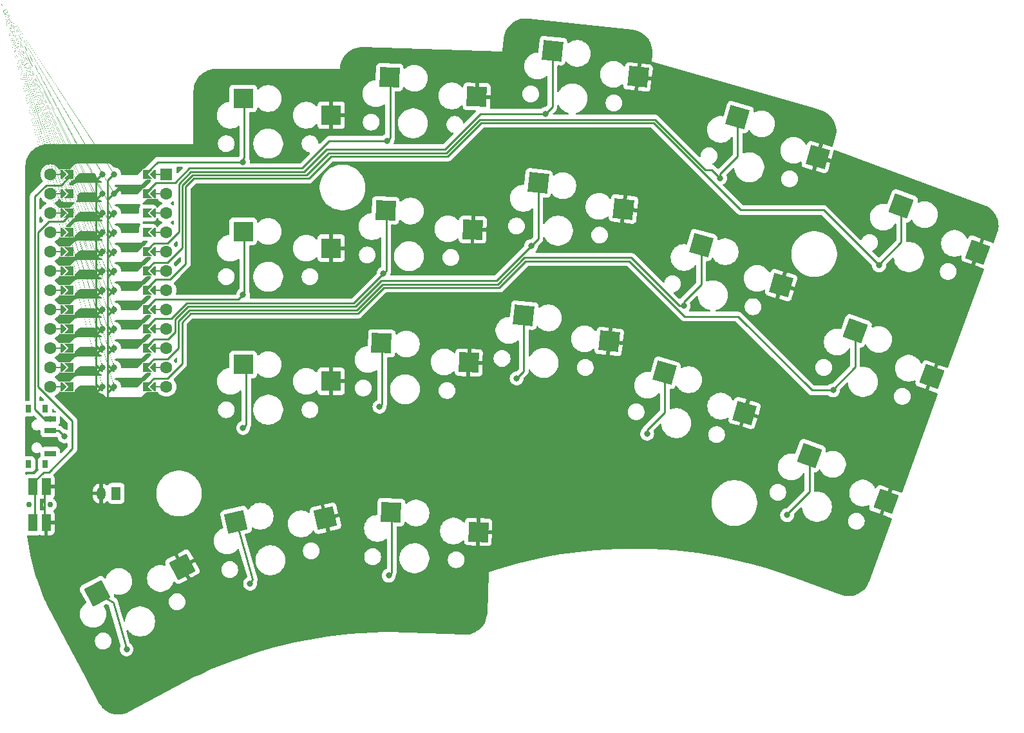
<source format=gbr>
%TF.GenerationSoftware,KiCad,Pcbnew,8.0.4*%
%TF.CreationDate,2024-07-27T19:19:30+05:00*%
%TF.ProjectId,BUBA_v1,42554241-5f76-4312-9e6b-696361645f70,v1.0.0*%
%TF.SameCoordinates,Original*%
%TF.FileFunction,Copper,L2,Bot*%
%TF.FilePolarity,Positive*%
%FSLAX46Y46*%
G04 Gerber Fmt 4.6, Leading zero omitted, Abs format (unit mm)*
G04 Created by KiCad (PCBNEW 8.0.4) date 2024-07-27 19:19:30*
%MOMM*%
%LPD*%
G01*
G04 APERTURE LIST*
G04 Aperture macros list*
%AMRotRect*
0 Rectangle, with rotation*
0 The origin of the aperture is its center*
0 $1 length*
0 $2 width*
0 $3 Rotation angle, in degrees counterclockwise*
0 Add horizontal line*
21,1,$1,$2,0,0,$3*%
%AMFreePoly0*
4,1,6,0.600000,0.200000,0.000000,-0.400000,-0.600000,0.200000,-0.600000,0.400000,0.600000,0.400000,0.600000,0.200000,0.600000,0.200000,$1*%
%AMFreePoly1*
4,1,5,0.125000,-0.500000,-0.125000,-0.500000,-0.125000,0.500000,0.125000,0.500000,0.125000,-0.500000,0.125000,-0.500000,$1*%
%AMFreePoly2*
4,1,6,0.600000,-0.250000,-0.600000,-0.250000,-0.600000,1.000000,0.000000,0.400000,0.600000,1.000000,0.600000,-0.250000,0.600000,-0.250000,$1*%
%AMFreePoly3*
4,1,51,0.008964,0.122598,0.024387,0.122598,0.052641,0.110894,0.062500,0.108253,0.064961,0.105791,0.069447,0.103934,0.103934,0.069447,0.105791,0.064961,0.108253,0.062500,0.110894,0.052643,0.122598,0.024387,0.122598,0.008964,0.125000,0.000000,0.122598,-0.008964,0.122598,-0.024386,0.110896,-0.052633,0.108253,-0.062500,0.105790,-0.064962,0.103934,-0.069446,0.088389,-0.088388,
-0.641000,-0.817776,-0.641000,-4.770223,0.088389,-5.499612,0.103934,-5.518554,0.122598,-5.563614,0.122598,-5.612387,0.103934,-5.657447,0.069447,-5.691934,0.024387,-5.710598,-0.024386,-5.710598,-0.069446,-5.691934,-0.088388,-5.676389,-0.854388,-4.910388,-0.869928,-4.891451,-0.869934,-4.891446,-0.888598,-4.846386,-0.891000,-4.822000,-0.891000,-0.766000,-0.888598,-0.741614,-0.869934,-0.696554,
-0.869928,-0.696548,-0.854388,-0.677612,-0.088388,0.088389,-0.069446,0.103934,-0.064962,0.105790,-0.062500,0.108253,-0.052633,0.110896,-0.024386,0.122598,-0.008964,0.122598,0.000000,0.125000,0.008964,0.122598,0.008964,0.122598,$1*%
G04 Aperture macros list end*
%TA.AperFunction,SMDPad,CuDef*%
%ADD10FreePoly0,270.000000*%
%TD*%
%TA.AperFunction,ComponentPad*%
%ADD11C,1.600000*%
%TD*%
%TA.AperFunction,ComponentPad*%
%ADD12R,1.600000X1.600000*%
%TD*%
%TA.AperFunction,SMDPad,CuDef*%
%ADD13FreePoly1,270.000000*%
%TD*%
%TA.AperFunction,SMDPad,CuDef*%
%ADD14FreePoly0,90.000000*%
%TD*%
%TA.AperFunction,SMDPad,CuDef*%
%ADD15FreePoly1,90.000000*%
%TD*%
%TA.AperFunction,SMDPad,CuDef*%
%ADD16FreePoly2,90.000000*%
%TD*%
%TA.AperFunction,SMDPad,CuDef*%
%ADD17FreePoly3,270.000000*%
%TD*%
%TA.AperFunction,ComponentPad*%
%ADD18C,0.800000*%
%TD*%
%TA.AperFunction,SMDPad,CuDef*%
%ADD19FreePoly3,90.000000*%
%TD*%
%TA.AperFunction,SMDPad,CuDef*%
%ADD20FreePoly2,270.000000*%
%TD*%
%TA.AperFunction,SMDPad,CuDef*%
%ADD21RotRect,2.600000X2.600000X344.100000*%
%TD*%
%TA.AperFunction,SMDPad,CuDef*%
%ADD22RotRect,2.600000X2.600000X358.300000*%
%TD*%
%TA.AperFunction,SMDPad,CuDef*%
%ADD23R,1.200000X2.250000*%
%TD*%
%TA.AperFunction,ComponentPad*%
%ADD24C,0.750000*%
%TD*%
%TA.AperFunction,SMDPad,CuDef*%
%ADD25RotRect,2.600000X2.600000X28.000000*%
%TD*%
%TA.AperFunction,SMDPad,CuDef*%
%ADD26R,2.600000X2.600000*%
%TD*%
%TA.AperFunction,SMDPad,CuDef*%
%ADD27RotRect,2.600000X2.600000X358.000000*%
%TD*%
%TA.AperFunction,SMDPad,CuDef*%
%ADD28R,0.800000X1.000000*%
%TD*%
%TA.AperFunction,SMDPad,CuDef*%
%ADD29R,1.500000X0.700000*%
%TD*%
%TA.AperFunction,SMDPad,CuDef*%
%ADD30RotRect,2.600000X2.600000X13.000000*%
%TD*%
%TA.AperFunction,SMDPad,CuDef*%
%ADD31RotRect,2.600000X2.600000X353.800000*%
%TD*%
%TA.AperFunction,SMDPad,CuDef*%
%ADD32RotRect,2.600000X2.600000X339.800000*%
%TD*%
%TA.AperFunction,ComponentPad*%
%ADD33R,1.200000X1.700000*%
%TD*%
%TA.AperFunction,ComponentPad*%
%ADD34O,1.200000X1.700000*%
%TD*%
%TA.AperFunction,Conductor*%
%ADD35C,0.250000*%
%TD*%
G04 APERTURE END LIST*
D10*
%TO.P,MCU1,*%
%TO.N,*%
X89223695Y-68463238D03*
D11*
X91001695Y-68463239D03*
D12*
X91001695Y-68463239D03*
D13*
X89731695Y-68463239D03*
D14*
X77539695Y-68463239D03*
D15*
X77031695Y-68463239D03*
D11*
X75761695Y-68463239D03*
X91001695Y-71003238D03*
X75761695Y-71003238D03*
D13*
X89731695Y-71003239D03*
D10*
X89223695Y-71003239D03*
D14*
X77539695Y-71003239D03*
D15*
X77031695Y-71003239D03*
D11*
X91001695Y-73543239D03*
D13*
X89731695Y-73543239D03*
D10*
X89223695Y-73543239D03*
D14*
X77539695Y-73543239D03*
D15*
X77031695Y-73543239D03*
D11*
X75761695Y-73543239D03*
D10*
X89223696Y-76083239D03*
D14*
X77539695Y-76083239D03*
D11*
X91001695Y-76083240D03*
D13*
X89731694Y-76083240D03*
D15*
X77031696Y-76083240D03*
D11*
X75761695Y-76083240D03*
X91001695Y-78623239D03*
D13*
X89731695Y-78623239D03*
D10*
X89223695Y-78623239D03*
D14*
X77539695Y-78623239D03*
D15*
X77031695Y-78623239D03*
D11*
X75761695Y-78623239D03*
X91001695Y-81163239D03*
D13*
X89731694Y-81163239D03*
D10*
X89223695Y-81163239D03*
D14*
X77539695Y-81163239D03*
D15*
X77031696Y-81163239D03*
D11*
X75761695Y-81163239D03*
X91001695Y-83703239D03*
D13*
X89731694Y-83703239D03*
D10*
X89223695Y-83703239D03*
D14*
X77539695Y-83703239D03*
D15*
X77031696Y-83703239D03*
D11*
X75761695Y-83703239D03*
X91001695Y-86243239D03*
D13*
X89731695Y-86243239D03*
D10*
X89223695Y-86243239D03*
D14*
X77539695Y-86243239D03*
D15*
X77031695Y-86243239D03*
D11*
X75761695Y-86243239D03*
X91001695Y-88783238D03*
D13*
X89731694Y-88783238D03*
D15*
X77031696Y-88783238D03*
D11*
X75761695Y-88783238D03*
D10*
X89223695Y-88783239D03*
D14*
X77539694Y-88783239D03*
D11*
X91001695Y-91323239D03*
D13*
X89731695Y-91323239D03*
D10*
X89223695Y-91323239D03*
D14*
X77539695Y-91323239D03*
D15*
X77031695Y-91323239D03*
D11*
X75761695Y-91323239D03*
D13*
X89731695Y-93863239D03*
D10*
X89223695Y-93863239D03*
D14*
X77539695Y-93863239D03*
D15*
X77031695Y-93863239D03*
D11*
X91001695Y-93863240D03*
X75761695Y-93863240D03*
X91001695Y-96403239D03*
D13*
X89731695Y-96403239D03*
D10*
X89223695Y-96403239D03*
D15*
X77031695Y-96403239D03*
D11*
X75761695Y-96403239D03*
D14*
X77539695Y-96403240D03*
D16*
%TO.P,MCU1,1*%
%TO.N,RAW*%
X78555696Y-68463238D03*
D17*
X84143696Y-68463239D03*
D18*
X84143696Y-68463239D03*
D17*
%TO.P,MCU1,2*%
%TO.N,GND*%
X84143695Y-71003239D03*
D18*
X84143695Y-71003239D03*
D16*
X78555695Y-71003239D03*
D17*
%TO.P,MCU1,3*%
%TO.N,RST*%
X84143695Y-73543239D03*
D18*
X84143695Y-73543239D03*
D16*
X78555695Y-73543240D03*
%TO.P,MCU1,4*%
%TO.N,VCC*%
X78555696Y-76083239D03*
D17*
X84143695Y-76083240D03*
D18*
X84143695Y-76083240D03*
D16*
%TO.P,MCU1,5*%
%TO.N,P21*%
X78555695Y-78623238D03*
D17*
X84143696Y-78623239D03*
D18*
X84143696Y-78623239D03*
D17*
%TO.P,MCU1,6*%
%TO.N,P20*%
X84143695Y-81163239D03*
D18*
X84143695Y-81163239D03*
D16*
X78555695Y-81163239D03*
D17*
%TO.P,MCU1,7*%
%TO.N,P19*%
X84143695Y-83703239D03*
D18*
X84143695Y-83703239D03*
D16*
X78555695Y-83703239D03*
D17*
%TO.P,MCU1,8*%
%TO.N,P18*%
X84143696Y-86243239D03*
D18*
X84143696Y-86243239D03*
D16*
X78555695Y-86243240D03*
D17*
%TO.P,MCU1,9*%
%TO.N,P15*%
X84143695Y-88783238D03*
D18*
X84143695Y-88783238D03*
D16*
X78555696Y-88783239D03*
D17*
%TO.P,MCU1,10*%
%TO.N,P14*%
X84143695Y-91323239D03*
D18*
X84143695Y-91323239D03*
D16*
X78555695Y-91323239D03*
D17*
%TO.P,MCU1,11*%
%TO.N,P16*%
X84143695Y-93863239D03*
D18*
X84143695Y-93863239D03*
D16*
X78555695Y-93863239D03*
D17*
%TO.P,MCU1,12*%
%TO.N,P10*%
X84143696Y-96403239D03*
D18*
X84143696Y-96403239D03*
D16*
X78555695Y-96403240D03*
D19*
%TO.P,MCU1,13*%
%TO.N,P9*%
X82619694Y-96403239D03*
D18*
X82619694Y-96403239D03*
D20*
X88207694Y-96403240D03*
%TO.P,MCU1,14*%
%TO.N,P8*%
X88207695Y-93863239D03*
D19*
X82619695Y-93863239D03*
D18*
X82619695Y-93863239D03*
D20*
%TO.P,MCU1,15*%
%TO.N,P7*%
X88207695Y-91323238D03*
D19*
X82619695Y-91323239D03*
D18*
X82619695Y-91323239D03*
D19*
%TO.P,MCU1,16*%
%TO.N,P6*%
X82619695Y-88783238D03*
D18*
X82619695Y-88783238D03*
D20*
X88207694Y-88783239D03*
D19*
%TO.P,MCU1,17*%
%TO.N,P5*%
X82619694Y-86243239D03*
D18*
X82619694Y-86243239D03*
D20*
X88207695Y-86243240D03*
%TO.P,MCU1,18*%
%TO.N,P4*%
X88207695Y-83703239D03*
D19*
X82619695Y-83703239D03*
D18*
X82619695Y-83703239D03*
D20*
%TO.P,MCU1,19*%
%TO.N,P3*%
X88207695Y-81163239D03*
D19*
X82619695Y-81163239D03*
D18*
X82619695Y-81163239D03*
D20*
%TO.P,MCU1,20*%
%TO.N,P2*%
X88207695Y-78623238D03*
D19*
X82619694Y-78623239D03*
D18*
X82619694Y-78623239D03*
D20*
%TO.P,MCU1,21*%
%TO.N,GND*%
X88207694Y-76083239D03*
D19*
X82619695Y-76083240D03*
D18*
X82619695Y-76083240D03*
D20*
%TO.P,MCU1,22*%
X88207695Y-73543239D03*
D19*
X82619695Y-73543239D03*
D18*
X82619695Y-73543239D03*
D20*
%TO.P,MCU1,23*%
%TO.N,P0*%
X88207695Y-71003239D03*
D19*
X82619695Y-71003239D03*
D18*
X82619695Y-71003239D03*
D20*
%TO.P,MCU1,24*%
%TO.N,P1*%
X88207695Y-68463238D03*
D19*
X82619694Y-68463239D03*
D18*
X82619694Y-68463239D03*
%TD*%
%TO.P,S11,*%
%TO.N,P8*%
X159000985Y-85776096D03*
D21*
%TO.P,S11,1*%
X161312587Y-77752404D03*
%TO.P,S11,2*%
%TO.N,GND*%
X171817989Y-83032465D03*
%TD*%
D18*
%TO.P,S5,*%
%TO.N,P6*%
X119531109Y-81541988D03*
D22*
%TO.P,S5,1*%
X119803810Y-73196405D03*
%TO.P,S5,2*%
%TO.N,GND*%
X131283461Y-75738081D03*
%TD*%
D18*
%TO.P,RST1,*%
%TO.N,GND*%
X75181694Y-109558243D03*
X75181694Y-109558243D03*
%TO.N,RST*%
X73481695Y-109558242D03*
X73481695Y-109558242D03*
D23*
%TO.P,RST1,1*%
X73481695Y-114308242D03*
X73481695Y-109558242D03*
%TO.P,RST1,2*%
%TO.N,GND*%
X75181694Y-114308241D03*
X75181694Y-109558243D03*
D24*
%TO.P,RST1,M1*%
%TO.N,N/C*%
X72956694Y-111933242D03*
X72956694Y-111933242D03*
X75706694Y-111933242D03*
X75706694Y-111933242D03*
%TD*%
D18*
%TO.P,S17,*%
%TO.N,P10*%
X85768656Y-130960645D03*
D25*
%TO.P,S17,1*%
X81870642Y-123576296D03*
%TO.P,S17,2*%
%TO.N,GND*%
X93101524Y-120096385D03*
%TD*%
D18*
%TO.P,S6,*%
%TO.N,P0*%
X120050265Y-64049691D03*
D22*
%TO.P,S6,1*%
X120322966Y-55704108D03*
%TO.P,S6,2*%
%TO.N,GND*%
X131802617Y-58245784D03*
%TD*%
D18*
%TO.P,S1,*%
%TO.N,P15*%
X101081697Y-101833241D03*
D26*
%TO.P,S1,1*%
X101106697Y-93483241D03*
%TO.P,S1,2*%
%TO.N,GND*%
X112656697Y-95683242D03*
%TD*%
D18*
%TO.P,S18,*%
%TO.N,P14*%
X120225598Y-121252497D03*
D27*
%TO.P,S18,1*%
X120541994Y-112908455D03*
%TO.P,S18,2*%
%TO.N,GND*%
X132008179Y-115510206D03*
%TD*%
D18*
%TO.P,S3,*%
%TO.N,P1*%
X101081694Y-66833241D03*
D26*
%TO.P,S3,1*%
X101106694Y-58483241D03*
%TO.P,S3,2*%
%TO.N,GND*%
X112656694Y-60683242D03*
%TD*%
D28*
%TO.P,,*%
%TO.N,*%
X75061697Y-99283242D03*
X72851697Y-99283242D03*
D18*
%TO.N,RAW*%
X75711697Y-100683242D03*
X75711697Y-100683242D03*
%TO.N,BAT*%
X77611697Y-102933242D03*
X77611697Y-102933242D03*
D28*
%TO.N,*%
X75061697Y-106583242D03*
X72851697Y-106583242D03*
D29*
%TO.P,,1*%
%TO.N,N/C*%
X75711697Y-105183242D03*
%TO.P,,2*%
%TO.N,BAT*%
X75711697Y-102183242D03*
%TO.P,,3*%
%TO.N,RAW*%
X75711697Y-100683242D03*
%TD*%
D18*
%TO.P,S16,*%
%TO.N,P16*%
X102006156Y-122314067D03*
D30*
%TO.P,S16,1*%
X100152175Y-114172454D03*
%TO.P,S16,2*%
%TO.N,GND*%
X111901041Y-113717883D03*
%TD*%
D18*
%TO.P,S7,*%
%TO.N,P19*%
X137052499Y-95301523D03*
D31*
%TO.P,S7,1*%
X137979146Y-87003063D03*
%TO.P,S7,2*%
%TO.N,GND*%
X149223993Y-90437587D03*
%TD*%
D18*
%TO.P,S13,*%
%TO.N,P21*%
X172609646Y-113303281D03*
D32*
%TO.P,S13,1*%
X175516348Y-105475497D03*
%TO.P,S13,2*%
%TO.N,GND*%
X185596287Y-111528376D03*
%TD*%
D18*
%TO.P,S8,*%
%TO.N,P7*%
X138942487Y-77903881D03*
D31*
%TO.P,S8,1*%
X139869134Y-69605421D03*
%TO.P,S8,2*%
%TO.N,GND*%
X151113981Y-73039945D03*
%TD*%
D33*
%TO.P,BAT1,1*%
%TO.N,BAT*%
X84381696Y-110433241D03*
D34*
%TO.P,BAT1,2*%
%TO.N,GND*%
X82381696Y-110433241D03*
%TD*%
D18*
%TO.P,S14,*%
%TO.N,P9*%
X178652363Y-96879656D03*
D32*
%TO.P,S14,1*%
X181559065Y-89051872D03*
%TO.P,S14,2*%
%TO.N,GND*%
X191639004Y-95104751D03*
%TD*%
D18*
%TO.P,S12,*%
%TO.N,P3*%
X163795270Y-68945622D03*
D21*
%TO.P,S12,1*%
X166106872Y-60921930D03*
%TO.P,S12,2*%
%TO.N,GND*%
X176612274Y-66201991D03*
%TD*%
D18*
%TO.P,S9,*%
%TO.N,P2*%
X140832473Y-60506242D03*
D31*
%TO.P,S9,1*%
X141759120Y-52207782D03*
%TO.P,S9,2*%
%TO.N,GND*%
X153003967Y-55642306D03*
%TD*%
D18*
%TO.P,S15,*%
%TO.N,P4*%
X184695082Y-80456027D03*
D32*
%TO.P,S15,1*%
X187601784Y-72628243D03*
%TO.P,S15,2*%
%TO.N,GND*%
X197681723Y-78681122D03*
%TD*%
D18*
%TO.P,S4,*%
%TO.N,P18*%
X119011947Y-99034285D03*
D22*
%TO.P,S4,1*%
X119284648Y-90688702D03*
%TO.P,S4,2*%
%TO.N,GND*%
X130764299Y-93230378D03*
%TD*%
D18*
%TO.P,S10,*%
%TO.N,P20*%
X154206697Y-102606565D03*
D21*
%TO.P,S10,1*%
X156518299Y-94582873D03*
%TO.P,S10,2*%
%TO.N,GND*%
X167023701Y-99862934D03*
%TD*%
D18*
%TO.P,S2,*%
%TO.N,P5*%
X101081696Y-84333242D03*
D26*
%TO.P,S2,1*%
X101106696Y-75983242D03*
%TO.P,S2,2*%
%TO.N,GND*%
X112656696Y-78183243D03*
%TD*%
D35*
%TO.N,P4*%
X187601784Y-77407170D02*
X184695082Y-80313874D01*
X112627107Y-66122893D02*
X109727105Y-69022895D01*
X184695082Y-80313874D02*
X184695082Y-80456028D01*
X166508858Y-73172896D02*
X155027057Y-61691094D01*
X177411951Y-73172895D02*
X166508858Y-73172896D01*
X187601783Y-72628242D02*
X187601784Y-77407170D01*
X109727105Y-69022895D02*
X94601228Y-69022895D01*
X155027057Y-61691094D02*
X132399847Y-61691094D01*
X184695082Y-80456028D02*
X177411951Y-73172895D01*
X132399847Y-61691094D02*
X127968046Y-66122893D01*
X94601228Y-69022895D02*
X93545255Y-70078871D01*
X93545254Y-80210674D02*
X91467685Y-82288241D01*
X127968046Y-66122893D02*
X112627107Y-66122893D01*
X91467685Y-82288241D02*
X89622696Y-82288240D01*
X93545255Y-70078871D02*
X93545254Y-80210674D01*
X89622696Y-82288240D02*
X88207694Y-83703240D01*
%TO.N,P3*%
X132213454Y-61241095D02*
X127781652Y-65672895D01*
X93095255Y-69892475D02*
X93095253Y-78120673D01*
X163795268Y-68417759D02*
X163795267Y-68945624D01*
X162697274Y-67847628D02*
X161819984Y-67847628D01*
X91177686Y-80038241D02*
X89332695Y-80038241D01*
X163795267Y-68945624D02*
X162697274Y-67847628D01*
X166106871Y-66106152D02*
X163795268Y-68417759D01*
X94414833Y-68572895D02*
X93095255Y-69892475D01*
X161819984Y-67847628D02*
X155213453Y-61241093D01*
X93095253Y-78120673D02*
X91177686Y-80038241D01*
X155213453Y-61241093D02*
X132213454Y-61241095D01*
X127781652Y-65672895D02*
X112327105Y-65672895D01*
X166106872Y-60921932D02*
X166106871Y-66106152D01*
X109427105Y-68572895D02*
X94414833Y-68572895D01*
X112327105Y-65672895D02*
X109427105Y-68572895D01*
X89332695Y-80038241D02*
X88207697Y-81163240D01*
%TO.N,P2*%
X141759123Y-52207783D02*
X141759121Y-59579594D01*
X127645256Y-65172897D02*
X112027103Y-65172897D01*
X92645254Y-69706079D02*
X92645254Y-76030672D01*
X112027103Y-65172897D02*
X109077105Y-68122895D01*
X132311910Y-60506242D02*
X127645256Y-65172897D01*
X109077105Y-68122895D02*
X94228435Y-68122895D01*
X94228435Y-68122895D02*
X92645254Y-69706079D01*
X140832474Y-60506242D02*
X132311910Y-60506242D01*
X141759121Y-59579594D02*
X140832474Y-60506242D01*
X92645254Y-76030672D02*
X91177687Y-77498241D01*
X91177687Y-77498241D02*
X89332695Y-77498240D01*
X89332695Y-77498240D02*
X88207696Y-78623241D01*
%TO.N,P0*%
X108800000Y-67672895D02*
X94042040Y-67672896D01*
X120050265Y-64049691D02*
X112423204Y-64049691D01*
X112423204Y-64049691D02*
X108800000Y-67672895D01*
%TO.N,P15*%
X101106695Y-93483239D02*
X101481696Y-93858240D01*
X101481696Y-93858240D02*
X101481695Y-101433241D01*
X101481695Y-101433241D02*
X101081696Y-101833240D01*
%TO.N,GND*%
X75181694Y-109558241D02*
X74956694Y-109783242D01*
X74956695Y-114083240D02*
X75181693Y-114308241D01*
X74956694Y-109783242D02*
X74956695Y-114083240D01*
%TO.N,P5*%
X100492041Y-84922895D02*
X89528038Y-84922896D01*
X101256696Y-84158241D02*
X101081696Y-84333240D01*
X101081696Y-84333240D02*
X100492041Y-84922895D01*
X101106697Y-75983242D02*
X101256695Y-76133242D01*
X101256695Y-76133242D02*
X101256696Y-84158241D01*
X89528038Y-84922896D02*
X88207695Y-86243240D01*
%TO.N,P1*%
X101081694Y-66833242D02*
X101081694Y-66486456D01*
X101256694Y-66311455D02*
X101256693Y-58633241D01*
X101081694Y-66486456D02*
X101256694Y-66311455D01*
X101081694Y-66833242D02*
X89837697Y-66833239D01*
X101256693Y-58633241D02*
X101106695Y-58483242D01*
X89837697Y-66833239D02*
X88207697Y-68463242D01*
%TO.N,P18*%
X119284649Y-90688701D02*
X119370142Y-90774197D01*
X119370142Y-90774197D02*
X119370140Y-98676090D01*
X119370140Y-98676090D02*
X119011948Y-99034286D01*
%TO.N,P6*%
X115650201Y-85422897D02*
X93645254Y-85422897D01*
X119531110Y-81541987D02*
X115650201Y-85422897D01*
X119889305Y-73281899D02*
X119889304Y-81183791D01*
X89568041Y-87422896D02*
X88207696Y-88783241D01*
X93645254Y-85422897D02*
X91645253Y-87422895D01*
X119889304Y-81183791D02*
X119531110Y-81541987D01*
X119803809Y-73196405D02*
X119889305Y-73281899D01*
X91645253Y-87422895D02*
X89568041Y-87422896D01*
%TO.N,P0*%
X89622696Y-69588241D02*
X88207696Y-71003239D01*
X92126695Y-69588242D02*
X89622696Y-69588241D01*
X120408462Y-63691494D02*
X120050269Y-64049689D01*
X94042040Y-67672896D02*
X92126695Y-69588242D01*
X120408465Y-55789602D02*
X120408462Y-63691494D01*
X120322971Y-55704106D02*
X120408465Y-55789602D01*
%TO.N,P19*%
X137979144Y-94374876D02*
X137052497Y-95301525D01*
X137979146Y-87003064D02*
X137979144Y-94374876D01*
%TO.N,P7*%
X138942487Y-77903883D02*
X134423473Y-82422895D01*
X89358042Y-90172898D02*
X88207697Y-91323244D01*
X134423473Y-82422895D02*
X119286595Y-82422896D01*
X92145253Y-87559292D02*
X92145255Y-89230671D01*
X139869132Y-76977237D02*
X138942487Y-77903883D01*
X93831649Y-85872896D02*
X92145253Y-87559292D01*
X139869135Y-69605422D02*
X139869132Y-76977237D01*
X115836595Y-85872896D02*
X93831649Y-85872896D01*
X119286595Y-82422896D02*
X115836595Y-85872896D01*
X91203033Y-90172896D02*
X89358042Y-90172898D01*
X92145255Y-89230671D02*
X91203033Y-90172896D01*
%TO.N,P20*%
X154206697Y-102078703D02*
X154206694Y-102606569D01*
X156518298Y-94582875D02*
X156518300Y-99767100D01*
X156518300Y-99767100D02*
X154206697Y-102078703D01*
%TO.N,P8*%
X158435295Y-85776097D02*
X152082095Y-79422897D01*
X138059867Y-79422896D02*
X134559870Y-82922896D01*
X159000980Y-85248233D02*
X159000981Y-85776097D01*
X92595253Y-91320673D02*
X91177686Y-92738242D01*
X152082095Y-79422897D02*
X138059867Y-79422896D01*
X94018047Y-86322897D02*
X92595254Y-87745688D01*
X161312585Y-82936627D02*
X159000980Y-85248233D01*
X116022992Y-86322895D02*
X94018047Y-86322897D01*
X134559870Y-82922896D02*
X119422990Y-82922896D01*
X92595254Y-87745688D02*
X92595253Y-91320673D01*
X89332695Y-92738240D02*
X88207698Y-93863240D01*
X161312586Y-77752406D02*
X161312585Y-82936627D01*
X119422990Y-82922896D02*
X116022992Y-86322895D01*
X91177686Y-92738242D02*
X89332695Y-92738240D01*
X159000981Y-85776097D02*
X158435295Y-85776097D01*
%TO.N,P21*%
X175516348Y-110254425D02*
X172609645Y-113161128D01*
X175516348Y-105475498D02*
X175516348Y-110254425D01*
X172609645Y-113161128D02*
X172609645Y-113303282D01*
%TO.N,P9*%
X134746265Y-83372898D02*
X119609389Y-83372897D01*
X89332694Y-95278240D02*
X88207697Y-96403240D01*
X93045254Y-87932083D02*
X93045254Y-93410673D01*
X166145255Y-87172897D02*
X159145254Y-87172896D01*
X178652364Y-96737500D02*
X178652364Y-96879655D01*
X138246264Y-79872894D02*
X134746265Y-83372898D01*
X93045254Y-93410673D02*
X91177688Y-95278242D01*
X181559066Y-89051869D02*
X181559066Y-93830798D01*
X116209387Y-86772897D02*
X94204442Y-86772897D01*
X151845254Y-79872897D02*
X138246264Y-79872894D01*
X181559066Y-93830798D02*
X178652364Y-96737500D01*
X94204442Y-86772897D02*
X93045254Y-87932083D01*
X178652364Y-96879655D02*
X175852013Y-96879654D01*
X91177688Y-95278242D02*
X89332694Y-95278240D01*
X159145254Y-87172896D02*
X151845254Y-79872897D01*
X175852013Y-96879654D02*
X166145255Y-87172897D01*
X119609389Y-83372897D02*
X116209387Y-86772897D01*
%TO.N,P16*%
X102348415Y-121696613D02*
X102006155Y-122314069D01*
X100198216Y-114197976D02*
X102348415Y-121696613D01*
X100152173Y-114172453D02*
X100198216Y-114197976D01*
%TO.N,P10*%
X83987729Y-124749817D02*
X85768657Y-130960646D01*
X81870641Y-123576295D02*
X83987729Y-124749817D01*
%TO.N,P14*%
X120625598Y-120852496D02*
X120225597Y-121252497D01*
X120541994Y-112908456D02*
X120625597Y-112992059D01*
X120625597Y-112992059D02*
X120625598Y-120852496D01*
%TO.N,RAW*%
X77140694Y-69878240D02*
X75189909Y-69878242D01*
X75189909Y-69878242D02*
X73695253Y-71372897D01*
X78555696Y-68463241D02*
X77140694Y-69878240D01*
X73695253Y-71372897D02*
X73695255Y-99391800D01*
X73695255Y-99391800D02*
X74986694Y-100683240D01*
%TO.N,RST*%
X75581049Y-74672896D02*
X77426042Y-74672896D01*
X78645253Y-100922897D02*
X74145254Y-96422896D01*
X73706696Y-114083243D02*
X73481693Y-114308242D01*
X73481693Y-109558240D02*
X73706695Y-109783240D01*
X73481695Y-109033242D02*
X74842040Y-107672898D01*
X74145254Y-96422896D02*
X74145255Y-76108692D01*
X74145255Y-76108692D02*
X75581049Y-74672896D01*
X77426042Y-74672896D02*
X78555695Y-73543242D01*
X73481693Y-109558240D02*
X73481695Y-109033242D01*
X75522040Y-107672893D02*
X78645254Y-104549682D01*
X74842040Y-107672898D02*
X75522040Y-107672893D01*
X73706695Y-109783240D02*
X73706696Y-114083243D01*
X78645254Y-104549682D02*
X78645253Y-100922897D01*
%TO.N,BAT*%
X75711696Y-102183240D02*
X76861695Y-102183240D01*
X76861695Y-102183240D02*
X77611696Y-102933244D01*
%TD*%
%TA.AperFunction,Conductor*%
%TO.N,GND*%
G36*
X138570211Y-47964252D02*
G01*
X138577087Y-47964805D01*
X138598157Y-47967095D01*
X138598157Y-47967094D01*
X138636714Y-47971285D01*
X138636809Y-47971291D01*
X152247596Y-49449896D01*
X152247606Y-49449899D01*
X152289605Y-49454460D01*
X152296494Y-49455404D01*
X152348942Y-49464099D01*
X152609723Y-49507331D01*
X152623293Y-49510370D01*
X152925413Y-49596098D01*
X152938539Y-49600632D01*
X153229172Y-49719651D01*
X153241706Y-49725626D01*
X153517164Y-49876429D01*
X153528968Y-49883780D01*
X153785813Y-50064479D01*
X153796710Y-50073098D01*
X154031711Y-50281423D01*
X154041576Y-50291210D01*
X154251768Y-50524529D01*
X154260474Y-50535357D01*
X154443234Y-50790765D01*
X154450664Y-50802487D01*
X154472114Y-50840933D01*
X154603668Y-51076734D01*
X154609752Y-51089238D01*
X154731085Y-51378887D01*
X154735730Y-51391994D01*
X154753045Y-51451207D01*
X154823871Y-51693413D01*
X154827016Y-51706947D01*
X154839515Y-51778774D01*
X154880852Y-52016333D01*
X154882464Y-52030146D01*
X154901319Y-52343605D01*
X154901375Y-52357511D01*
X154884876Y-52673752D01*
X154884319Y-52680684D01*
X154881953Y-52702461D01*
X154785988Y-53585843D01*
X154782611Y-53603138D01*
X154781964Y-53611089D01*
X154782666Y-53619029D01*
X154785505Y-53633049D01*
X154787945Y-53640626D01*
X154791643Y-53647714D01*
X154799614Y-53659554D01*
X154804785Y-53665641D01*
X154810903Y-53670765D01*
X154822798Y-53678652D01*
X154824089Y-53679314D01*
X154824093Y-53679317D01*
X154824097Y-53679318D01*
X154829912Y-53682300D01*
X154837523Y-53684692D01*
X154854809Y-53688066D01*
X176269452Y-59788188D01*
X176941009Y-59979486D01*
X176941012Y-59979487D01*
X176944846Y-59980579D01*
X176950693Y-59982245D01*
X176957295Y-59984327D01*
X177257343Y-60088318D01*
X177270182Y-60093591D01*
X177553530Y-60229007D01*
X177565715Y-60235694D01*
X177581912Y-60245804D01*
X177832105Y-60401974D01*
X177843469Y-60409987D01*
X178089572Y-60605050D01*
X178099962Y-60614279D01*
X178322673Y-60835666D01*
X178331968Y-60846005D01*
X178490235Y-61043257D01*
X178528493Y-61090938D01*
X178536562Y-61102238D01*
X178704442Y-61367655D01*
X178711198Y-61379794D01*
X178848292Y-61662314D01*
X178853652Y-61675145D01*
X178958255Y-61971244D01*
X178962144Y-61984595D01*
X179032934Y-62290533D01*
X179035304Y-62304234D01*
X179071396Y-62616180D01*
X179072217Y-62630061D01*
X179073156Y-62944081D01*
X179072418Y-62957967D01*
X179038192Y-63270120D01*
X179035904Y-63283836D01*
X178965984Y-63594458D01*
X178964267Y-63601198D01*
X178627498Y-64783443D01*
X178590201Y-64842525D01*
X178526882Y-64872063D01*
X178461721Y-64864414D01*
X178401674Y-64840110D01*
X177345835Y-64539346D01*
X177345834Y-64539346D01*
X176921199Y-66030044D01*
X176921199Y-66030045D01*
X178411896Y-66454681D01*
X178411897Y-66454681D01*
X178712657Y-65398860D01*
X178712658Y-65398853D01*
X178714848Y-65386126D01*
X178745613Y-65323395D01*
X178805410Y-65287254D01*
X178875253Y-65289180D01*
X178879850Y-65290769D01*
X198485541Y-72504258D01*
X198491957Y-72506825D01*
X198783386Y-72633022D01*
X198795800Y-72639247D01*
X199068189Y-72795513D01*
X199079844Y-72803098D01*
X199333024Y-72988881D01*
X199343756Y-72997723D01*
X199574545Y-73210687D01*
X199584211Y-73220665D01*
X199787479Y-73455557D01*
X199789713Y-73458138D01*
X199798205Y-73469143D01*
X199849022Y-73543239D01*
X199975813Y-73728115D01*
X199983023Y-73740006D01*
X200130526Y-74017248D01*
X200136359Y-74029871D01*
X200251890Y-74321879D01*
X200256272Y-74335075D01*
X200338381Y-74638175D01*
X200341259Y-74651780D01*
X200388917Y-74962177D01*
X200390253Y-74976018D01*
X200402857Y-75289794D01*
X200402635Y-75303698D01*
X200380028Y-75616911D01*
X200378251Y-75630702D01*
X200320718Y-75939416D01*
X200317408Y-75952922D01*
X200315784Y-75958240D01*
X200224795Y-76256116D01*
X200222577Y-76262708D01*
X199797635Y-77417667D01*
X199756013Y-77473786D01*
X199690657Y-77498494D01*
X199626251Y-77485979D01*
X199568207Y-77457246D01*
X199568187Y-77457237D01*
X198537883Y-77078158D01*
X198537882Y-77078159D01*
X197830022Y-79002070D01*
X197294808Y-80456733D01*
X197294809Y-80456734D01*
X198325107Y-80835810D01*
X198387960Y-80851556D01*
X198448206Y-80886941D01*
X198479758Y-80949281D01*
X198474200Y-81014656D01*
X193754916Y-93841296D01*
X193713294Y-93897415D01*
X193647938Y-93922123D01*
X193583532Y-93909608D01*
X193525488Y-93880875D01*
X193525468Y-93880866D01*
X192495164Y-93501787D01*
X192495163Y-93501788D01*
X191787303Y-95425699D01*
X191252089Y-96880362D01*
X191252090Y-96880363D01*
X192282390Y-97259440D01*
X192345241Y-97275185D01*
X192405488Y-97310570D01*
X192437040Y-97372910D01*
X192431482Y-97438285D01*
X187712199Y-110264921D01*
X187670577Y-110321040D01*
X187605221Y-110345748D01*
X187540815Y-110333233D01*
X187482771Y-110304500D01*
X187482751Y-110304491D01*
X186452447Y-109925412D01*
X186452446Y-109925413D01*
X185744586Y-111849324D01*
X185209372Y-113303987D01*
X185209373Y-113303988D01*
X186239673Y-113683065D01*
X186302524Y-113698810D01*
X186362771Y-113734195D01*
X186394323Y-113796535D01*
X186388765Y-113861910D01*
X183386180Y-122022699D01*
X183386178Y-122022705D01*
X183374260Y-122055095D01*
X183371677Y-122061551D01*
X183245496Y-122352932D01*
X183239263Y-122365362D01*
X183082994Y-122637744D01*
X183075409Y-122649398D01*
X182889628Y-122902571D01*
X182880786Y-122913303D01*
X182667820Y-123144090D01*
X182657833Y-123153763D01*
X182609664Y-123195447D01*
X182420373Y-123359250D01*
X182409364Y-123367745D01*
X182150385Y-123545356D01*
X182138495Y-123552565D01*
X181861255Y-123700065D01*
X181848632Y-123705897D01*
X181556634Y-123821425D01*
X181543438Y-123825808D01*
X181240337Y-123907917D01*
X181226732Y-123910795D01*
X180916334Y-123958453D01*
X180902493Y-123959789D01*
X180588717Y-123972394D01*
X180574814Y-123972172D01*
X180261602Y-123949567D01*
X180247811Y-123947790D01*
X179939098Y-123890259D01*
X179925592Y-123886949D01*
X179622237Y-123794291D01*
X179615643Y-123792073D01*
X173168331Y-121419924D01*
X173168244Y-121419882D01*
X173157074Y-121415777D01*
X173142810Y-121410535D01*
X173142778Y-121410511D01*
X173142775Y-121410522D01*
X173118663Y-121401651D01*
X173118596Y-121401633D01*
X172436139Y-121150592D01*
X171016394Y-120668190D01*
X169585075Y-120221377D01*
X168143052Y-119810423D01*
X166691223Y-119435582D01*
X165230486Y-119097088D01*
X163761751Y-118795152D01*
X162285992Y-118529972D01*
X162285969Y-118529968D01*
X162285961Y-118529967D01*
X160803999Y-118301691D01*
X159316803Y-118110468D01*
X159316795Y-118110467D01*
X159316786Y-118110466D01*
X157825277Y-117956417D01*
X156330432Y-117839641D01*
X154833063Y-117760201D01*
X153334220Y-117718154D01*
X151834797Y-117713525D01*
X150335724Y-117746315D01*
X148837934Y-117816506D01*
X147342319Y-117924056D01*
X145849923Y-118068890D01*
X144361562Y-118250928D01*
X142878191Y-118470052D01*
X141400831Y-118726114D01*
X139930251Y-119018978D01*
X138467440Y-119348448D01*
X137013345Y-119714312D01*
X135568795Y-120116360D01*
X134134721Y-120554334D01*
X133447400Y-120783139D01*
X133439263Y-120785142D01*
X133424185Y-120790779D01*
X133419944Y-120792277D01*
X133400128Y-120798875D01*
X133400126Y-120798876D01*
X133397450Y-120802617D01*
X133387727Y-120813688D01*
X133382323Y-120821195D01*
X133374593Y-120834559D01*
X133371577Y-120838774D01*
X133371576Y-120838774D01*
X133371722Y-120859108D01*
X133371649Y-120864319D01*
X133185177Y-126204292D01*
X133184740Y-126211235D01*
X133155879Y-126527461D01*
X133153840Y-126541217D01*
X133090465Y-126848775D01*
X133086900Y-126862215D01*
X132989484Y-127160758D01*
X132984436Y-127173714D01*
X132854210Y-127459466D01*
X132847743Y-127471776D01*
X132686345Y-127741146D01*
X132678541Y-127752655D01*
X132487988Y-128002274D01*
X132478944Y-128012836D01*
X132261652Y-128239540D01*
X132251482Y-128249024D01*
X132010165Y-128449980D01*
X131998997Y-128458265D01*
X131736711Y-128630930D01*
X131724687Y-128637913D01*
X131444700Y-128780136D01*
X131431969Y-128785728D01*
X131137830Y-128895705D01*
X131124552Y-128899837D01*
X130819946Y-128976189D01*
X130806290Y-128978808D01*
X130495055Y-129020576D01*
X130481191Y-129021650D01*
X130163907Y-129028379D01*
X130156950Y-129028331D01*
X120261014Y-128682756D01*
X120250571Y-128680960D01*
X120220405Y-128681219D01*
X120215027Y-128681149D01*
X120200744Y-128680651D01*
X120191022Y-128681479D01*
X119487458Y-128687519D01*
X118030970Y-128735374D01*
X116729312Y-128809780D01*
X116576065Y-128818541D01*
X116414681Y-128831699D01*
X115123607Y-128936969D01*
X113674471Y-129090587D01*
X112229452Y-129279312D01*
X110789455Y-129503026D01*
X109355338Y-129761591D01*
X107927868Y-130054875D01*
X106507946Y-130382689D01*
X105096381Y-130744848D01*
X103694033Y-131141132D01*
X102301736Y-131571303D01*
X102301722Y-131571307D01*
X102301708Y-131571312D01*
X102098585Y-131639509D01*
X100920207Y-132035139D01*
X99550373Y-132532333D01*
X98193032Y-133062593D01*
X96848900Y-133625637D01*
X95518859Y-134221098D01*
X94883779Y-134524125D01*
X94874769Y-134527607D01*
X94862175Y-134534303D01*
X94857378Y-134536721D01*
X94830099Y-134549739D01*
X94821494Y-134555934D01*
X86078706Y-139204555D01*
X86072477Y-139207646D01*
X85784218Y-139340755D01*
X85771285Y-139345868D01*
X85473238Y-139444767D01*
X85459816Y-139448399D01*
X85152576Y-139513305D01*
X85138831Y-139515412D01*
X84826253Y-139545509D01*
X84812357Y-139546064D01*
X84498368Y-139540972D01*
X84484499Y-139539967D01*
X84173065Y-139499753D01*
X84159395Y-139497202D01*
X83854409Y-139422367D01*
X83841112Y-139418301D01*
X83546430Y-139309792D01*
X83533670Y-139304262D01*
X83253002Y-139163444D01*
X83240942Y-139156522D01*
X82977787Y-138985153D01*
X82966578Y-138976923D01*
X82724275Y-138777175D01*
X82714058Y-138767741D01*
X82495638Y-138542112D01*
X82486542Y-138531595D01*
X82294766Y-138282940D01*
X82286904Y-138271470D01*
X82171652Y-138081261D01*
X82121611Y-137998673D01*
X82118180Y-137992634D01*
X82104655Y-137967195D01*
X82104645Y-137967180D01*
X80351830Y-134670615D01*
X77755549Y-129787720D01*
X81598039Y-129787720D01*
X81598039Y-129961095D01*
X81625159Y-130132321D01*
X81678729Y-130297196D01*
X81678730Y-130297199D01*
X81757437Y-130451668D01*
X81859338Y-130591922D01*
X81981925Y-130714509D01*
X82122179Y-130816410D01*
X82197941Y-130855012D01*
X82276647Y-130895116D01*
X82276650Y-130895117D01*
X82359087Y-130921902D01*
X82441527Y-130948688D01*
X82517021Y-130960645D01*
X82612752Y-130975808D01*
X82612757Y-130975808D01*
X82786126Y-130975808D01*
X82869134Y-130962660D01*
X82957351Y-130948688D01*
X83122230Y-130895116D01*
X83276699Y-130816410D01*
X83416953Y-130714509D01*
X83539540Y-130591922D01*
X83641441Y-130451668D01*
X83720147Y-130297199D01*
X83773719Y-130132320D01*
X83787691Y-130044103D01*
X83800839Y-129961095D01*
X83800839Y-129787720D01*
X83785061Y-129688110D01*
X83773719Y-129616496D01*
X83720147Y-129451617D01*
X83720147Y-129451616D01*
X83680043Y-129372910D01*
X83641441Y-129297148D01*
X83539540Y-129156894D01*
X83416953Y-129034307D01*
X83276699Y-128932406D01*
X83271292Y-128929651D01*
X83122230Y-128853699D01*
X83122227Y-128853698D01*
X82957352Y-128800128D01*
X82786126Y-128773008D01*
X82786121Y-128773008D01*
X82612757Y-128773008D01*
X82612752Y-128773008D01*
X82441525Y-128800128D01*
X82276650Y-128853698D01*
X82276647Y-128853699D01*
X82122178Y-128932406D01*
X82061917Y-128976189D01*
X81981925Y-129034307D01*
X81981923Y-129034309D01*
X81981922Y-129034309D01*
X81859340Y-129156891D01*
X81859340Y-129156892D01*
X81859338Y-129156894D01*
X81815575Y-129217127D01*
X81757437Y-129297147D01*
X81678730Y-129451616D01*
X81678729Y-129451619D01*
X81625159Y-129616494D01*
X81598039Y-129787720D01*
X77755549Y-129787720D01*
X75965620Y-126421353D01*
X75965620Y-126421352D01*
X75960445Y-126411619D01*
X75959446Y-126409701D01*
X75866903Y-126228076D01*
X75574892Y-125654972D01*
X75486712Y-125481909D01*
X75484815Y-125478019D01*
X75045226Y-124535316D01*
X75043465Y-124531362D01*
X75009909Y-124452310D01*
X74637009Y-123573813D01*
X74635418Y-123569873D01*
X74429359Y-123033070D01*
X79598799Y-123033070D01*
X79617999Y-123178028D01*
X79617999Y-123178029D01*
X79640679Y-123234549D01*
X79640683Y-123234556D01*
X79640684Y-123234559D01*
X80288172Y-124452308D01*
X80430708Y-124720379D01*
X80444800Y-124788812D01*
X80419658Y-124854001D01*
X80396709Y-124876968D01*
X80223732Y-125009699D01*
X80061475Y-125171956D01*
X79921786Y-125354000D01*
X79807051Y-125552727D01*
X79807044Y-125552741D01*
X79719236Y-125764730D01*
X79659847Y-125986377D01*
X79659845Y-125986388D01*
X79629894Y-126213876D01*
X79629894Y-126443359D01*
X79642778Y-126541217D01*
X79659846Y-126670856D01*
X79659847Y-126670858D01*
X79719236Y-126892505D01*
X79807044Y-127104494D01*
X79807050Y-127104506D01*
X79889604Y-127247495D01*
X79921786Y-127303235D01*
X80061475Y-127485279D01*
X80061483Y-127485288D01*
X80223724Y-127647529D01*
X80223732Y-127647536D01*
X80405776Y-127787225D01*
X80405779Y-127787226D01*
X80405782Y-127787229D01*
X80604506Y-127901962D01*
X80604511Y-127901964D01*
X80604517Y-127901967D01*
X80660841Y-127925297D01*
X80816507Y-127989776D01*
X81038156Y-128049166D01*
X81265660Y-128079118D01*
X81265667Y-128079118D01*
X81495121Y-128079118D01*
X81495128Y-128079118D01*
X81722632Y-128049166D01*
X81944281Y-127989776D01*
X82156282Y-127901962D01*
X82355006Y-127787229D01*
X82537055Y-127647537D01*
X82537059Y-127647532D01*
X82537064Y-127647529D01*
X82699305Y-127485288D01*
X82699308Y-127485283D01*
X82699313Y-127485279D01*
X82839005Y-127303230D01*
X82953738Y-127104506D01*
X83041552Y-126892505D01*
X83100942Y-126670856D01*
X83130894Y-126443352D01*
X83130894Y-126213884D01*
X83100942Y-125986380D01*
X83041552Y-125764731D01*
X82953738Y-125552730D01*
X82952348Y-125550323D01*
X82881497Y-125427604D01*
X82839005Y-125354006D01*
X82795010Y-125296671D01*
X82769815Y-125231502D01*
X82783853Y-125163057D01*
X82832666Y-125113067D01*
X82835090Y-125111741D01*
X83030273Y-125007961D01*
X83098704Y-124993870D01*
X83148599Y-125008994D01*
X83406176Y-125151771D01*
X83455266Y-125201489D01*
X83465255Y-125226045D01*
X84965693Y-130458690D01*
X84965250Y-130528558D01*
X84953886Y-130554866D01*
X84934128Y-130589088D01*
X84893378Y-130714506D01*
X84875114Y-130770717D01*
X84855152Y-130960645D01*
X84875114Y-131150573D01*
X84875115Y-131150576D01*
X84934126Y-131332194D01*
X84934129Y-131332201D01*
X85029616Y-131497589D01*
X85157403Y-131639511D01*
X85311904Y-131751763D01*
X85486368Y-131829439D01*
X85673169Y-131869145D01*
X85864143Y-131869145D01*
X86050944Y-131829439D01*
X86225408Y-131751763D01*
X86379909Y-131639511D01*
X86507696Y-131497589D01*
X86603183Y-131332201D01*
X86662198Y-131150573D01*
X86682160Y-130960645D01*
X86662198Y-130770717D01*
X86603183Y-130589089D01*
X86507696Y-130423701D01*
X86379909Y-130281779D01*
X86228908Y-130172070D01*
X86186245Y-130116742D01*
X86182605Y-130105948D01*
X85733034Y-128538108D01*
X85733477Y-128468243D01*
X85771624Y-128409706D01*
X85835362Y-128381085D01*
X85904456Y-128391467D01*
X85950606Y-128428445D01*
X85970548Y-128454434D01*
X86075114Y-128590707D01*
X86075120Y-128590714D01*
X86257251Y-128772845D01*
X86257258Y-128772851D01*
X86362620Y-128853698D01*
X86461613Y-128929658D01*
X86461620Y-128929662D01*
X86684681Y-129058447D01*
X86684686Y-129058449D01*
X86684689Y-129058451D01*
X86684693Y-129058452D01*
X86684698Y-129058455D01*
X86762272Y-129090587D01*
X86922667Y-129157025D01*
X87171476Y-129223693D01*
X87426858Y-129257315D01*
X87426865Y-129257315D01*
X87684437Y-129257315D01*
X87684444Y-129257315D01*
X87939826Y-129223693D01*
X88188635Y-129157025D01*
X88426613Y-129058451D01*
X88649689Y-128929658D01*
X88854045Y-128772850D01*
X89036186Y-128590709D01*
X89192994Y-128386353D01*
X89321787Y-128163277D01*
X89420361Y-127925299D01*
X89487029Y-127676490D01*
X89520651Y-127421108D01*
X89520651Y-127163522D01*
X89487029Y-126908140D01*
X89420361Y-126659331D01*
X89330902Y-126443359D01*
X89321791Y-126421362D01*
X89321783Y-126421345D01*
X89192998Y-126198284D01*
X89192994Y-126198277D01*
X89036186Y-125993921D01*
X89036181Y-125993915D01*
X88854050Y-125811784D01*
X88854043Y-125811778D01*
X88649697Y-125654978D01*
X88649695Y-125654976D01*
X88649689Y-125654972D01*
X88649684Y-125654969D01*
X88649681Y-125654967D01*
X88426620Y-125526182D01*
X88426603Y-125526174D01*
X88188633Y-125427604D01*
X88030894Y-125385338D01*
X87939826Y-125360937D01*
X87907903Y-125356734D01*
X87684451Y-125327315D01*
X87684444Y-125327315D01*
X87426858Y-125327315D01*
X87426850Y-125327315D01*
X87171476Y-125360937D01*
X86922668Y-125427604D01*
X86684698Y-125526174D01*
X86684681Y-125526182D01*
X86461620Y-125654967D01*
X86461604Y-125654978D01*
X86257258Y-125811778D01*
X86257251Y-125811784D01*
X86075120Y-125993915D01*
X86075114Y-125993922D01*
X85918314Y-126198268D01*
X85918303Y-126198284D01*
X85789518Y-126421345D01*
X85789510Y-126421362D01*
X85690940Y-126659332D01*
X85624273Y-126908140D01*
X85590650Y-127163527D01*
X85590396Y-127167405D01*
X85566369Y-127233013D01*
X85510685Y-127275216D01*
X85441025Y-127280615D01*
X85379504Y-127247495D01*
X85347466Y-127193473D01*
X85132370Y-126443345D01*
X84610547Y-124623534D01*
X91310463Y-124623534D01*
X91310463Y-124796909D01*
X91337583Y-124968135D01*
X91391153Y-125133010D01*
X91391154Y-125133013D01*
X91469861Y-125287482D01*
X91571762Y-125427736D01*
X91694349Y-125550323D01*
X91834603Y-125652224D01*
X91910365Y-125690826D01*
X91989071Y-125730930D01*
X91989074Y-125730931D01*
X92071511Y-125757716D01*
X92153951Y-125784502D01*
X92233254Y-125797062D01*
X92325176Y-125811622D01*
X92325181Y-125811622D01*
X92498550Y-125811622D01*
X92581558Y-125798474D01*
X92669775Y-125784502D01*
X92834654Y-125730930D01*
X92989123Y-125652224D01*
X93129377Y-125550323D01*
X93251964Y-125427736D01*
X93353865Y-125287482D01*
X93432571Y-125133013D01*
X93486143Y-124968134D01*
X93504220Y-124854001D01*
X93513263Y-124796909D01*
X93513263Y-124623534D01*
X93497485Y-124523924D01*
X93486143Y-124452310D01*
X93459357Y-124369870D01*
X93432572Y-124287433D01*
X93432571Y-124287430D01*
X93369028Y-124162721D01*
X93353865Y-124132962D01*
X93251964Y-123992708D01*
X93129377Y-123870121D01*
X92989123Y-123768220D01*
X92971662Y-123759323D01*
X92834654Y-123689513D01*
X92834651Y-123689512D01*
X92669776Y-123635942D01*
X92498550Y-123608822D01*
X92498545Y-123608822D01*
X92325181Y-123608822D01*
X92325176Y-123608822D01*
X92153949Y-123635942D01*
X91989074Y-123689512D01*
X91989071Y-123689513D01*
X91834602Y-123768220D01*
X91768147Y-123816503D01*
X91694349Y-123870121D01*
X91694347Y-123870123D01*
X91694346Y-123870123D01*
X91571764Y-123992705D01*
X91571764Y-123992706D01*
X91571762Y-123992708D01*
X91531060Y-124048729D01*
X91469861Y-124132961D01*
X91391154Y-124287430D01*
X91391153Y-124287433D01*
X91337583Y-124452308D01*
X91310463Y-124623534D01*
X84610547Y-124623534D01*
X84579490Y-124515224D01*
X84522353Y-124404284D01*
X84444669Y-124306623D01*
X84394338Y-124264015D01*
X84349427Y-124225995D01*
X84349423Y-124225992D01*
X84293373Y-124194924D01*
X84293371Y-124194923D01*
X84235301Y-124162733D01*
X84235278Y-124162721D01*
X84195916Y-124140902D01*
X84146826Y-124091183D01*
X84133107Y-124048734D01*
X84123284Y-123974564D01*
X84123283Y-123974562D01*
X84123283Y-123974559D01*
X84100603Y-123918041D01*
X84100602Y-123918037D01*
X84084072Y-123886949D01*
X84083001Y-123884935D01*
X84068909Y-123816503D01*
X84094051Y-123751314D01*
X84150446Y-123710066D01*
X84220189Y-123705856D01*
X84224544Y-123706938D01*
X84420057Y-123759325D01*
X84647561Y-123789277D01*
X84647568Y-123789277D01*
X84877022Y-123789277D01*
X84877029Y-123789277D01*
X85104533Y-123759325D01*
X85326182Y-123699935D01*
X85538183Y-123612121D01*
X85736907Y-123497388D01*
X85918956Y-123357696D01*
X85918960Y-123357691D01*
X85918965Y-123357688D01*
X86081206Y-123195447D01*
X86081209Y-123195442D01*
X86081214Y-123195438D01*
X86220906Y-123013389D01*
X86335639Y-122814665D01*
X86423453Y-122602664D01*
X86482843Y-122381015D01*
X86512795Y-122153511D01*
X86512795Y-121924043D01*
X86482843Y-121696539D01*
X86435315Y-121519161D01*
X88459370Y-121519161D01*
X88459370Y-121748644D01*
X88476790Y-121880956D01*
X88489322Y-121976141D01*
X88544231Y-122181065D01*
X88548712Y-122197790D01*
X88636520Y-122409779D01*
X88636527Y-122409793D01*
X88751262Y-122608520D01*
X88890951Y-122790564D01*
X88890959Y-122790573D01*
X89053200Y-122952814D01*
X89053208Y-122952821D01*
X89235252Y-123092510D01*
X89235255Y-123092511D01*
X89235258Y-123092514D01*
X89433982Y-123207247D01*
X89433987Y-123207249D01*
X89433993Y-123207252D01*
X89525350Y-123245093D01*
X89645983Y-123295061D01*
X89867632Y-123354451D01*
X90095136Y-123384403D01*
X90095143Y-123384403D01*
X90324597Y-123384403D01*
X90324604Y-123384403D01*
X90552108Y-123354451D01*
X90773757Y-123295061D01*
X90985758Y-123207247D01*
X91184482Y-123092514D01*
X91366531Y-122952822D01*
X91366535Y-122952817D01*
X91366540Y-122952814D01*
X91528781Y-122790573D01*
X91528784Y-122790568D01*
X91528789Y-122790564D01*
X91668481Y-122608515D01*
X91783214Y-122409791D01*
X91871028Y-122197790D01*
X91893163Y-122115179D01*
X91929525Y-122055522D01*
X91992371Y-122024992D01*
X92061747Y-122033286D01*
X92115625Y-122077771D01*
X92122421Y-122089060D01*
X92144977Y-122131481D01*
X92144989Y-122131501D01*
X92178591Y-122181065D01*
X92286202Y-122276423D01*
X92416316Y-122337599D01*
X92558394Y-122359640D01*
X92700925Y-122340761D01*
X92756511Y-122318457D01*
X92756528Y-122318449D01*
X93725834Y-121803058D01*
X92873343Y-120199754D01*
X93439627Y-120199754D01*
X94167308Y-121568321D01*
X94167309Y-121568322D01*
X95136627Y-121052927D01*
X95136640Y-121052919D01*
X95186204Y-121019317D01*
X95281562Y-120911706D01*
X95281562Y-120911705D01*
X95342738Y-120781592D01*
X95364780Y-120639513D01*
X95345900Y-120496983D01*
X95323596Y-120441397D01*
X95323588Y-120441380D01*
X95292963Y-120383783D01*
X98221260Y-120383783D01*
X98221260Y-120557158D01*
X98248380Y-120728384D01*
X98301950Y-120893259D01*
X98301951Y-120893262D01*
X98322774Y-120934128D01*
X98380658Y-121047731D01*
X98482559Y-121187985D01*
X98605146Y-121310572D01*
X98745400Y-121412473D01*
X98804184Y-121442425D01*
X98899868Y-121491179D01*
X98899871Y-121491180D01*
X98969074Y-121513665D01*
X99064748Y-121544751D01*
X99144051Y-121557311D01*
X99235973Y-121571871D01*
X99235978Y-121571871D01*
X99409347Y-121571871D01*
X99500008Y-121557511D01*
X99580572Y-121544751D01*
X99745451Y-121491179D01*
X99899920Y-121412473D01*
X100040174Y-121310572D01*
X100162761Y-121187985D01*
X100264662Y-121047731D01*
X100343368Y-120893262D01*
X100396940Y-120728383D01*
X100411016Y-120639513D01*
X100424060Y-120557158D01*
X100424060Y-120383783D01*
X100404846Y-120262476D01*
X100396940Y-120212559D01*
X100361368Y-120103078D01*
X100343369Y-120047682D01*
X100343368Y-120047679D01*
X100264661Y-119893210D01*
X100257536Y-119883403D01*
X100162761Y-119752957D01*
X100040174Y-119630370D01*
X99899920Y-119528469D01*
X99745451Y-119449762D01*
X99745448Y-119449761D01*
X99580573Y-119396191D01*
X99409347Y-119369071D01*
X99409342Y-119369071D01*
X99235978Y-119369071D01*
X99235973Y-119369071D01*
X99064746Y-119396191D01*
X98899871Y-119449761D01*
X98899868Y-119449762D01*
X98745399Y-119528469D01*
X98669156Y-119583864D01*
X98605146Y-119630370D01*
X98605144Y-119630372D01*
X98605143Y-119630372D01*
X98482561Y-119752954D01*
X98482561Y-119752955D01*
X98482559Y-119752957D01*
X98478692Y-119758280D01*
X98380658Y-119893210D01*
X98301951Y-120047679D01*
X98301950Y-120047682D01*
X98248380Y-120212557D01*
X98221260Y-120383783D01*
X95292963Y-120383783D01*
X94808197Y-119472073D01*
X94808195Y-119472072D01*
X93439628Y-120199753D01*
X93439627Y-120199754D01*
X92873343Y-120199754D01*
X92763419Y-119993016D01*
X92763419Y-119993015D01*
X92035738Y-118624447D01*
X92035737Y-118624446D01*
X91066415Y-119139845D01*
X91066412Y-119139846D01*
X91016843Y-119173452D01*
X90921485Y-119281063D01*
X90921485Y-119281064D01*
X90860309Y-119411177D01*
X90838267Y-119553256D01*
X90857147Y-119695786D01*
X90879451Y-119751372D01*
X90879456Y-119751382D01*
X90900389Y-119790751D01*
X90914481Y-119859185D01*
X90889338Y-119924374D01*
X90832943Y-119965621D01*
X90763200Y-119969831D01*
X90758810Y-119968740D01*
X90747170Y-119965621D01*
X90552108Y-119913355D01*
X90514085Y-119908349D01*
X90324611Y-119883403D01*
X90324604Y-119883403D01*
X90095136Y-119883403D01*
X90095128Y-119883403D01*
X89878585Y-119911912D01*
X89867632Y-119913355D01*
X89826508Y-119924374D01*
X89645982Y-119972745D01*
X89433993Y-120060553D01*
X89433979Y-120060560D01*
X89235252Y-120175295D01*
X89053208Y-120314984D01*
X88890951Y-120477241D01*
X88751262Y-120659285D01*
X88636527Y-120858012D01*
X88636520Y-120858026D01*
X88548712Y-121070015D01*
X88548712Y-121070016D01*
X88497030Y-121262900D01*
X88489323Y-121291662D01*
X88489321Y-121291673D01*
X88459370Y-121519161D01*
X86435315Y-121519161D01*
X86423453Y-121474890D01*
X86362141Y-121326870D01*
X86335644Y-121262900D01*
X86335641Y-121262894D01*
X86335639Y-121262889D01*
X86220906Y-121064165D01*
X86220903Y-121064162D01*
X86220902Y-121064159D01*
X86106363Y-120914891D01*
X86081214Y-120882116D01*
X86081213Y-120882115D01*
X86081206Y-120882107D01*
X85918965Y-120719866D01*
X85918956Y-120719858D01*
X85736912Y-120580169D01*
X85692164Y-120554334D01*
X85652845Y-120531633D01*
X85538185Y-120465434D01*
X85538171Y-120465427D01*
X85326182Y-120377619D01*
X85104533Y-120318229D01*
X85066510Y-120313223D01*
X84877036Y-120288277D01*
X84877029Y-120288277D01*
X84647561Y-120288277D01*
X84647553Y-120288277D01*
X84431010Y-120316786D01*
X84420057Y-120318229D01*
X84386282Y-120327279D01*
X84198407Y-120377619D01*
X83986418Y-120465427D01*
X83986404Y-120465434D01*
X83787677Y-120580169D01*
X83605633Y-120719858D01*
X83443376Y-120882115D01*
X83303687Y-121064159D01*
X83188952Y-121262886D01*
X83188945Y-121262900D01*
X83101137Y-121474889D01*
X83096772Y-121491179D01*
X83082419Y-121544750D01*
X83082229Y-121545458D01*
X83045864Y-121605119D01*
X82983017Y-121635648D01*
X82913642Y-121627353D01*
X82859764Y-121582868D01*
X82852969Y-121571580D01*
X82845488Y-121557511D01*
X82834306Y-121536480D01*
X82834304Y-121536477D01*
X82834302Y-121536473D01*
X82800125Y-121486064D01*
X82800123Y-121486062D01*
X82762598Y-121452810D01*
X82690686Y-121389086D01*
X82690684Y-121389085D01*
X82690683Y-121389084D01*
X82558360Y-121326869D01*
X82413867Y-121304453D01*
X82268909Y-121323653D01*
X82268908Y-121323653D01*
X82212388Y-121346333D01*
X81455751Y-121748644D01*
X79830826Y-122612632D01*
X79830824Y-122612633D01*
X79830819Y-122612636D01*
X79780410Y-122646812D01*
X79780408Y-122646814D01*
X79683430Y-122756254D01*
X79621215Y-122888577D01*
X79598799Y-123033070D01*
X74429359Y-123033070D01*
X74262622Y-122598704D01*
X74261166Y-122594702D01*
X73922516Y-121611191D01*
X73921179Y-121607076D01*
X73909330Y-121568321D01*
X73617044Y-120612293D01*
X73615870Y-120608200D01*
X73346637Y-119603404D01*
X73345605Y-119599265D01*
X73111607Y-118585706D01*
X73110709Y-118581480D01*
X73086048Y-118454608D01*
X73073433Y-118389712D01*
X92477211Y-118389712D01*
X93204892Y-119758279D01*
X93204893Y-119758280D01*
X94573460Y-119030599D01*
X94573461Y-119030598D01*
X94058066Y-118061281D01*
X94058058Y-118061268D01*
X94024456Y-118011704D01*
X93916845Y-117916346D01*
X93786731Y-117855170D01*
X93644652Y-117833128D01*
X93502122Y-117852008D01*
X93446536Y-117874312D01*
X93446511Y-117874324D01*
X92477212Y-118389710D01*
X92477211Y-118389712D01*
X73073433Y-118389712D01*
X72912229Y-117560388D01*
X72911480Y-117556134D01*
X72897379Y-117467105D01*
X72758360Y-116589366D01*
X97215778Y-116589366D01*
X97215778Y-116818849D01*
X97236377Y-116975302D01*
X97245730Y-117046346D01*
X97293391Y-117224221D01*
X97305120Y-117267995D01*
X97392928Y-117479984D01*
X97392935Y-117479998D01*
X97507670Y-117678725D01*
X97647359Y-117860769D01*
X97647367Y-117860778D01*
X97809608Y-118023019D01*
X97809616Y-118023026D01*
X97991660Y-118162715D01*
X97991663Y-118162716D01*
X97991666Y-118162719D01*
X98190390Y-118277452D01*
X98190395Y-118277454D01*
X98190401Y-118277457D01*
X98248908Y-118301691D01*
X98402391Y-118365266D01*
X98624040Y-118424656D01*
X98851544Y-118454608D01*
X98851551Y-118454608D01*
X99081005Y-118454608D01*
X99081012Y-118454608D01*
X99308516Y-118424656D01*
X99530165Y-118365266D01*
X99742166Y-118277452D01*
X99940890Y-118162719D01*
X100122939Y-118023027D01*
X100122943Y-118023022D01*
X100122948Y-118023019D01*
X100285188Y-117860778D01*
X100285197Y-117860769D01*
X100356941Y-117767270D01*
X100413366Y-117726071D01*
X100483112Y-117721916D01*
X100544033Y-117756128D01*
X100574510Y-117808581D01*
X101600106Y-121385260D01*
X101599663Y-121455128D01*
X101561516Y-121513665D01*
X101553796Y-121519757D01*
X101394901Y-121635202D01*
X101267115Y-121777124D01*
X101171629Y-121942510D01*
X101171626Y-121942517D01*
X101112615Y-122124135D01*
X101112614Y-122124139D01*
X101092652Y-122314067D01*
X101112614Y-122503995D01*
X101112615Y-122503998D01*
X101171626Y-122685616D01*
X101171629Y-122685623D01*
X101267116Y-122851011D01*
X101394903Y-122992933D01*
X101549404Y-123105185D01*
X101723868Y-123182861D01*
X101910669Y-123222567D01*
X102101643Y-123222567D01*
X102288444Y-123182861D01*
X102462908Y-123105185D01*
X102617409Y-122992933D01*
X102745196Y-122851011D01*
X102840683Y-122685623D01*
X102899698Y-122503995D01*
X102919660Y-122314067D01*
X102899698Y-122124139D01*
X102892726Y-122102684D01*
X102890730Y-122032844D01*
X102902206Y-122004246D01*
X102917787Y-121976139D01*
X102932734Y-121949172D01*
X102932736Y-121949169D01*
X102952957Y-121885997D01*
X102970780Y-121830320D01*
X102984906Y-121706333D01*
X102984092Y-121696539D01*
X102974572Y-121581974D01*
X102974571Y-121581966D01*
X102937536Y-121452810D01*
X102937528Y-121452790D01*
X102925967Y-121412473D01*
X102264150Y-119104440D01*
X102716695Y-119104440D01*
X102716695Y-119362041D01*
X102750317Y-119617415D01*
X102816984Y-119866223D01*
X102915554Y-120104193D01*
X102915562Y-120104210D01*
X103044347Y-120327271D01*
X103044358Y-120327287D01*
X103201158Y-120531633D01*
X103201164Y-120531640D01*
X103383295Y-120713771D01*
X103383302Y-120713777D01*
X103476307Y-120785142D01*
X103587657Y-120870584D01*
X103587664Y-120870588D01*
X103810725Y-120999373D01*
X103810730Y-120999375D01*
X103810733Y-120999377D01*
X103810737Y-120999378D01*
X103810742Y-120999381D01*
X103858872Y-121019317D01*
X104048711Y-121097951D01*
X104297520Y-121164619D01*
X104552902Y-121198241D01*
X104552909Y-121198241D01*
X104810481Y-121198241D01*
X104810488Y-121198241D01*
X105065870Y-121164619D01*
X105314679Y-121097951D01*
X105552657Y-120999377D01*
X105775733Y-120870584D01*
X105980089Y-120713776D01*
X106162230Y-120531635D01*
X106319038Y-120327279D01*
X106447831Y-120104203D01*
X106546405Y-119866225D01*
X106613073Y-119617416D01*
X106646695Y-119362034D01*
X106646695Y-119104448D01*
X106613073Y-118849066D01*
X106546405Y-118600257D01*
X106481498Y-118443559D01*
X106447835Y-118362288D01*
X106447827Y-118362271D01*
X106319042Y-118139210D01*
X106319038Y-118139203D01*
X106228249Y-118020884D01*
X106162231Y-117934848D01*
X106162225Y-117934841D01*
X106136707Y-117909323D01*
X108939330Y-117909323D01*
X108939330Y-118082698D01*
X108966450Y-118253924D01*
X109020020Y-118418799D01*
X109020021Y-118418802D01*
X109046135Y-118470052D01*
X109098728Y-118573271D01*
X109200629Y-118713525D01*
X109323216Y-118836112D01*
X109463470Y-118938013D01*
X109539232Y-118976615D01*
X109617938Y-119016719D01*
X109617941Y-119016720D01*
X109700378Y-119043505D01*
X109782818Y-119070291D01*
X109862121Y-119082851D01*
X109954043Y-119097411D01*
X109954048Y-119097411D01*
X110127417Y-119097411D01*
X110210425Y-119084263D01*
X110298642Y-119070291D01*
X110463521Y-119016719D01*
X110617990Y-118938013D01*
X110758244Y-118836112D01*
X110880831Y-118713525D01*
X110897566Y-118690492D01*
X117009297Y-118690492D01*
X117009297Y-118863867D01*
X117036417Y-119035093D01*
X117089987Y-119199968D01*
X117089988Y-119199971D01*
X117114340Y-119247763D01*
X117168695Y-119354440D01*
X117270596Y-119494694D01*
X117393183Y-119617281D01*
X117533437Y-119719182D01*
X117596633Y-119751382D01*
X117687905Y-119797888D01*
X117687908Y-119797889D01*
X117726485Y-119810423D01*
X117852785Y-119851460D01*
X117932088Y-119864020D01*
X118024010Y-119878580D01*
X118024015Y-119878580D01*
X118197384Y-119878580D01*
X118280392Y-119865432D01*
X118368609Y-119851460D01*
X118533488Y-119797888D01*
X118687957Y-119719182D01*
X118828211Y-119617281D01*
X118950798Y-119494694D01*
X119052699Y-119354440D01*
X119131405Y-119199971D01*
X119184977Y-119035092D01*
X119200353Y-118938012D01*
X119212097Y-118863867D01*
X119212097Y-118690492D01*
X119193530Y-118573271D01*
X119184977Y-118519268D01*
X119142882Y-118389712D01*
X119131406Y-118354391D01*
X119131405Y-118354388D01*
X119052698Y-118199919D01*
X119040868Y-118183636D01*
X118950798Y-118059666D01*
X118828211Y-117937079D01*
X118687957Y-117835178D01*
X118683934Y-117833128D01*
X118533488Y-117756471D01*
X118533485Y-117756470D01*
X118368610Y-117702900D01*
X118197384Y-117675780D01*
X118197379Y-117675780D01*
X118024015Y-117675780D01*
X118024010Y-117675780D01*
X117852783Y-117702900D01*
X117687908Y-117756470D01*
X117687905Y-117756471D01*
X117533436Y-117835178D01*
X117478503Y-117875090D01*
X117393183Y-117937079D01*
X117393181Y-117937081D01*
X117393180Y-117937081D01*
X117270598Y-118059663D01*
X117270598Y-118059664D01*
X117270596Y-118059666D01*
X117233686Y-118110468D01*
X117168695Y-118199919D01*
X117089988Y-118354388D01*
X117089987Y-118354391D01*
X117036417Y-118519266D01*
X117009297Y-118690492D01*
X110897566Y-118690492D01*
X110982732Y-118573271D01*
X111061438Y-118418802D01*
X111115010Y-118253923D01*
X111132995Y-118140368D01*
X111142130Y-118082698D01*
X111142130Y-117909323D01*
X111126173Y-117808581D01*
X111115010Y-117738099D01*
X111088224Y-117655659D01*
X111061439Y-117573222D01*
X111061438Y-117573219D01*
X111007371Y-117467108D01*
X110982732Y-117418751D01*
X110880831Y-117278497D01*
X110758244Y-117155910D01*
X110617990Y-117054009D01*
X110463521Y-116975302D01*
X110463518Y-116975301D01*
X110298643Y-116921731D01*
X110127417Y-116894611D01*
X110127412Y-116894611D01*
X109954048Y-116894611D01*
X109954043Y-116894611D01*
X109782816Y-116921731D01*
X109617941Y-116975301D01*
X109617938Y-116975302D01*
X109463469Y-117054009D01*
X109383449Y-117112147D01*
X109323216Y-117155910D01*
X109323214Y-117155912D01*
X109323213Y-117155912D01*
X109200631Y-117278494D01*
X109200631Y-117278495D01*
X109200629Y-117278497D01*
X109156866Y-117338730D01*
X109098728Y-117418750D01*
X109020021Y-117573219D01*
X109020020Y-117573222D01*
X108966450Y-117738097D01*
X108939330Y-117909323D01*
X106136707Y-117909323D01*
X105980094Y-117752710D01*
X105980087Y-117752704D01*
X105775741Y-117595904D01*
X105775739Y-117595902D01*
X105775733Y-117595898D01*
X105775728Y-117595895D01*
X105775725Y-117595893D01*
X105552664Y-117467108D01*
X105552647Y-117467100D01*
X105314677Y-117368530D01*
X105156938Y-117326264D01*
X105065870Y-117301863D01*
X105033947Y-117297660D01*
X104810495Y-117268241D01*
X104810488Y-117268241D01*
X104552902Y-117268241D01*
X104552894Y-117268241D01*
X104297520Y-117301863D01*
X104048712Y-117368530D01*
X103810742Y-117467100D01*
X103810725Y-117467108D01*
X103587664Y-117595893D01*
X103587648Y-117595904D01*
X103383302Y-117752704D01*
X103383295Y-117752710D01*
X103201164Y-117934841D01*
X103201158Y-117934848D01*
X103044358Y-118139194D01*
X103044347Y-118139210D01*
X102915562Y-118362271D01*
X102915554Y-118362288D01*
X102816984Y-118600258D01*
X102750317Y-118849066D01*
X102716695Y-119104440D01*
X102264150Y-119104440D01*
X101341794Y-115887800D01*
X101342237Y-115817933D01*
X101380384Y-115759396D01*
X101433094Y-115732800D01*
X101873071Y-115631225D01*
X101930618Y-115611257D01*
X102052614Y-115530648D01*
X102146959Y-115418933D01*
X102206009Y-115285165D01*
X102224980Y-115140178D01*
X102217701Y-115079703D01*
X102209268Y-115043176D01*
X102213367Y-114973430D01*
X102254525Y-114916969D01*
X102319673Y-114891722D01*
X102388130Y-114905706D01*
X102392069Y-114907885D01*
X102567349Y-115009083D01*
X102567354Y-115009085D01*
X102567360Y-115009088D01*
X102621526Y-115031524D01*
X102779350Y-115096897D01*
X103000999Y-115156287D01*
X103228503Y-115186239D01*
X103228510Y-115186239D01*
X103457964Y-115186239D01*
X103457971Y-115186239D01*
X103685475Y-115156287D01*
X103907124Y-115096897D01*
X104119125Y-115009083D01*
X104317849Y-114894350D01*
X104499898Y-114754658D01*
X104499902Y-114754653D01*
X104499907Y-114754650D01*
X104662148Y-114592409D01*
X104662151Y-114592404D01*
X104662156Y-114592400D01*
X104801848Y-114410351D01*
X104842548Y-114339856D01*
X106959479Y-114339856D01*
X106959479Y-114569339D01*
X106977297Y-114704674D01*
X106989431Y-114796836D01*
X107021620Y-114916969D01*
X107048821Y-115018485D01*
X107136629Y-115230474D01*
X107136636Y-115230488D01*
X107251371Y-115429215D01*
X107391060Y-115611259D01*
X107391068Y-115611268D01*
X107553309Y-115773509D01*
X107553317Y-115773516D01*
X107553318Y-115773517D01*
X107564505Y-115782101D01*
X107735361Y-115913205D01*
X107735364Y-115913206D01*
X107735367Y-115913209D01*
X107934091Y-116027942D01*
X107934096Y-116027944D01*
X107934102Y-116027947D01*
X108025459Y-116065788D01*
X108146092Y-116115756D01*
X108367741Y-116175146D01*
X108595245Y-116205098D01*
X108595252Y-116205098D01*
X108824706Y-116205098D01*
X108824713Y-116205098D01*
X109052217Y-116175146D01*
X109273866Y-116115756D01*
X109485867Y-116027942D01*
X109684591Y-115913209D01*
X109866640Y-115773517D01*
X109866644Y-115773512D01*
X109866649Y-115773509D01*
X110028890Y-115611268D01*
X110028893Y-115611263D01*
X110028898Y-115611259D01*
X110168590Y-115429210D01*
X110211351Y-115355144D01*
X110261917Y-115306931D01*
X110330524Y-115293707D01*
X110395388Y-115319675D01*
X110435917Y-115376589D01*
X110439559Y-115389251D01*
X110450369Y-115436074D01*
X110470004Y-115492661D01*
X110549264Y-115612616D01*
X110659112Y-115705384D01*
X110659113Y-115705385D01*
X110790645Y-115763448D01*
X110933208Y-115782101D01*
X110992672Y-115774943D01*
X112062359Y-115527986D01*
X111713686Y-114017713D01*
X111687719Y-113905236D01*
X112200871Y-113905236D01*
X112549544Y-115415510D01*
X112549545Y-115415511D01*
X113619230Y-115168555D01*
X113675819Y-115148919D01*
X113795774Y-115069659D01*
X113888542Y-114959811D01*
X113888543Y-114959810D01*
X113900743Y-114932173D01*
X116990766Y-114932173D01*
X116990766Y-115161656D01*
X117008152Y-115293707D01*
X117020718Y-115389153D01*
X117063132Y-115547446D01*
X117080108Y-115610802D01*
X117167916Y-115822791D01*
X117167923Y-115822805D01*
X117282658Y-116021532D01*
X117422347Y-116203576D01*
X117422355Y-116203585D01*
X117584596Y-116365826D01*
X117584604Y-116365833D01*
X117766648Y-116505522D01*
X117766651Y-116505523D01*
X117766654Y-116505526D01*
X117965378Y-116620259D01*
X117965383Y-116620261D01*
X117965389Y-116620264D01*
X118047690Y-116654354D01*
X118177379Y-116708073D01*
X118399028Y-116767463D01*
X118626532Y-116797415D01*
X118626539Y-116797415D01*
X118855993Y-116797415D01*
X118856000Y-116797415D01*
X119083504Y-116767463D01*
X119305153Y-116708073D01*
X119517154Y-116620259D01*
X119715878Y-116505526D01*
X119792610Y-116446646D01*
X119857779Y-116421452D01*
X119926224Y-116435490D01*
X119976214Y-116484303D01*
X119992097Y-116545022D01*
X119992097Y-120281454D01*
X119972412Y-120348493D01*
X119919608Y-120394248D01*
X119918533Y-120394733D01*
X119768846Y-120461378D01*
X119614343Y-120573632D01*
X119486557Y-120715554D01*
X119391071Y-120880940D01*
X119391068Y-120880947D01*
X119335189Y-121052927D01*
X119332056Y-121062569D01*
X119312094Y-121252497D01*
X119332056Y-121442425D01*
X119332057Y-121442428D01*
X119391068Y-121624046D01*
X119391071Y-121624053D01*
X119486558Y-121789441D01*
X119614345Y-121931363D01*
X119768846Y-122043615D01*
X119943310Y-122121291D01*
X120130111Y-122160997D01*
X120321085Y-122160997D01*
X120507886Y-122121291D01*
X120682350Y-122043615D01*
X120836851Y-121931363D01*
X120964638Y-121789441D01*
X121060125Y-121624053D01*
X121119140Y-121442425D01*
X121139102Y-121252497D01*
X121139101Y-121252491D01*
X121139422Y-121249442D01*
X121159641Y-121193512D01*
X121186998Y-121152571D01*
X121234753Y-121037281D01*
X121259098Y-120914890D01*
X121259098Y-120790102D01*
X121259098Y-120765440D01*
X121259097Y-120765434D01*
X121259097Y-118840327D01*
X121642347Y-118840327D01*
X121642347Y-119097928D01*
X121662074Y-119247763D01*
X121675969Y-119353303D01*
X121698016Y-119435582D01*
X121742636Y-119602110D01*
X121841206Y-119840080D01*
X121841214Y-119840097D01*
X121969999Y-120063158D01*
X121970010Y-120063174D01*
X122126810Y-120267520D01*
X122126816Y-120267527D01*
X122308947Y-120449658D01*
X122308954Y-120449664D01*
X122415778Y-120531633D01*
X122513309Y-120606471D01*
X122523452Y-120612327D01*
X122736377Y-120735260D01*
X122736382Y-120735262D01*
X122736385Y-120735264D01*
X122736389Y-120735265D01*
X122736394Y-120735268D01*
X122809236Y-120765440D01*
X122974363Y-120833838D01*
X123223172Y-120900506D01*
X123478554Y-120934128D01*
X123478561Y-120934128D01*
X123736133Y-120934128D01*
X123736140Y-120934128D01*
X123991522Y-120900506D01*
X124240331Y-120833838D01*
X124478309Y-120735264D01*
X124701385Y-120606471D01*
X124905741Y-120449663D01*
X125087882Y-120267522D01*
X125244690Y-120063166D01*
X125373483Y-119840090D01*
X125472057Y-119602112D01*
X125538725Y-119353303D01*
X125572347Y-119097921D01*
X125572347Y-119074388D01*
X128002597Y-119074388D01*
X128002597Y-119247763D01*
X128029717Y-119418989D01*
X128083287Y-119583864D01*
X128083288Y-119583867D01*
X128161995Y-119738336D01*
X128263896Y-119878590D01*
X128386483Y-120001177D01*
X128526737Y-120103078D01*
X128602499Y-120141680D01*
X128681205Y-120181784D01*
X128681208Y-120181785D01*
X128736509Y-120199753D01*
X128846085Y-120235356D01*
X128925388Y-120247916D01*
X129017310Y-120262476D01*
X129017315Y-120262476D01*
X129190684Y-120262476D01*
X129273692Y-120249328D01*
X129361909Y-120235356D01*
X129526788Y-120181784D01*
X129681257Y-120103078D01*
X129821511Y-120001177D01*
X129944098Y-119878590D01*
X130045999Y-119738336D01*
X130124705Y-119583867D01*
X130178277Y-119418988D01*
X130200122Y-119281064D01*
X130205397Y-119247763D01*
X130205397Y-119074388D01*
X130189619Y-118974778D01*
X130178277Y-118903164D01*
X130143182Y-118795152D01*
X130124706Y-118738287D01*
X130124705Y-118738284D01*
X130084601Y-118659578D01*
X130045999Y-118583816D01*
X129944098Y-118443562D01*
X129821511Y-118320975D01*
X129681257Y-118219074D01*
X129526788Y-118140367D01*
X129526785Y-118140366D01*
X129361910Y-118086796D01*
X129190684Y-118059676D01*
X129190679Y-118059676D01*
X129017315Y-118059676D01*
X129017310Y-118059676D01*
X128846083Y-118086796D01*
X128681208Y-118140366D01*
X128681205Y-118140367D01*
X128526736Y-118219074D01*
X128478770Y-118253924D01*
X128386483Y-118320975D01*
X128386481Y-118320977D01*
X128386480Y-118320977D01*
X128263898Y-118443559D01*
X128263898Y-118443560D01*
X128263896Y-118443562D01*
X128255871Y-118454608D01*
X128161995Y-118583815D01*
X128083288Y-118738284D01*
X128083287Y-118738287D01*
X128029717Y-118903162D01*
X128002597Y-119074388D01*
X125572347Y-119074388D01*
X125572347Y-118840335D01*
X125538725Y-118584953D01*
X125472057Y-118336144D01*
X125390481Y-118139203D01*
X125373487Y-118098175D01*
X125373479Y-118098158D01*
X125244694Y-117875097D01*
X125244690Y-117875090D01*
X125156533Y-117760202D01*
X125087883Y-117670735D01*
X125087877Y-117670728D01*
X124905746Y-117488597D01*
X124905739Y-117488591D01*
X124701393Y-117331791D01*
X124701391Y-117331789D01*
X124701385Y-117331785D01*
X124701380Y-117331782D01*
X124701377Y-117331780D01*
X124677220Y-117317833D01*
X132195206Y-117317833D01*
X132195207Y-117317834D01*
X133292361Y-117356147D01*
X133292376Y-117356147D01*
X133352105Y-117351827D01*
X133352106Y-117351826D01*
X133488484Y-117306315D01*
X133606521Y-117224221D01*
X133606522Y-117224221D01*
X133696651Y-117112198D01*
X133751567Y-116979321D01*
X133760044Y-116920032D01*
X133760045Y-116920016D01*
X133798357Y-115822872D01*
X133798356Y-115822871D01*
X132249302Y-115768777D01*
X132249301Y-115768778D01*
X132195206Y-117317833D01*
X124677220Y-117317833D01*
X124478316Y-117202995D01*
X124478299Y-117202987D01*
X124240329Y-117104417D01*
X124063610Y-117057066D01*
X123991522Y-117037750D01*
X123959599Y-117033547D01*
X123736147Y-117004128D01*
X123736140Y-117004128D01*
X123478554Y-117004128D01*
X123478546Y-117004128D01*
X123223172Y-117037750D01*
X122974364Y-117104417D01*
X122736394Y-117202987D01*
X122736377Y-117202995D01*
X122513316Y-117331780D01*
X122513300Y-117331791D01*
X122308954Y-117488591D01*
X122308947Y-117488597D01*
X122126816Y-117670728D01*
X122126810Y-117670735D01*
X121970010Y-117875081D01*
X121969999Y-117875097D01*
X121841214Y-118098158D01*
X121841206Y-118098175D01*
X121742636Y-118336145D01*
X121675969Y-118584953D01*
X121642347Y-118840327D01*
X121259097Y-118840327D01*
X121259097Y-115281167D01*
X126984674Y-115281167D01*
X126984674Y-115510650D01*
X126998099Y-115612616D01*
X127014626Y-115738147D01*
X127073807Y-115959015D01*
X127074016Y-115959796D01*
X127161824Y-116171785D01*
X127161831Y-116171799D01*
X127276566Y-116370526D01*
X127416255Y-116552570D01*
X127416263Y-116552579D01*
X127578504Y-116714820D01*
X127578512Y-116714827D01*
X127760556Y-116854516D01*
X127760559Y-116854517D01*
X127760562Y-116854520D01*
X127959286Y-116969253D01*
X127959291Y-116969255D01*
X127959297Y-116969258D01*
X128010607Y-116990511D01*
X128171287Y-117057067D01*
X128392936Y-117116457D01*
X128620440Y-117146409D01*
X128620447Y-117146409D01*
X128849901Y-117146409D01*
X128849908Y-117146409D01*
X129077412Y-117116457D01*
X129299061Y-117057067D01*
X129511062Y-116969253D01*
X129709786Y-116854520D01*
X129891835Y-116714828D01*
X129952310Y-116654352D01*
X130013631Y-116620869D01*
X130083323Y-116625853D01*
X130139257Y-116667724D01*
X130163674Y-116733188D01*
X130163914Y-116746362D01*
X130162237Y-116794387D01*
X130162237Y-116794403D01*
X130166557Y-116854132D01*
X130166558Y-116854133D01*
X130212069Y-116990511D01*
X130294163Y-117108548D01*
X130294163Y-117108549D01*
X130406186Y-117198678D01*
X130539063Y-117253594D01*
X130598352Y-117262071D01*
X130598368Y-117262072D01*
X131695511Y-117300384D01*
X131695512Y-117300383D01*
X131750067Y-115738147D01*
X131766447Y-115269081D01*
X132266750Y-115269081D01*
X132266751Y-115269082D01*
X133815806Y-115323177D01*
X133815807Y-115323176D01*
X133854120Y-114226023D01*
X133854120Y-114226008D01*
X133849800Y-114166279D01*
X133849799Y-114166278D01*
X133804288Y-114029900D01*
X133722194Y-113911863D01*
X133722194Y-113911862D01*
X133610171Y-113821733D01*
X133477294Y-113766817D01*
X133418005Y-113758340D01*
X133417989Y-113758339D01*
X132320845Y-113720026D01*
X132320844Y-113720027D01*
X132266750Y-115269081D01*
X131766447Y-115269081D01*
X131821150Y-113702577D01*
X131821149Y-113702576D01*
X130723997Y-113664264D01*
X130723981Y-113664264D01*
X130664252Y-113668584D01*
X130664251Y-113668585D01*
X130527873Y-113714096D01*
X130409836Y-113796190D01*
X130409835Y-113796190D01*
X130319706Y-113908213D01*
X130264790Y-114041090D01*
X130256313Y-114100379D01*
X130256312Y-114100395D01*
X130254756Y-114144953D01*
X130232743Y-114211265D01*
X130178374Y-114255148D01*
X130108911Y-114262671D01*
X130046407Y-114231445D01*
X130043151Y-114228305D01*
X129891844Y-114076998D01*
X129891835Y-114076990D01*
X129709791Y-113937301D01*
X129692697Y-113927432D01*
X129541647Y-113840223D01*
X129511064Y-113822566D01*
X129511050Y-113822559D01*
X129299061Y-113734751D01*
X129273851Y-113727996D01*
X129077412Y-113675361D01*
X129039389Y-113670355D01*
X128849915Y-113645409D01*
X128849908Y-113645409D01*
X128620440Y-113645409D01*
X128620432Y-113645409D01*
X128403889Y-113673918D01*
X128392936Y-113675361D01*
X128364184Y-113683065D01*
X128171286Y-113734751D01*
X127959297Y-113822559D01*
X127959283Y-113822566D01*
X127760556Y-113937301D01*
X127578512Y-114076990D01*
X127416255Y-114239247D01*
X127276566Y-114421291D01*
X127161831Y-114620018D01*
X127161824Y-114620032D01*
X127074016Y-114832021D01*
X127051255Y-114916969D01*
X127020561Y-115031523D01*
X127014627Y-115053668D01*
X127014625Y-115053679D01*
X126984674Y-115281167D01*
X121259097Y-115281167D01*
X121259097Y-114871504D01*
X121278782Y-114804465D01*
X121331586Y-114758710D01*
X121387423Y-114747580D01*
X121826695Y-114762920D01*
X121887448Y-114758527D01*
X122026151Y-114712239D01*
X122146195Y-114628750D01*
X122237855Y-114514822D01*
X122293705Y-114379686D01*
X122302326Y-114319387D01*
X122303634Y-114281926D01*
X122325644Y-114215617D01*
X122380011Y-114171732D01*
X122449475Y-114164206D01*
X122511979Y-114195430D01*
X122515239Y-114198573D01*
X122658329Y-114341663D01*
X122658337Y-114341670D01*
X122658338Y-114341671D01*
X122665850Y-114347435D01*
X122840381Y-114481359D01*
X122840384Y-114481360D01*
X122840387Y-114481363D01*
X123039111Y-114596096D01*
X123039116Y-114596098D01*
X123039122Y-114596101D01*
X123111928Y-114626258D01*
X123251112Y-114683910D01*
X123472761Y-114743300D01*
X123700265Y-114773252D01*
X123700272Y-114773252D01*
X123929726Y-114773252D01*
X123929733Y-114773252D01*
X124157237Y-114743300D01*
X124378886Y-114683910D01*
X124590887Y-114596096D01*
X124789611Y-114481363D01*
X124971660Y-114341671D01*
X124971664Y-114341666D01*
X124971669Y-114341663D01*
X125133910Y-114179422D01*
X125133913Y-114179417D01*
X125133918Y-114179413D01*
X125273610Y-113997364D01*
X125388343Y-113798640D01*
X125476157Y-113586639D01*
X125535547Y-113364990D01*
X125565499Y-113137486D01*
X125565499Y-112908018D01*
X125535547Y-112680514D01*
X125476157Y-112458865D01*
X125408105Y-112294573D01*
X125388348Y-112246875D01*
X125388345Y-112246869D01*
X125388343Y-112246864D01*
X125273610Y-112048140D01*
X125273607Y-112048137D01*
X125273606Y-112048134D01*
X125138620Y-111872219D01*
X125133918Y-111866091D01*
X125133917Y-111866090D01*
X125133910Y-111866082D01*
X124971669Y-111703841D01*
X124971660Y-111703833D01*
X124789616Y-111564144D01*
X124772366Y-111554185D01*
X124739490Y-111535204D01*
X162660951Y-111535204D01*
X162660951Y-111872221D01*
X162698682Y-112207094D01*
X162698684Y-112207110D01*
X162773674Y-112535666D01*
X162773678Y-112535678D01*
X162884983Y-112853767D01*
X163031203Y-113157396D01*
X163031205Y-113157399D01*
X163210505Y-113442752D01*
X163296415Y-113550480D01*
X163398683Y-113678721D01*
X163420626Y-113706236D01*
X163658928Y-113944538D01*
X163922412Y-114154659D01*
X164184574Y-114319387D01*
X164207767Y-114333960D01*
X164223777Y-114341670D01*
X164511400Y-114480182D01*
X164734480Y-114558241D01*
X164829485Y-114591485D01*
X164829497Y-114591489D01*
X165158057Y-114666480D01*
X165492943Y-114704212D01*
X165492944Y-114704213D01*
X165492947Y-114704213D01*
X165829958Y-114704213D01*
X165829958Y-114704212D01*
X166164845Y-114666480D01*
X166493405Y-114591489D01*
X166811502Y-114480182D01*
X167115137Y-114333959D01*
X167400490Y-114154659D01*
X167663974Y-113944538D01*
X167902276Y-113706236D01*
X168112397Y-113442752D01*
X168291697Y-113157399D01*
X168437920Y-112853764D01*
X168549227Y-112535667D01*
X168624218Y-112207107D01*
X168661951Y-111872217D01*
X168661951Y-111535209D01*
X168624218Y-111200319D01*
X168549227Y-110871759D01*
X168548087Y-110868502D01*
X168492573Y-110709851D01*
X168437920Y-110553662D01*
X168317930Y-110304500D01*
X168291698Y-110250029D01*
X168291697Y-110250027D01*
X168263124Y-110204554D01*
X170272278Y-110204554D01*
X170272278Y-110377929D01*
X170299398Y-110549155D01*
X170352968Y-110714030D01*
X170352969Y-110714033D01*
X170400971Y-110808241D01*
X170431676Y-110868502D01*
X170533577Y-111008756D01*
X170656164Y-111131343D01*
X170796418Y-111233244D01*
X170858890Y-111265075D01*
X170950886Y-111311950D01*
X170950889Y-111311951D01*
X171012272Y-111331895D01*
X171115766Y-111365522D01*
X171195069Y-111378082D01*
X171286991Y-111392642D01*
X171286996Y-111392642D01*
X171460365Y-111392642D01*
X171543373Y-111379494D01*
X171631590Y-111365522D01*
X171796469Y-111311950D01*
X171950938Y-111233244D01*
X172091192Y-111131343D01*
X172213779Y-111008756D01*
X172315680Y-110868502D01*
X172394386Y-110714033D01*
X172447958Y-110549154D01*
X172467741Y-110424249D01*
X172475078Y-110377929D01*
X172475078Y-110204554D01*
X172451903Y-110058241D01*
X172447958Y-110033330D01*
X172394386Y-109868451D01*
X172394386Y-109868450D01*
X172315679Y-109713981D01*
X172306386Y-109701190D01*
X172213779Y-109573728D01*
X172091192Y-109451141D01*
X171950938Y-109349240D01*
X171939292Y-109343306D01*
X171796469Y-109270533D01*
X171796466Y-109270532D01*
X171631591Y-109216962D01*
X171460365Y-109189842D01*
X171460360Y-109189842D01*
X171286996Y-109189842D01*
X171286991Y-109189842D01*
X171115764Y-109216962D01*
X170950889Y-109270532D01*
X170950886Y-109270533D01*
X170796417Y-109349240D01*
X170731657Y-109396292D01*
X170656164Y-109451141D01*
X170656162Y-109451143D01*
X170656161Y-109451143D01*
X170533579Y-109573725D01*
X170533579Y-109573726D01*
X170533577Y-109573728D01*
X170523035Y-109588238D01*
X170431676Y-109713981D01*
X170352969Y-109868450D01*
X170352968Y-109868453D01*
X170299398Y-110033328D01*
X170272278Y-110204554D01*
X168263124Y-110204554D01*
X168112397Y-109964674D01*
X167902276Y-109701190D01*
X167663974Y-109462888D01*
X167400490Y-109252767D01*
X167173801Y-109110328D01*
X167115134Y-109073465D01*
X166811505Y-108927245D01*
X166493416Y-108815940D01*
X166493404Y-108815936D01*
X166164848Y-108740946D01*
X166164832Y-108740944D01*
X165829959Y-108703213D01*
X165829955Y-108703213D01*
X165492947Y-108703213D01*
X165492942Y-108703213D01*
X165158069Y-108740944D01*
X165158053Y-108740946D01*
X164829497Y-108815936D01*
X164829485Y-108815940D01*
X164511396Y-108927245D01*
X164207767Y-109073465D01*
X163922413Y-109252766D01*
X163658928Y-109462887D01*
X163420625Y-109701190D01*
X163210504Y-109964675D01*
X163031203Y-110250029D01*
X162884983Y-110553658D01*
X162773678Y-110871747D01*
X162773674Y-110871759D01*
X162698684Y-111200315D01*
X162698682Y-111200331D01*
X162660951Y-111535204D01*
X124739490Y-111535204D01*
X124704058Y-111514747D01*
X124590889Y-111449409D01*
X124590875Y-111449402D01*
X124378886Y-111361594D01*
X124157237Y-111302204D01*
X124119214Y-111297198D01*
X123929740Y-111272252D01*
X123929733Y-111272252D01*
X123700265Y-111272252D01*
X123700257Y-111272252D01*
X123485962Y-111300466D01*
X123472761Y-111302204D01*
X123388113Y-111324885D01*
X123251111Y-111361594D01*
X123039122Y-111449402D01*
X123039108Y-111449409D01*
X122840381Y-111564144D01*
X122658337Y-111703833D01*
X122658328Y-111703841D01*
X122606675Y-111755494D01*
X122545352Y-111788978D01*
X122475660Y-111783993D01*
X122419727Y-111742122D01*
X122395311Y-111676657D01*
X122395071Y-111663494D01*
X122396459Y-111623754D01*
X122392066Y-111563001D01*
X122390196Y-111557399D01*
X122359845Y-111466449D01*
X122345778Y-111424298D01*
X122262289Y-111304254D01*
X122239188Y-111285668D01*
X122148364Y-111212596D01*
X122148362Y-111212595D01*
X122148361Y-111212594D01*
X122013225Y-111156744D01*
X122013222Y-111156743D01*
X122013221Y-111156743D01*
X121952923Y-111148122D01*
X121952910Y-111148121D01*
X119257300Y-111053990D01*
X119257279Y-111053990D01*
X119196540Y-111058382D01*
X119196539Y-111058382D01*
X119057838Y-111104670D01*
X118937793Y-111188159D01*
X118846135Y-111302084D01*
X118846133Y-111302087D01*
X118846133Y-111302088D01*
X118795626Y-111424298D01*
X118790283Y-111437225D01*
X118790282Y-111437227D01*
X118781661Y-111497525D01*
X118781660Y-111497538D01*
X118722933Y-113179295D01*
X118700921Y-113245607D01*
X118646553Y-113289491D01*
X118615195Y-113297907D01*
X118439710Y-113321011D01*
X118399028Y-113326367D01*
X118342588Y-113341490D01*
X118177378Y-113385757D01*
X117965389Y-113473565D01*
X117965375Y-113473572D01*
X117766648Y-113588307D01*
X117584604Y-113727996D01*
X117422347Y-113890253D01*
X117282658Y-114072297D01*
X117167923Y-114271024D01*
X117167916Y-114271038D01*
X117080108Y-114483027D01*
X117045820Y-114610991D01*
X117020843Y-114704213D01*
X117020719Y-114704674D01*
X117020717Y-114704685D01*
X116990766Y-114932173D01*
X113900743Y-114932173D01*
X113946606Y-114828278D01*
X113965259Y-114685715D01*
X113958102Y-114626258D01*
X113958100Y-114626249D01*
X113711144Y-113556563D01*
X112200871Y-113905236D01*
X111687719Y-113905236D01*
X111252536Y-112020254D01*
X110182851Y-112267210D01*
X110126262Y-112286846D01*
X110006307Y-112366106D01*
X109913539Y-112475954D01*
X109913538Y-112475955D01*
X109855475Y-112607487D01*
X109836822Y-112750050D01*
X109843979Y-112809507D01*
X109843981Y-112809517D01*
X109854013Y-112852970D01*
X109849913Y-112922720D01*
X109808755Y-112979180D01*
X109743606Y-113004426D01*
X109675150Y-112990442D01*
X109671210Y-112988261D01*
X109485867Y-112881254D01*
X109485855Y-112881248D01*
X109273866Y-112793440D01*
X109225785Y-112780557D01*
X109052217Y-112734050D01*
X109014194Y-112729044D01*
X108824720Y-112704098D01*
X108824713Y-112704098D01*
X108595245Y-112704098D01*
X108595237Y-112704098D01*
X108378694Y-112732607D01*
X108367741Y-112734050D01*
X108315589Y-112748024D01*
X108146091Y-112793440D01*
X107934102Y-112881248D01*
X107934088Y-112881255D01*
X107735361Y-112995990D01*
X107553317Y-113135679D01*
X107391060Y-113297936D01*
X107251371Y-113479980D01*
X107136636Y-113678707D01*
X107136629Y-113678721D01*
X107048821Y-113890710D01*
X106989432Y-114112357D01*
X106989430Y-114112368D01*
X106959479Y-114339856D01*
X104842548Y-114339856D01*
X104916581Y-114211627D01*
X105004395Y-113999626D01*
X105063785Y-113777977D01*
X105093737Y-113550473D01*
X105093737Y-113321005D01*
X105063785Y-113093501D01*
X105004395Y-112871852D01*
X104940951Y-112718686D01*
X104916586Y-112659862D01*
X104916583Y-112659856D01*
X104916581Y-112659851D01*
X104801848Y-112461127D01*
X104801845Y-112461124D01*
X104801844Y-112461121D01*
X104674044Y-112294571D01*
X104662156Y-112279078D01*
X104662155Y-112279077D01*
X104662148Y-112279069D01*
X104499907Y-112116828D01*
X104499898Y-112116820D01*
X104317854Y-111977131D01*
X104298155Y-111965758D01*
X104197731Y-111907778D01*
X111739721Y-111907778D01*
X112088394Y-113418051D01*
X113598668Y-113069378D01*
X113351713Y-111999693D01*
X113332077Y-111943104D01*
X113252817Y-111823149D01*
X113142969Y-111730381D01*
X113142968Y-111730380D01*
X113011436Y-111672317D01*
X112868873Y-111653664D01*
X112809416Y-111660821D01*
X112809407Y-111660823D01*
X111739721Y-111907778D01*
X104197731Y-111907778D01*
X104119125Y-111862395D01*
X104119113Y-111862389D01*
X103907124Y-111774581D01*
X103685475Y-111715191D01*
X103644345Y-111709776D01*
X103457978Y-111685239D01*
X103457971Y-111685239D01*
X103228503Y-111685239D01*
X103228495Y-111685239D01*
X103011952Y-111713748D01*
X103000999Y-111715191D01*
X102944309Y-111730381D01*
X102779349Y-111774581D01*
X102567360Y-111862389D01*
X102567346Y-111862396D01*
X102368619Y-111977131D01*
X102186575Y-112116820D01*
X102024318Y-112279077D01*
X101884631Y-112461118D01*
X101879259Y-112470423D01*
X101855160Y-112512165D01*
X101848097Y-112524398D01*
X101797529Y-112572613D01*
X101728922Y-112585835D01*
X101664058Y-112559867D01*
X101623530Y-112502953D01*
X101619888Y-112490290D01*
X101613155Y-112461127D01*
X101610946Y-112451558D01*
X101590978Y-112394011D01*
X101580401Y-112378004D01*
X101510369Y-112272015D01*
X101398658Y-112177673D01*
X101398649Y-112177667D01*
X101320174Y-112143026D01*
X101264886Y-112118620D01*
X101156145Y-112104391D01*
X101119900Y-112099649D01*
X101119899Y-112099649D01*
X101112621Y-112100525D01*
X101059425Y-112106927D01*
X101059423Y-112106928D01*
X98431278Y-112713682D01*
X98373731Y-112733651D01*
X98373727Y-112733653D01*
X98251736Y-112814259D01*
X98157394Y-112925970D01*
X98157388Y-112925979D01*
X98117985Y-113015242D01*
X98098341Y-113059743D01*
X98096470Y-113074041D01*
X98079370Y-113204728D01*
X98086648Y-113265203D01*
X98086649Y-113265205D01*
X98448376Y-114832022D01*
X98465195Y-114904871D01*
X98461095Y-114974620D01*
X98419937Y-115031081D01*
X98391826Y-115047326D01*
X98190396Y-115130760D01*
X98190387Y-115130765D01*
X97991660Y-115245500D01*
X97809616Y-115385189D01*
X97647359Y-115547446D01*
X97507670Y-115729490D01*
X97392935Y-115928217D01*
X97392928Y-115928231D01*
X97305120Y-116140220D01*
X97245731Y-116361867D01*
X97245729Y-116361878D01*
X97215778Y-116589366D01*
X72758360Y-116589366D01*
X72748763Y-116528773D01*
X72748163Y-116524505D01*
X72745833Y-116505526D01*
X72693561Y-116079801D01*
X72704929Y-116010864D01*
X72751763Y-115959015D01*
X72819195Y-115940717D01*
X72829900Y-115941402D01*
X72833057Y-115941742D01*
X74130333Y-115941742D01*
X74130349Y-115941741D01*
X74157387Y-115938833D01*
X74190896Y-115935231D01*
X74196232Y-115933241D01*
X74213404Y-115926836D01*
X74300522Y-115894341D01*
X74370212Y-115889356D01*
X74387190Y-115894342D01*
X74474310Y-115926836D01*
X74474321Y-115926839D01*
X74533849Y-115933240D01*
X74533866Y-115933241D01*
X74931694Y-115933241D01*
X75431694Y-115933241D01*
X75829522Y-115933241D01*
X75829538Y-115933240D01*
X75889066Y-115926839D01*
X75889073Y-115926837D01*
X76023780Y-115876595D01*
X76023787Y-115876591D01*
X76138881Y-115790431D01*
X76138884Y-115790428D01*
X76225044Y-115675334D01*
X76225048Y-115675327D01*
X76275290Y-115540620D01*
X76275292Y-115540613D01*
X76281693Y-115481085D01*
X76281694Y-115481068D01*
X76281694Y-114558241D01*
X75431694Y-114558241D01*
X75431694Y-115933241D01*
X74931694Y-115933241D01*
X74931694Y-114182241D01*
X74951379Y-114115202D01*
X75004183Y-114069447D01*
X75055694Y-114058241D01*
X76281694Y-114058241D01*
X76281694Y-113135413D01*
X76281693Y-113135396D01*
X76275292Y-113075868D01*
X76275290Y-113075861D01*
X76225048Y-112941154D01*
X76225044Y-112941147D01*
X76158625Y-112852423D01*
X76134207Y-112786959D01*
X76149058Y-112718686D01*
X76185005Y-112677794D01*
X76210022Y-112659619D01*
X76213976Y-112656862D01*
X76269892Y-112619501D01*
X76275347Y-112614044D01*
X76290145Y-112601405D01*
X76301128Y-112593427D01*
X76345643Y-112543985D01*
X76350077Y-112539314D01*
X76392953Y-112496440D01*
X76400925Y-112484507D01*
X76411880Y-112470423D01*
X76425398Y-112455411D01*
X76455339Y-112403550D01*
X76459624Y-112396659D01*
X76489642Y-112351736D01*
X76497672Y-112332348D01*
X76504841Y-112317810D01*
X76518258Y-112294573D01*
X76534723Y-112243894D01*
X76538083Y-112234785D01*
X76556242Y-112190949D01*
X76561626Y-112163874D01*
X76565310Y-112149757D01*
X76575648Y-112117944D01*
X76580527Y-112071517D01*
X76582230Y-112060292D01*
X76582231Y-112060290D01*
X76584649Y-112048134D01*
X76590194Y-112020262D01*
X76590194Y-111986049D01*
X76590873Y-111973088D01*
X76591106Y-111970868D01*
X76595061Y-111933242D01*
X76590873Y-111893395D01*
X76590194Y-111880434D01*
X76590194Y-111846221D01*
X76582230Y-111806192D01*
X76580526Y-111794958D01*
X76575648Y-111748540D01*
X76565310Y-111716726D01*
X76561627Y-111702612D01*
X76556242Y-111675535D01*
X76538082Y-111631695D01*
X76534729Y-111622606D01*
X76518258Y-111571911D01*
X76504838Y-111548667D01*
X76497670Y-111534130D01*
X76489643Y-111514750D01*
X76459615Y-111469810D01*
X76455340Y-111462935D01*
X76425398Y-111411073D01*
X76411878Y-111396058D01*
X76400926Y-111381977D01*
X76392951Y-111370041D01*
X76392948Y-111370039D01*
X76350093Y-111327184D01*
X76345623Y-111322474D01*
X76327267Y-111302088D01*
X76301128Y-111273057D01*
X76290142Y-111265075D01*
X76275348Y-111252439D01*
X76269893Y-111246984D01*
X76269892Y-111246983D01*
X76213987Y-111209627D01*
X76210026Y-111206866D01*
X76185008Y-111188690D01*
X76142342Y-111133361D01*
X76136361Y-111063748D01*
X76158625Y-111014060D01*
X76225047Y-110925331D01*
X76225048Y-110925329D01*
X76275290Y-110790622D01*
X76275292Y-110790615D01*
X76281693Y-110731087D01*
X76281694Y-110731070D01*
X76281694Y-110096669D01*
X81281696Y-110096669D01*
X81281696Y-110183241D01*
X82101366Y-110183241D01*
X82081621Y-110202986D01*
X82032252Y-110288496D01*
X82006696Y-110383871D01*
X82006696Y-110482611D01*
X82032252Y-110577986D01*
X82081621Y-110663496D01*
X82101366Y-110683241D01*
X81281696Y-110683241D01*
X81281696Y-110769812D01*
X81308781Y-110940825D01*
X81362287Y-111105498D01*
X81440891Y-111259765D01*
X81542663Y-111399843D01*
X81665093Y-111522273D01*
X81805171Y-111624045D01*
X81959440Y-111702649D01*
X82124111Y-111756155D01*
X82124110Y-111756155D01*
X82131695Y-111757356D01*
X82131696Y-111757355D01*
X82131696Y-110713571D01*
X82151441Y-110733316D01*
X82236951Y-110782685D01*
X82332326Y-110808241D01*
X82431066Y-110808241D01*
X82526441Y-110782685D01*
X82611951Y-110733316D01*
X82631696Y-110713571D01*
X82631696Y-111757356D01*
X82639280Y-111756155D01*
X82803951Y-111702649D01*
X82958220Y-111624045D01*
X83098293Y-111522276D01*
X83129259Y-111491311D01*
X83190582Y-111457825D01*
X83260274Y-111462809D01*
X83316208Y-111504679D01*
X83325733Y-111522115D01*
X83326559Y-111521665D01*
X83330806Y-111529443D01*
X83330807Y-111529445D01*
X83418435Y-111646502D01*
X83535492Y-111734130D01*
X83597763Y-111757356D01*
X83669178Y-111783993D01*
X83672495Y-111785230D01*
X83699746Y-111788159D01*
X83733041Y-111791740D01*
X83733058Y-111791741D01*
X85030334Y-111791741D01*
X85030350Y-111791740D01*
X85057388Y-111788832D01*
X85090897Y-111785230D01*
X85094214Y-111783993D01*
X85105464Y-111779796D01*
X85227900Y-111734130D01*
X85344957Y-111646502D01*
X85432585Y-111529445D01*
X85482339Y-111396052D01*
X85483684Y-111392445D01*
X85483684Y-111392444D01*
X85483685Y-111392442D01*
X85489938Y-111334283D01*
X85490195Y-111331895D01*
X85490196Y-111331878D01*
X85490196Y-110285205D01*
X89660949Y-110285205D01*
X89660949Y-110622222D01*
X89698680Y-110957095D01*
X89698682Y-110957111D01*
X89773672Y-111285667D01*
X89773676Y-111285679D01*
X89884981Y-111603768D01*
X90031201Y-111907397D01*
X90071083Y-111970868D01*
X90210503Y-112192753D01*
X90348747Y-112366106D01*
X90419963Y-112455409D01*
X90420624Y-112456237D01*
X90658926Y-112694539D01*
X90922410Y-112904660D01*
X91207763Y-113083960D01*
X91511398Y-113230183D01*
X91750297Y-113313777D01*
X91829483Y-113341486D01*
X91829495Y-113341490D01*
X92158055Y-113416481D01*
X92492941Y-113454213D01*
X92492942Y-113454214D01*
X92492945Y-113454214D01*
X92829956Y-113454214D01*
X92829956Y-113454213D01*
X93164843Y-113416481D01*
X93493403Y-113341490D01*
X93811500Y-113230183D01*
X94115135Y-113083960D01*
X94400488Y-112904660D01*
X94663972Y-112694539D01*
X94902274Y-112456237D01*
X95112395Y-112192753D01*
X95291695Y-111907400D01*
X95437918Y-111603765D01*
X95549225Y-111285668D01*
X95624216Y-110957108D01*
X95661949Y-110622218D01*
X95661949Y-110285210D01*
X95624216Y-109950320D01*
X95549225Y-109621760D01*
X95549185Y-109621647D01*
X95499327Y-109479160D01*
X95437918Y-109303663D01*
X95291695Y-109000028D01*
X95112395Y-108714675D01*
X94902274Y-108451191D01*
X94663972Y-108212889D01*
X94622345Y-108179693D01*
X94523922Y-108101203D01*
X94400488Y-108002768D01*
X94115135Y-107823468D01*
X94115132Y-107823466D01*
X93811503Y-107677246D01*
X93493414Y-107565941D01*
X93493402Y-107565937D01*
X93164846Y-107490947D01*
X93164830Y-107490945D01*
X92829957Y-107453214D01*
X92829953Y-107453214D01*
X92492945Y-107453214D01*
X92492940Y-107453214D01*
X92158067Y-107490945D01*
X92158051Y-107490947D01*
X91829495Y-107565937D01*
X91829483Y-107565941D01*
X91511394Y-107677246D01*
X91207765Y-107823466D01*
X90922411Y-108002767D01*
X90658926Y-108212888D01*
X90420623Y-108451191D01*
X90210502Y-108714676D01*
X90031201Y-109000030D01*
X89884981Y-109303659D01*
X89773676Y-109621748D01*
X89773672Y-109621760D01*
X89698682Y-109950316D01*
X89698680Y-109950332D01*
X89660949Y-110285205D01*
X85490196Y-110285205D01*
X85490196Y-109534603D01*
X85490195Y-109534586D01*
X85484235Y-109479160D01*
X85483685Y-109474040D01*
X85480924Y-109466638D01*
X85440826Y-109359132D01*
X85432585Y-109337037D01*
X85344957Y-109219980D01*
X85227900Y-109132352D01*
X85090899Y-109081252D01*
X85030350Y-109074741D01*
X85030334Y-109074741D01*
X83733058Y-109074741D01*
X83733041Y-109074741D01*
X83672493Y-109081252D01*
X83672491Y-109081252D01*
X83535491Y-109132352D01*
X83418435Y-109219980D01*
X83330806Y-109337038D01*
X83326559Y-109344817D01*
X83323791Y-109343306D01*
X83291201Y-109386795D01*
X83225724Y-109411179D01*
X83157459Y-109396292D01*
X83129261Y-109375171D01*
X83098298Y-109344208D01*
X82958220Y-109242436D01*
X82803953Y-109163832D01*
X82639285Y-109110328D01*
X82639277Y-109110326D01*
X82631696Y-109109125D01*
X82631696Y-110152911D01*
X82611951Y-110133166D01*
X82526441Y-110083797D01*
X82431066Y-110058241D01*
X82332326Y-110058241D01*
X82236951Y-110083797D01*
X82151441Y-110133166D01*
X82131696Y-110152911D01*
X82131696Y-109109125D01*
X82131695Y-109109125D01*
X82124114Y-109110326D01*
X82124106Y-109110328D01*
X81959438Y-109163832D01*
X81805171Y-109242436D01*
X81665093Y-109344208D01*
X81542663Y-109466638D01*
X81440891Y-109606716D01*
X81362287Y-109760983D01*
X81308781Y-109925656D01*
X81281696Y-110096669D01*
X76281694Y-110096669D01*
X76281694Y-109808243D01*
X75275162Y-109808243D01*
X74795546Y-110225169D01*
X74732037Y-110254295D01*
X74662863Y-110244461D01*
X74609986Y-110198790D01*
X74590195Y-110131782D01*
X74590195Y-109797680D01*
X74609880Y-109730641D01*
X74632844Y-109704096D01*
X74829001Y-109533579D01*
X74815859Y-109518461D01*
X74981694Y-109518461D01*
X74981694Y-109598025D01*
X75012142Y-109671534D01*
X75068403Y-109727795D01*
X75141912Y-109758243D01*
X75221476Y-109758243D01*
X75294985Y-109727795D01*
X75351246Y-109671534D01*
X75381694Y-109598025D01*
X75381694Y-109518461D01*
X75351246Y-109444952D01*
X75294985Y-109388691D01*
X75221476Y-109358243D01*
X75141912Y-109358243D01*
X75068403Y-109388691D01*
X75012142Y-109444952D01*
X74981694Y-109518461D01*
X74815859Y-109518461D01*
X74620611Y-109293853D01*
X74591485Y-109230343D01*
X74590195Y-109212502D01*
X74590195Y-108879447D01*
X74609880Y-108812408D01*
X74632843Y-108785864D01*
X74658123Y-108763888D01*
X74721632Y-108734761D01*
X74790806Y-108744595D01*
X74833059Y-108776120D01*
X75206357Y-109205551D01*
X75295625Y-109308242D01*
X75295627Y-109308243D01*
X76281694Y-109308243D01*
X76281694Y-108385415D01*
X76281693Y-108385398D01*
X76275292Y-108325870D01*
X76275290Y-108325863D01*
X76225048Y-108191156D01*
X76225046Y-108191153D01*
X76150145Y-108091099D01*
X76125727Y-108025635D01*
X76140578Y-107957361D01*
X76161723Y-107929114D01*
X77261038Y-106829800D01*
X171387292Y-106829800D01*
X171387292Y-107059283D01*
X171401377Y-107166260D01*
X171417244Y-107286780D01*
X171442822Y-107382239D01*
X171476634Y-107508429D01*
X171564442Y-107720418D01*
X171564449Y-107720432D01*
X171679184Y-107919159D01*
X171818873Y-108101203D01*
X171818881Y-108101212D01*
X171981122Y-108263453D01*
X171981130Y-108263460D01*
X172163174Y-108403149D01*
X172163177Y-108403150D01*
X172163180Y-108403153D01*
X172361904Y-108517886D01*
X172361909Y-108517888D01*
X172361915Y-108517891D01*
X172453272Y-108555732D01*
X172573905Y-108605700D01*
X172795554Y-108665090D01*
X173023058Y-108695042D01*
X173023065Y-108695042D01*
X173252519Y-108695042D01*
X173252526Y-108695042D01*
X173480030Y-108665090D01*
X173701679Y-108605700D01*
X173913680Y-108517886D01*
X174112404Y-108403153D01*
X174294453Y-108263461D01*
X174294457Y-108263456D01*
X174294462Y-108263453D01*
X174456703Y-108101212D01*
X174456706Y-108101207D01*
X174456711Y-108101203D01*
X174596403Y-107919154D01*
X174651462Y-107823787D01*
X174702028Y-107775574D01*
X174770635Y-107762350D01*
X174835499Y-107788318D01*
X174876028Y-107845232D01*
X174882848Y-107885789D01*
X174882848Y-109940657D01*
X174863163Y-110007696D01*
X174846529Y-110028338D01*
X172496862Y-112378004D01*
X172435539Y-112411489D01*
X172434964Y-112411613D01*
X172327359Y-112434486D01*
X172267523Y-112461127D01*
X172154586Y-112511410D01*
X172152890Y-112512165D01*
X171998391Y-112624416D01*
X171870605Y-112766338D01*
X171775119Y-112931724D01*
X171775116Y-112931731D01*
X171716105Y-113113349D01*
X171716104Y-113113353D01*
X171696142Y-113303281D01*
X171716104Y-113493209D01*
X171716105Y-113493212D01*
X171775116Y-113674830D01*
X171775119Y-113674837D01*
X171870606Y-113840225D01*
X171998393Y-113982147D01*
X172152894Y-114094399D01*
X172327358Y-114172075D01*
X172514159Y-114211781D01*
X172705133Y-114211781D01*
X172891934Y-114172075D01*
X173066398Y-114094399D01*
X173220899Y-113982147D01*
X173348686Y-113840225D01*
X173444173Y-113674837D01*
X173503188Y-113493209D01*
X173523150Y-113303281D01*
X173514138Y-113217538D01*
X173526707Y-113148810D01*
X173549775Y-113116900D01*
X174366660Y-112300016D01*
X174427982Y-112266532D01*
X174497674Y-112271516D01*
X174553607Y-112313388D01*
X174577279Y-112371512D01*
X174590300Y-112470415D01*
X174604011Y-112574557D01*
X174628585Y-112666269D01*
X174670678Y-112823364D01*
X174769248Y-113061334D01*
X174769256Y-113061351D01*
X174898041Y-113284412D01*
X174898052Y-113284428D01*
X175054852Y-113488774D01*
X175054858Y-113488781D01*
X175236989Y-113670912D01*
X175236996Y-113670918D01*
X175293267Y-113714096D01*
X175441351Y-113827725D01*
X175441358Y-113827729D01*
X175664419Y-113956514D01*
X175664424Y-113956516D01*
X175664427Y-113956518D01*
X175664431Y-113956519D01*
X175664436Y-113956522D01*
X175758775Y-113995598D01*
X175902405Y-114055092D01*
X176151214Y-114121760D01*
X176406596Y-114155382D01*
X176406603Y-114155382D01*
X176664175Y-114155382D01*
X176664182Y-114155382D01*
X176919564Y-114121760D01*
X177168373Y-114055092D01*
X177294535Y-114002834D01*
X180595700Y-114002834D01*
X180595700Y-114176209D01*
X180622820Y-114347435D01*
X180676390Y-114512310D01*
X180676391Y-114512313D01*
X180754944Y-114666479D01*
X180755098Y-114666782D01*
X180856999Y-114807036D01*
X180979586Y-114929623D01*
X181119840Y-115031524D01*
X181163300Y-115053668D01*
X181274308Y-115110230D01*
X181274311Y-115110231D01*
X181356748Y-115137016D01*
X181439188Y-115163802D01*
X181518491Y-115176362D01*
X181610413Y-115190922D01*
X181610418Y-115190922D01*
X181783787Y-115190922D01*
X181866795Y-115177774D01*
X181955012Y-115163802D01*
X182119891Y-115110230D01*
X182274360Y-115031524D01*
X182414614Y-114929623D01*
X182537201Y-114807036D01*
X182639102Y-114666782D01*
X182717808Y-114512313D01*
X182771380Y-114347434D01*
X182790248Y-114228305D01*
X182798500Y-114176209D01*
X182798500Y-114002834D01*
X182772744Y-113840223D01*
X182771380Y-113831610D01*
X182735125Y-113720027D01*
X182717809Y-113666733D01*
X182717808Y-113666730D01*
X182676999Y-113586639D01*
X182639102Y-113512262D01*
X182537201Y-113372008D01*
X182414614Y-113249421D01*
X182274360Y-113147520D01*
X182254667Y-113137486D01*
X182119891Y-113068813D01*
X182119888Y-113068812D01*
X181955013Y-113015242D01*
X181783787Y-112988122D01*
X181783782Y-112988122D01*
X181610418Y-112988122D01*
X181610413Y-112988122D01*
X181439186Y-113015242D01*
X181274311Y-113068812D01*
X181274308Y-113068813D01*
X181119839Y-113147520D01*
X181041100Y-113204728D01*
X180979586Y-113249421D01*
X180979584Y-113249423D01*
X180979583Y-113249423D01*
X180857001Y-113372005D01*
X180857001Y-113372006D01*
X180856999Y-113372008D01*
X180847010Y-113385757D01*
X180755098Y-113512261D01*
X180676391Y-113666730D01*
X180676390Y-113666733D01*
X180622820Y-113831608D01*
X180595700Y-114002834D01*
X177294535Y-114002834D01*
X177406351Y-113956518D01*
X177629427Y-113827725D01*
X177833783Y-113670917D01*
X178015924Y-113488776D01*
X178172732Y-113284420D01*
X178301525Y-113061344D01*
X178400099Y-112823366D01*
X178466767Y-112574557D01*
X178500389Y-112319175D01*
X178500389Y-112061589D01*
X178466767Y-111806207D01*
X178400099Y-111557398D01*
X178318994Y-111361594D01*
X178301529Y-111319429D01*
X178301521Y-111319412D01*
X178172736Y-111096351D01*
X178172732Y-111096344D01*
X178105523Y-111008756D01*
X178015925Y-110891989D01*
X178015919Y-110891982D01*
X177833788Y-110709851D01*
X177833781Y-110709845D01*
X177629435Y-110553045D01*
X177629433Y-110553043D01*
X177629427Y-110553039D01*
X177629422Y-110553036D01*
X177629419Y-110553034D01*
X177406358Y-110424249D01*
X177406341Y-110424241D01*
X177168371Y-110325671D01*
X177008305Y-110282782D01*
X180772222Y-110282782D01*
X180772222Y-110512265D01*
X180786699Y-110622220D01*
X180802174Y-110739762D01*
X180842963Y-110891989D01*
X180861564Y-110961411D01*
X180949372Y-111173400D01*
X180949379Y-111173414D01*
X180991854Y-111246983D01*
X181062901Y-111370041D01*
X181064114Y-111372141D01*
X181203803Y-111554185D01*
X181203811Y-111554194D01*
X181366052Y-111716435D01*
X181366060Y-111716442D01*
X181548104Y-111856131D01*
X181548107Y-111856132D01*
X181548110Y-111856135D01*
X181746834Y-111970868D01*
X181746839Y-111970870D01*
X181746845Y-111970873D01*
X181816423Y-111999693D01*
X181958835Y-112058682D01*
X182180484Y-112118072D01*
X182407988Y-112148024D01*
X182407995Y-112148024D01*
X182637449Y-112148024D01*
X182637456Y-112148024D01*
X182864960Y-112118072D01*
X183086609Y-112058682D01*
X183292915Y-111973227D01*
X183362385Y-111965758D01*
X183424864Y-111997033D01*
X183460516Y-112057122D01*
X183458022Y-112126947D01*
X183456741Y-112130605D01*
X183441598Y-112171761D01*
X183441597Y-112171765D01*
X183427043Y-112229860D01*
X183427043Y-112229861D01*
X183427682Y-112373639D01*
X183468801Y-112511410D01*
X183468803Y-112511412D01*
X183547071Y-112632020D01*
X183656149Y-112725691D01*
X183709810Y-112752255D01*
X183709822Y-112752260D01*
X184740125Y-113131337D01*
X184740126Y-113131336D01*
X185447988Y-111207428D01*
X185983200Y-109752763D01*
X185983199Y-109752762D01*
X184952902Y-109373687D01*
X184894802Y-109359132D01*
X184894801Y-109359132D01*
X184751023Y-109359771D01*
X184613252Y-109400890D01*
X184613250Y-109400892D01*
X184492642Y-109479160D01*
X184398971Y-109588238D01*
X184372406Y-109641902D01*
X184355898Y-109686769D01*
X184314274Y-109742887D01*
X184248919Y-109767594D01*
X184180581Y-109753044D01*
X184130957Y-109703858D01*
X184124964Y-109691402D01*
X184096071Y-109621647D01*
X184096068Y-109621641D01*
X184096066Y-109621636D01*
X183981333Y-109422912D01*
X183981330Y-109422909D01*
X183981329Y-109422906D01*
X183880486Y-109291486D01*
X183841641Y-109240863D01*
X183841640Y-109240862D01*
X183841633Y-109240854D01*
X183679392Y-109078613D01*
X183679383Y-109078605D01*
X183497339Y-108938916D01*
X183477122Y-108927244D01*
X183298610Y-108824180D01*
X183298598Y-108824174D01*
X183086609Y-108736366D01*
X183080619Y-108734761D01*
X182864960Y-108676976D01*
X182826937Y-108671970D01*
X182637463Y-108647024D01*
X182637456Y-108647024D01*
X182407988Y-108647024D01*
X182407980Y-108647024D01*
X182191437Y-108675533D01*
X182180484Y-108676976D01*
X182113064Y-108695041D01*
X181958834Y-108736366D01*
X181746845Y-108824174D01*
X181746831Y-108824181D01*
X181548104Y-108938916D01*
X181366060Y-109078605D01*
X181203803Y-109240862D01*
X181064114Y-109422906D01*
X180949379Y-109621633D01*
X180949372Y-109621647D01*
X180861564Y-109833636D01*
X180802175Y-110055283D01*
X180802173Y-110055294D01*
X180772222Y-110282782D01*
X177008305Y-110282782D01*
X176919564Y-110259004D01*
X176883796Y-110254295D01*
X176664189Y-110225382D01*
X176664182Y-110225382D01*
X176406596Y-110225382D01*
X176406590Y-110225382D01*
X176406585Y-110225383D01*
X176290033Y-110240727D01*
X176220997Y-110229961D01*
X176168742Y-110183581D01*
X176149848Y-110117788D01*
X176149848Y-107776992D01*
X176169533Y-107709953D01*
X176222337Y-107664198D01*
X176273292Y-107652994D01*
X176362871Y-107652596D01*
X176502986Y-107610777D01*
X176625644Y-107531177D01*
X176720908Y-107420246D01*
X176747930Y-107365656D01*
X176761532Y-107328686D01*
X176803152Y-107272568D01*
X176868506Y-107247859D01*
X176936845Y-107262405D01*
X176986471Y-107311589D01*
X176992466Y-107324049D01*
X177016565Y-107382230D01*
X177016569Y-107382237D01*
X177122628Y-107565938D01*
X177131305Y-107580966D01*
X177270994Y-107763010D01*
X177271002Y-107763019D01*
X177433243Y-107925260D01*
X177433251Y-107925267D01*
X177615295Y-108064956D01*
X177615298Y-108064957D01*
X177615301Y-108064960D01*
X177814025Y-108179693D01*
X177814030Y-108179695D01*
X177814036Y-108179698D01*
X177894167Y-108212889D01*
X178026026Y-108267507D01*
X178247675Y-108326897D01*
X178475179Y-108356849D01*
X178475186Y-108356849D01*
X178704640Y-108356849D01*
X178704647Y-108356849D01*
X178932151Y-108326897D01*
X179153800Y-108267507D01*
X179365801Y-108179693D01*
X179564525Y-108064960D01*
X179746574Y-107925268D01*
X179746578Y-107925263D01*
X179746583Y-107925260D01*
X179908824Y-107763019D01*
X179908827Y-107763014D01*
X179908832Y-107763010D01*
X180048524Y-107580961D01*
X180163257Y-107382237D01*
X180251071Y-107170236D01*
X180310461Y-106948587D01*
X180340413Y-106721083D01*
X180340413Y-106491615D01*
X180310461Y-106264111D01*
X180251071Y-106042462D01*
X180201103Y-105921829D01*
X180163262Y-105830472D01*
X180163259Y-105830466D01*
X180163257Y-105830461D01*
X180048524Y-105631737D01*
X180048521Y-105631734D01*
X180048520Y-105631731D01*
X179908831Y-105449687D01*
X179908824Y-105449679D01*
X179746583Y-105287438D01*
X179746574Y-105287430D01*
X179564530Y-105147741D01*
X179560913Y-105145653D01*
X179444693Y-105078553D01*
X179365803Y-105033006D01*
X179365789Y-105032999D01*
X179153800Y-104945191D01*
X179068734Y-104922398D01*
X178932151Y-104885801D01*
X178886441Y-104879783D01*
X178704654Y-104855849D01*
X178704647Y-104855849D01*
X178475179Y-104855849D01*
X178475171Y-104855849D01*
X178258628Y-104884358D01*
X178247675Y-104885801D01*
X178153989Y-104910903D01*
X178026025Y-104945191D01*
X178026024Y-104945191D01*
X177830404Y-105026219D01*
X177760935Y-105033688D01*
X177698456Y-105002412D01*
X177662804Y-104942323D01*
X177665298Y-104872498D01*
X177666580Y-104868838D01*
X177671359Y-104855849D01*
X177679295Y-104834281D01*
X177694097Y-104775195D01*
X177693447Y-104628974D01*
X177651628Y-104488859D01*
X177572028Y-104366201D01*
X177461097Y-104270937D01*
X177406507Y-104243915D01*
X177406503Y-104243913D01*
X177406498Y-104243911D01*
X174875137Y-103312551D01*
X174816047Y-103297748D01*
X174816046Y-103297748D01*
X174669824Y-103298398D01*
X174529711Y-103340216D01*
X174529710Y-103340217D01*
X174497839Y-103360899D01*
X174407052Y-103419816D01*
X174311789Y-103530746D01*
X174311788Y-103530747D01*
X174284762Y-103585346D01*
X173702843Y-105166957D01*
X173661221Y-105223076D01*
X173595865Y-105247784D01*
X173554378Y-105243915D01*
X173524581Y-105235931D01*
X173480030Y-105223994D01*
X173442007Y-105218988D01*
X173252533Y-105194042D01*
X173252526Y-105194042D01*
X173023058Y-105194042D01*
X173023050Y-105194042D01*
X172806507Y-105222551D01*
X172795554Y-105223994D01*
X172795547Y-105223996D01*
X172573904Y-105283384D01*
X172361915Y-105371192D01*
X172361901Y-105371199D01*
X172163174Y-105485934D01*
X171981130Y-105625623D01*
X171818873Y-105787880D01*
X171679184Y-105969924D01*
X171564449Y-106168651D01*
X171564442Y-106168665D01*
X171476634Y-106380654D01*
X171417245Y-106602301D01*
X171417243Y-106602312D01*
X171387292Y-106829800D01*
X77261038Y-106829800D01*
X79137325Y-104953515D01*
X79206654Y-104849758D01*
X79233641Y-104784604D01*
X79254409Y-104734467D01*
X79278754Y-104612076D01*
X79278753Y-100860503D01*
X79254408Y-100738112D01*
X79208332Y-100626875D01*
X79206654Y-100622824D01*
X79206649Y-100622815D01*
X79137325Y-100519065D01*
X79096453Y-100478193D01*
X79049086Y-100430826D01*
X77964813Y-99346553D01*
X97780297Y-99346553D01*
X97780297Y-99519928D01*
X97807417Y-99691154D01*
X97860987Y-99856029D01*
X97860988Y-99856032D01*
X97910696Y-99953588D01*
X97939695Y-100010501D01*
X98041596Y-100150755D01*
X98164183Y-100273342D01*
X98304437Y-100375243D01*
X98378910Y-100413189D01*
X98458905Y-100453949D01*
X98458908Y-100453950D01*
X98533522Y-100478193D01*
X98623785Y-100507521D01*
X98703088Y-100520081D01*
X98795010Y-100534641D01*
X98795015Y-100534641D01*
X98968384Y-100534641D01*
X99051392Y-100521493D01*
X99139609Y-100507521D01*
X99304488Y-100453949D01*
X99458957Y-100375243D01*
X99599211Y-100273342D01*
X99721798Y-100150755D01*
X99823699Y-100010501D01*
X99902405Y-99856032D01*
X99955977Y-99691153D01*
X99974971Y-99571229D01*
X99983097Y-99519928D01*
X99983097Y-99346553D01*
X99963719Y-99224213D01*
X99955977Y-99175329D01*
X99914952Y-99049066D01*
X99902406Y-99010452D01*
X99902405Y-99010449D01*
X99826194Y-98860878D01*
X99823699Y-98855981D01*
X99721798Y-98715727D01*
X99599211Y-98593140D01*
X99458957Y-98491239D01*
X99304488Y-98412532D01*
X99304485Y-98412531D01*
X99139610Y-98358961D01*
X98968384Y-98331841D01*
X98968379Y-98331841D01*
X98795015Y-98331841D01*
X98795010Y-98331841D01*
X98623783Y-98358961D01*
X98458908Y-98412531D01*
X98458905Y-98412532D01*
X98304436Y-98491239D01*
X98241400Y-98537038D01*
X98164183Y-98593140D01*
X98164181Y-98593142D01*
X98164180Y-98593142D01*
X98041598Y-98715724D01*
X98041598Y-98715725D01*
X98041596Y-98715727D01*
X98004128Y-98767297D01*
X97939695Y-98855980D01*
X97860988Y-99010449D01*
X97860987Y-99010452D01*
X97807417Y-99175327D01*
X97780297Y-99346553D01*
X77964813Y-99346553D01*
X77736674Y-99118414D01*
X76366744Y-97748483D01*
X76333259Y-97687160D01*
X76338243Y-97617468D01*
X76380115Y-97561535D01*
X76402017Y-97548421D01*
X76418444Y-97540762D01*
X76605995Y-97409437D01*
X76767893Y-97247539D01*
X76874972Y-97094613D01*
X76929548Y-97050990D01*
X76976546Y-97041739D01*
X76980463Y-97041739D01*
X77047502Y-97061424D01*
X77071545Y-97084131D01*
X77077683Y-97088590D01*
X77077684Y-97088591D01*
X77139695Y-97108740D01*
X77139696Y-97108740D01*
X77339689Y-97108740D01*
X77339695Y-97108740D01*
X77356199Y-97107441D01*
X77386562Y-97091970D01*
X77455228Y-97079075D01*
X77481174Y-97084526D01*
X77493683Y-97088590D01*
X77493684Y-97088591D01*
X77493826Y-97088637D01*
X77555690Y-97108739D01*
X77555693Y-97108739D01*
X77555695Y-97108740D01*
X77555696Y-97108740D01*
X78805694Y-97108740D01*
X78805695Y-97108740D01*
X78838296Y-97103576D01*
X78891046Y-97065251D01*
X78911195Y-97003240D01*
X78911195Y-96993072D01*
X78930880Y-96926033D01*
X78960885Y-96893805D01*
X78989602Y-96872308D01*
X79549852Y-96312058D01*
X79611175Y-96278573D01*
X79637533Y-96275739D01*
X81582190Y-96275739D01*
X81649229Y-96295424D01*
X81694984Y-96348228D01*
X81706190Y-96399739D01*
X81706190Y-96403235D01*
X81706190Y-96403239D01*
X81726152Y-96593167D01*
X81726153Y-96593170D01*
X81785164Y-96774788D01*
X81785167Y-96774795D01*
X81880654Y-96940183D01*
X81937429Y-97003238D01*
X81993175Y-97065151D01*
X82008441Y-97082105D01*
X82162942Y-97194357D01*
X82337406Y-97272033D01*
X82524207Y-97311739D01*
X82573857Y-97311739D01*
X82640896Y-97331424D01*
X82661538Y-97348058D01*
X82951771Y-97638292D01*
X82951774Y-97638295D01*
X82951783Y-97638303D01*
X82951788Y-97638308D01*
X82992683Y-97675043D01*
X83118381Y-97749622D01*
X83164324Y-97768652D01*
X83192147Y-97778467D01*
X83216159Y-97786939D01*
X83236959Y-97789929D01*
X83360830Y-97807739D01*
X83360833Y-97807739D01*
X87466560Y-97807739D01*
X87503150Y-97805777D01*
X87521447Y-97804797D01*
X87663064Y-97768652D01*
X87709007Y-97749622D01*
X87758595Y-97725897D01*
X87875600Y-97638308D01*
X88368849Y-97145059D01*
X88430172Y-97111574D01*
X88456530Y-97108740D01*
X89207691Y-97108740D01*
X89207694Y-97108740D01*
X89255590Y-97097241D01*
X89255593Y-97097237D01*
X89256993Y-97096455D01*
X89325102Y-97080870D01*
X89355907Y-97086712D01*
X89361682Y-97088588D01*
X89361684Y-97088590D01*
X89423695Y-97108739D01*
X89423696Y-97108739D01*
X89623694Y-97108739D01*
X89623695Y-97108739D01*
X89656296Y-97103575D01*
X89708812Y-97065419D01*
X89774618Y-97041941D01*
X89781696Y-97041739D01*
X89786844Y-97041739D01*
X89853883Y-97061424D01*
X89888416Y-97094612D01*
X89995497Y-97247539D01*
X90157395Y-97409437D01*
X90344946Y-97540762D01*
X90452219Y-97590784D01*
X90552445Y-97637520D01*
X90552447Y-97637520D01*
X90552452Y-97637523D01*
X90773608Y-97696782D01*
X90936527Y-97711035D01*
X91001693Y-97716737D01*
X91001695Y-97716737D01*
X91001697Y-97716737D01*
X91058716Y-97711748D01*
X91229782Y-97696782D01*
X91450938Y-97637523D01*
X91658444Y-97540762D01*
X91845995Y-97409437D01*
X92007893Y-97247539D01*
X92139218Y-97059988D01*
X92235979Y-96852482D01*
X92295238Y-96631326D01*
X92315193Y-96403239D01*
X92295238Y-96175152D01*
X92235979Y-95953996D01*
X92226737Y-95934177D01*
X92163229Y-95797982D01*
X92139218Y-95746490D01*
X92014587Y-95568499D01*
X97631197Y-95568499D01*
X97631197Y-95797982D01*
X97651737Y-95953989D01*
X97661149Y-96025479D01*
X97710597Y-96210023D01*
X97720539Y-96247128D01*
X97808347Y-96459117D01*
X97808353Y-96459129D01*
X97915774Y-96645189D01*
X97923089Y-96657858D01*
X98062778Y-96839902D01*
X98062786Y-96839911D01*
X98225027Y-97002152D01*
X98225035Y-97002159D01*
X98225036Y-97002160D01*
X98226445Y-97003241D01*
X98407079Y-97141848D01*
X98407082Y-97141849D01*
X98407085Y-97141852D01*
X98605809Y-97256585D01*
X98605814Y-97256587D01*
X98605820Y-97256590D01*
X98650713Y-97275185D01*
X98817810Y-97344399D01*
X99039459Y-97403789D01*
X99266963Y-97433741D01*
X99266970Y-97433741D01*
X99496424Y-97433741D01*
X99496431Y-97433741D01*
X99723935Y-97403789D01*
X99945584Y-97344399D01*
X100157585Y-97256585D01*
X100356309Y-97141852D01*
X100538358Y-97002160D01*
X100538362Y-97002155D01*
X100538367Y-97002152D01*
X100636514Y-96904005D01*
X100697837Y-96870520D01*
X100767529Y-96875504D01*
X100823462Y-96917376D01*
X100847879Y-96982840D01*
X100848195Y-96991686D01*
X100848195Y-100862199D01*
X100828510Y-100929238D01*
X100775706Y-100974993D01*
X100774631Y-100975478D01*
X100624945Y-101042122D01*
X100470442Y-101154376D01*
X100342656Y-101296298D01*
X100247170Y-101461684D01*
X100247167Y-101461691D01*
X100188156Y-101643309D01*
X100188155Y-101643313D01*
X100168193Y-101833241D01*
X100188155Y-102023169D01*
X100188156Y-102023172D01*
X100247167Y-102204790D01*
X100247170Y-102204797D01*
X100342657Y-102370185D01*
X100470444Y-102512107D01*
X100624945Y-102624359D01*
X100799409Y-102702035D01*
X100986210Y-102741741D01*
X101177184Y-102741741D01*
X101363985Y-102702035D01*
X101538449Y-102624359D01*
X101692950Y-102512107D01*
X101820737Y-102370185D01*
X101916224Y-102204797D01*
X101975239Y-102023169D01*
X101995201Y-101833241D01*
X101995200Y-101833238D01*
X101995522Y-101830182D01*
X102015742Y-101774252D01*
X102043092Y-101733320D01*
X102043095Y-101733316D01*
X102090850Y-101618026D01*
X102115195Y-101495635D01*
X102115195Y-101370847D01*
X102115195Y-99304440D01*
X102416697Y-99304440D01*
X102416697Y-99562041D01*
X102441740Y-99752253D01*
X102450319Y-99817416D01*
X102452282Y-99824742D01*
X102516986Y-100066223D01*
X102615556Y-100304193D01*
X102615564Y-100304210D01*
X102744349Y-100527271D01*
X102744360Y-100527287D01*
X102901160Y-100731633D01*
X102901166Y-100731640D01*
X103083297Y-100913771D01*
X103083304Y-100913777D01*
X103178334Y-100986696D01*
X103287659Y-101070584D01*
X103292983Y-101073658D01*
X103510727Y-101199373D01*
X103510732Y-101199375D01*
X103510735Y-101199377D01*
X103510739Y-101199378D01*
X103510744Y-101199381D01*
X103537115Y-101210304D01*
X103748713Y-101297951D01*
X103997522Y-101364619D01*
X104252904Y-101398241D01*
X104252911Y-101398241D01*
X104510483Y-101398241D01*
X104510490Y-101398241D01*
X104765872Y-101364619D01*
X105014681Y-101297951D01*
X105252659Y-101199377D01*
X105475735Y-101070584D01*
X105680091Y-100913776D01*
X105862232Y-100731635D01*
X106019040Y-100527279D01*
X106147833Y-100304203D01*
X106246407Y-100066225D01*
X106313075Y-99817416D01*
X106346697Y-99562034D01*
X106346697Y-99346553D01*
X108780297Y-99346553D01*
X108780297Y-99519928D01*
X108807417Y-99691154D01*
X108860987Y-99856029D01*
X108860988Y-99856032D01*
X108910696Y-99953588D01*
X108939695Y-100010501D01*
X109041596Y-100150755D01*
X109164183Y-100273342D01*
X109304437Y-100375243D01*
X109378910Y-100413189D01*
X109458905Y-100453949D01*
X109458908Y-100453950D01*
X109533522Y-100478193D01*
X109623785Y-100507521D01*
X109703088Y-100520081D01*
X109795010Y-100534641D01*
X109795015Y-100534641D01*
X109968384Y-100534641D01*
X110051392Y-100521493D01*
X110139609Y-100507521D01*
X110304488Y-100453949D01*
X110458957Y-100375243D01*
X110599211Y-100273342D01*
X110721798Y-100150755D01*
X110823699Y-100010501D01*
X110902405Y-99856032D01*
X110955977Y-99691153D01*
X110974971Y-99571229D01*
X110983097Y-99519928D01*
X110983097Y-99346553D01*
X110963719Y-99224213D01*
X110955977Y-99175329D01*
X110914952Y-99049066D01*
X110902406Y-99010452D01*
X110902405Y-99010449D01*
X110826194Y-98860878D01*
X110823699Y-98855981D01*
X110721798Y-98715727D01*
X110599211Y-98593140D01*
X110458957Y-98491239D01*
X110304488Y-98412532D01*
X110304485Y-98412531D01*
X110139610Y-98358961D01*
X109968384Y-98331841D01*
X109968379Y-98331841D01*
X109795015Y-98331841D01*
X109795010Y-98331841D01*
X109623783Y-98358961D01*
X109458908Y-98412531D01*
X109458905Y-98412532D01*
X109304436Y-98491239D01*
X109241400Y-98537038D01*
X109164183Y-98593140D01*
X109164181Y-98593142D01*
X109164180Y-98593142D01*
X109041598Y-98715724D01*
X109041598Y-98715725D01*
X109041596Y-98715727D01*
X109004128Y-98767297D01*
X108939695Y-98855980D01*
X108860988Y-99010449D01*
X108860987Y-99010452D01*
X108807417Y-99175327D01*
X108780297Y-99346553D01*
X106346697Y-99346553D01*
X106346697Y-99304448D01*
X106313075Y-99049066D01*
X106246407Y-98800257D01*
X106167081Y-98608748D01*
X106147837Y-98562288D01*
X106147829Y-98562271D01*
X106019044Y-98339210D01*
X106019040Y-98339203D01*
X105925870Y-98217781D01*
X105862233Y-98134848D01*
X105862227Y-98134841D01*
X105680096Y-97952710D01*
X105680089Y-97952704D01*
X105475743Y-97795904D01*
X105475741Y-97795902D01*
X105475735Y-97795898D01*
X105475730Y-97795895D01*
X105475727Y-97795893D01*
X105252666Y-97667108D01*
X105252649Y-97667100D01*
X105014679Y-97568530D01*
X104856940Y-97526264D01*
X104765872Y-97501863D01*
X104733949Y-97497660D01*
X104510497Y-97468241D01*
X104510490Y-97468241D01*
X104252904Y-97468241D01*
X104252896Y-97468241D01*
X103997522Y-97501863D01*
X103748714Y-97568530D01*
X103510744Y-97667100D01*
X103510727Y-97667108D01*
X103287666Y-97795893D01*
X103287650Y-97795904D01*
X103083304Y-97952704D01*
X103083297Y-97952710D01*
X102901166Y-98134841D01*
X102901160Y-98134848D01*
X102744360Y-98339194D01*
X102744349Y-98339210D01*
X102615564Y-98562271D01*
X102615556Y-98562288D01*
X102516986Y-98800258D01*
X102450319Y-99049066D01*
X102416697Y-99304440D01*
X102115195Y-99304440D01*
X102115195Y-98397284D01*
X102115196Y-95568499D01*
X107631197Y-95568499D01*
X107631197Y-95797982D01*
X107651737Y-95953989D01*
X107661149Y-96025479D01*
X107710597Y-96210023D01*
X107720539Y-96247128D01*
X107808347Y-96459117D01*
X107808353Y-96459129D01*
X107915774Y-96645189D01*
X107923089Y-96657858D01*
X108062778Y-96839902D01*
X108062786Y-96839911D01*
X108225027Y-97002152D01*
X108225035Y-97002159D01*
X108225036Y-97002160D01*
X108226445Y-97003241D01*
X108407079Y-97141848D01*
X108407082Y-97141849D01*
X108407085Y-97141852D01*
X108605809Y-97256585D01*
X108605814Y-97256587D01*
X108605820Y-97256590D01*
X108650713Y-97275185D01*
X108817810Y-97344399D01*
X109039459Y-97403789D01*
X109266963Y-97433741D01*
X109266970Y-97433741D01*
X109496424Y-97433741D01*
X109496431Y-97433741D01*
X109723935Y-97403789D01*
X109945584Y-97344399D01*
X110157585Y-97256585D01*
X110356309Y-97141852D01*
X110538358Y-97002160D01*
X110538362Y-97002155D01*
X110538367Y-97002152D01*
X110645016Y-96895503D01*
X110706339Y-96862018D01*
X110776031Y-96867002D01*
X110831964Y-96908874D01*
X110856381Y-96974338D01*
X110856697Y-96983184D01*
X110856697Y-97031086D01*
X110863098Y-97090614D01*
X110863100Y-97090621D01*
X110913342Y-97225328D01*
X110913346Y-97225335D01*
X110999506Y-97340429D01*
X110999509Y-97340432D01*
X111114603Y-97426592D01*
X111114610Y-97426596D01*
X111249317Y-97476838D01*
X111249324Y-97476840D01*
X111308852Y-97483241D01*
X111308869Y-97483242D01*
X112406697Y-97483242D01*
X112906697Y-97483242D01*
X114004525Y-97483242D01*
X114004541Y-97483241D01*
X114064069Y-97476840D01*
X114064076Y-97476838D01*
X114198783Y-97426596D01*
X114198790Y-97426592D01*
X114313884Y-97340432D01*
X114313887Y-97340429D01*
X114400047Y-97225335D01*
X114400051Y-97225328D01*
X114450293Y-97090621D01*
X114450295Y-97090614D01*
X114456696Y-97031086D01*
X114456697Y-97031069D01*
X114456697Y-96483388D01*
X115782714Y-96483388D01*
X115782714Y-96656763D01*
X115809834Y-96827989D01*
X115863404Y-96992864D01*
X115863405Y-96992867D01*
X115939316Y-97141848D01*
X115942112Y-97147336D01*
X116044013Y-97287590D01*
X116166600Y-97410177D01*
X116306854Y-97512078D01*
X116371553Y-97545044D01*
X116461322Y-97590784D01*
X116461325Y-97590785D01*
X116502641Y-97604209D01*
X116626202Y-97644356D01*
X116705505Y-97656916D01*
X116797427Y-97671476D01*
X116797432Y-97671476D01*
X116970801Y-97671476D01*
X117053809Y-97658328D01*
X117142026Y-97644356D01*
X117306905Y-97590784D01*
X117461374Y-97512078D01*
X117601628Y-97410177D01*
X117724215Y-97287590D01*
X117826116Y-97147336D01*
X117904822Y-96992867D01*
X117958394Y-96827988D01*
X117979987Y-96691655D01*
X117985514Y-96656763D01*
X117985514Y-96483388D01*
X117968405Y-96375369D01*
X117958394Y-96312164D01*
X117915091Y-96178890D01*
X117904823Y-96147287D01*
X117904822Y-96147284D01*
X117845919Y-96031682D01*
X117826116Y-95992816D01*
X117724215Y-95852562D01*
X117601628Y-95729975D01*
X117461374Y-95628074D01*
X117306905Y-95549367D01*
X117306902Y-95549366D01*
X117142027Y-95495796D01*
X116970801Y-95468676D01*
X116970796Y-95468676D01*
X116797432Y-95468676D01*
X116797427Y-95468676D01*
X116626200Y-95495796D01*
X116461325Y-95549366D01*
X116461322Y-95549367D01*
X116306853Y-95628074D01*
X116245484Y-95672662D01*
X116166600Y-95729975D01*
X116166598Y-95729977D01*
X116166597Y-95729977D01*
X116044015Y-95852559D01*
X116044015Y-95852560D01*
X116044013Y-95852562D01*
X116012785Y-95895543D01*
X115942112Y-95992815D01*
X115863405Y-96147284D01*
X115863404Y-96147287D01*
X115809834Y-96312162D01*
X115782714Y-96483388D01*
X114456697Y-96483388D01*
X114456697Y-95933242D01*
X112906697Y-95933242D01*
X112906697Y-97483242D01*
X112406697Y-97483242D01*
X112406697Y-95433242D01*
X112906697Y-95433242D01*
X114456697Y-95433242D01*
X114456697Y-94335414D01*
X114456696Y-94335397D01*
X114450295Y-94275869D01*
X114450293Y-94275862D01*
X114400051Y-94141155D01*
X114400047Y-94141148D01*
X114313887Y-94026054D01*
X114313884Y-94026051D01*
X114198790Y-93939891D01*
X114198783Y-93939887D01*
X114064076Y-93889645D01*
X114064069Y-93889643D01*
X114004541Y-93883242D01*
X112906697Y-93883242D01*
X112906697Y-95433242D01*
X112406697Y-95433242D01*
X112406697Y-93883242D01*
X111308852Y-93883242D01*
X111249324Y-93889643D01*
X111249317Y-93889645D01*
X111114610Y-93939887D01*
X111114603Y-93939891D01*
X110999509Y-94026051D01*
X110999506Y-94026054D01*
X110913346Y-94141148D01*
X110913342Y-94141155D01*
X110863100Y-94275862D01*
X110863098Y-94275869D01*
X110856697Y-94335397D01*
X110856697Y-94383298D01*
X110837012Y-94450337D01*
X110784208Y-94496092D01*
X110715050Y-94506036D01*
X110651494Y-94477011D01*
X110645016Y-94470979D01*
X110538367Y-94364330D01*
X110538358Y-94364322D01*
X110356314Y-94224633D01*
X110345270Y-94218257D01*
X110214797Y-94142928D01*
X110157587Y-94109898D01*
X110157573Y-94109891D01*
X109945584Y-94022083D01*
X109943334Y-94021480D01*
X109723935Y-93962693D01*
X109666467Y-93955127D01*
X109496438Y-93932741D01*
X109496431Y-93932741D01*
X109266963Y-93932741D01*
X109266955Y-93932741D01*
X109050412Y-93961250D01*
X109039459Y-93962693D01*
X108945773Y-93987795D01*
X108817809Y-94022083D01*
X108605820Y-94109891D01*
X108605806Y-94109898D01*
X108407079Y-94224633D01*
X108225035Y-94364322D01*
X108062778Y-94526579D01*
X107923089Y-94708623D01*
X107808354Y-94907350D01*
X107808347Y-94907364D01*
X107720539Y-95119353D01*
X107702709Y-95185897D01*
X107676094Y-95285229D01*
X107661150Y-95341000D01*
X107661148Y-95341011D01*
X107631197Y-95568499D01*
X102115196Y-95568499D01*
X102115196Y-95415741D01*
X102134881Y-95348702D01*
X102187685Y-95302947D01*
X102239196Y-95291741D01*
X102455335Y-95291741D01*
X102455351Y-95291740D01*
X102482389Y-95288832D01*
X102515898Y-95285230D01*
X102652901Y-95234130D01*
X102769958Y-95146502D01*
X102857586Y-95029445D01*
X102908686Y-94892442D01*
X102913485Y-94847805D01*
X102915196Y-94831895D01*
X102915197Y-94831878D01*
X102915197Y-94791685D01*
X102934882Y-94724646D01*
X102987686Y-94678891D01*
X103056844Y-94668947D01*
X103120400Y-94697972D01*
X103126878Y-94704004D01*
X103225027Y-94802153D01*
X103225035Y-94802160D01*
X103225036Y-94802161D01*
X103252849Y-94823503D01*
X103407079Y-94941849D01*
X103407082Y-94941850D01*
X103407085Y-94941853D01*
X103605809Y-95056586D01*
X103605814Y-95056588D01*
X103605820Y-95056591D01*
X103697177Y-95094432D01*
X103817810Y-95144400D01*
X104039459Y-95203790D01*
X104266963Y-95233742D01*
X104266970Y-95233742D01*
X104496424Y-95233742D01*
X104496431Y-95233742D01*
X104723935Y-95203790D01*
X104945584Y-95144400D01*
X105157585Y-95056586D01*
X105356309Y-94941853D01*
X105538358Y-94802161D01*
X105538362Y-94802156D01*
X105538367Y-94802153D01*
X105700608Y-94639912D01*
X105700611Y-94639907D01*
X105700616Y-94639903D01*
X105840308Y-94457854D01*
X105955041Y-94259130D01*
X106042855Y-94047129D01*
X106102245Y-93825480D01*
X106132197Y-93597976D01*
X106132197Y-93368508D01*
X106102245Y-93141004D01*
X106042855Y-92919355D01*
X105966042Y-92733912D01*
X105961032Y-92721817D01*
X115744642Y-92721817D01*
X115744642Y-92951300D01*
X115764319Y-93100751D01*
X115774594Y-93178797D01*
X115804041Y-93288695D01*
X115833984Y-93400446D01*
X115921792Y-93612435D01*
X115921799Y-93612449D01*
X115932889Y-93631658D01*
X116031096Y-93801758D01*
X116036534Y-93811176D01*
X116176223Y-93993220D01*
X116176231Y-93993229D01*
X116338472Y-94155470D01*
X116338480Y-94155477D01*
X116520524Y-94295166D01*
X116520527Y-94295167D01*
X116520530Y-94295170D01*
X116719254Y-94409903D01*
X116719259Y-94409905D01*
X116719265Y-94409908D01*
X116785326Y-94437271D01*
X116931255Y-94497717D01*
X117152904Y-94557107D01*
X117380408Y-94587059D01*
X117380415Y-94587059D01*
X117609869Y-94587059D01*
X117609876Y-94587059D01*
X117837380Y-94557107D01*
X118059029Y-94497717D01*
X118271030Y-94409903D01*
X118469754Y-94295170D01*
X118537155Y-94243450D01*
X118602321Y-94218257D01*
X118670766Y-94232295D01*
X118720757Y-94281108D01*
X118736640Y-94341827D01*
X118736640Y-98081856D01*
X118716955Y-98148895D01*
X118664151Y-98194650D01*
X118663076Y-98195135D01*
X118555195Y-98243166D01*
X118400692Y-98355420D01*
X118272906Y-98497342D01*
X118177420Y-98662728D01*
X118177417Y-98662735D01*
X118123844Y-98827617D01*
X118118405Y-98844357D01*
X118098443Y-99034285D01*
X118118405Y-99224213D01*
X118118406Y-99224216D01*
X118177417Y-99405834D01*
X118177420Y-99405841D01*
X118272907Y-99571229D01*
X118400694Y-99713151D01*
X118555195Y-99825403D01*
X118729659Y-99903079D01*
X118916460Y-99942785D01*
X119107434Y-99942785D01*
X119294235Y-99903079D01*
X119468699Y-99825403D01*
X119623200Y-99713151D01*
X119716990Y-99608987D01*
X151646967Y-99608987D01*
X151646967Y-99782362D01*
X151674087Y-99953588D01*
X151727657Y-100118463D01*
X151727658Y-100118466D01*
X151784427Y-100229879D01*
X151806365Y-100272935D01*
X151908266Y-100413189D01*
X152030853Y-100535776D01*
X152171107Y-100637677D01*
X152226798Y-100666053D01*
X152325575Y-100716383D01*
X152325578Y-100716384D01*
X152392473Y-100738119D01*
X152490455Y-100769955D01*
X152569758Y-100782515D01*
X152661680Y-100797075D01*
X152661685Y-100797075D01*
X152835054Y-100797075D01*
X152918062Y-100783927D01*
X153006279Y-100769955D01*
X153171158Y-100716383D01*
X153325627Y-100637677D01*
X153465881Y-100535776D01*
X153588468Y-100413189D01*
X153690369Y-100272935D01*
X153769075Y-100118466D01*
X153822647Y-99953587D01*
X153838099Y-99856029D01*
X153849767Y-99782362D01*
X153849767Y-99608987D01*
X153825113Y-99453334D01*
X153822647Y-99437763D01*
X153787734Y-99330312D01*
X153769076Y-99272886D01*
X153769075Y-99272883D01*
X153719367Y-99175327D01*
X153690369Y-99118415D01*
X153588468Y-98978161D01*
X153465881Y-98855574D01*
X153325627Y-98753673D01*
X153295817Y-98738484D01*
X153171158Y-98674966D01*
X153171155Y-98674965D01*
X153006280Y-98621395D01*
X152835054Y-98594275D01*
X152835049Y-98594275D01*
X152661685Y-98594275D01*
X152661680Y-98594275D01*
X152490453Y-98621395D01*
X152325578Y-98674965D01*
X152325575Y-98674966D01*
X152171106Y-98753673D01*
X152091086Y-98811811D01*
X152030853Y-98855574D01*
X152030851Y-98855576D01*
X152030850Y-98855576D01*
X151908268Y-98978158D01*
X151908268Y-98978159D01*
X151908266Y-98978161D01*
X151884807Y-99010450D01*
X151806365Y-99118414D01*
X151727658Y-99272883D01*
X151727657Y-99272886D01*
X151674087Y-99437761D01*
X151646967Y-99608987D01*
X119716990Y-99608987D01*
X119750987Y-99571229D01*
X119846474Y-99405841D01*
X119905489Y-99224213D01*
X119925451Y-99034285D01*
X119925103Y-99030978D01*
X119925451Y-99028581D01*
X119925451Y-99027786D01*
X119925566Y-99027786D01*
X119933861Y-98970561D01*
X119963201Y-98899728D01*
X119979295Y-98860875D01*
X119980269Y-98855981D01*
X119985909Y-98827623D01*
X120003640Y-98738484D01*
X120003640Y-96604439D01*
X120416693Y-96604439D01*
X120416693Y-96862040D01*
X120443434Y-97065149D01*
X120450315Y-97117415D01*
X120472614Y-97200637D01*
X120516982Y-97366222D01*
X120615552Y-97604192D01*
X120615560Y-97604209D01*
X120744345Y-97827270D01*
X120744356Y-97827286D01*
X120901156Y-98031632D01*
X120901162Y-98031639D01*
X121083293Y-98213770D01*
X121083300Y-98213776D01*
X121205152Y-98307276D01*
X121287655Y-98370583D01*
X121287662Y-98370587D01*
X121510723Y-98499372D01*
X121510728Y-98499374D01*
X121510731Y-98499376D01*
X121510735Y-98499377D01*
X121510740Y-98499380D01*
X121569017Y-98523519D01*
X121748709Y-98597950D01*
X121997518Y-98664618D01*
X122252900Y-98698240D01*
X122252907Y-98698240D01*
X122510479Y-98698240D01*
X122510486Y-98698240D01*
X122765868Y-98664618D01*
X123014677Y-98597950D01*
X123252655Y-98499376D01*
X123475731Y-98370583D01*
X123680087Y-98213775D01*
X123862228Y-98031634D01*
X124019036Y-97827278D01*
X124147829Y-97604202D01*
X124246403Y-97366224D01*
X124313071Y-97117415D01*
X124346693Y-96862033D01*
X124346693Y-96809716D01*
X126777872Y-96809716D01*
X126777872Y-96983091D01*
X126804992Y-97154317D01*
X126858562Y-97319192D01*
X126858563Y-97319195D01*
X126916928Y-97433741D01*
X126937270Y-97473664D01*
X127039171Y-97613918D01*
X127161758Y-97736505D01*
X127302012Y-97838406D01*
X127377774Y-97877008D01*
X127456480Y-97917112D01*
X127456483Y-97917113D01*
X127477092Y-97923809D01*
X127621360Y-97970684D01*
X127700663Y-97983244D01*
X127792585Y-97997804D01*
X127792590Y-97997804D01*
X127965959Y-97997804D01*
X128048967Y-97984656D01*
X128137184Y-97970684D01*
X128302063Y-97917112D01*
X128456532Y-97838406D01*
X128596786Y-97736505D01*
X128719373Y-97613918D01*
X128821274Y-97473664D01*
X128899980Y-97319195D01*
X128953552Y-97154316D01*
X128969917Y-97050990D01*
X128980672Y-96983091D01*
X128980672Y-96809716D01*
X128961769Y-96690371D01*
X128953552Y-96638492D01*
X128918541Y-96530739D01*
X128899981Y-96473615D01*
X128899980Y-96473612D01*
X128849922Y-96375369D01*
X128821274Y-96319144D01*
X128719373Y-96178890D01*
X128596786Y-96056303D01*
X128456532Y-95954402D01*
X128443744Y-95947886D01*
X128302063Y-95875695D01*
X128302060Y-95875694D01*
X128137185Y-95822124D01*
X127965959Y-95795004D01*
X127965954Y-95795004D01*
X127792590Y-95795004D01*
X127792585Y-95795004D01*
X127621358Y-95822124D01*
X127456483Y-95875694D01*
X127456480Y-95875695D01*
X127302011Y-95954402D01*
X127224303Y-96010861D01*
X127161758Y-96056303D01*
X127161756Y-96056305D01*
X127161755Y-96056305D01*
X127039173Y-96178887D01*
X127039173Y-96178888D01*
X127039171Y-96178890D01*
X127014163Y-96213311D01*
X126937270Y-96319143D01*
X126858563Y-96473612D01*
X126858562Y-96473615D01*
X126804992Y-96638490D01*
X126777872Y-96809716D01*
X124346693Y-96809716D01*
X124346693Y-96604447D01*
X124313071Y-96349065D01*
X124246403Y-96100256D01*
X124153386Y-95875694D01*
X124147833Y-95862287D01*
X124147825Y-95862270D01*
X124019040Y-95639209D01*
X124019036Y-95639202D01*
X123942240Y-95539120D01*
X123862229Y-95434847D01*
X123862223Y-95434840D01*
X123680092Y-95252709D01*
X123680085Y-95252703D01*
X123475739Y-95095903D01*
X123475737Y-95095901D01*
X123475731Y-95095897D01*
X123475726Y-95095894D01*
X123475723Y-95095892D01*
X123373721Y-95037001D01*
X130960788Y-95037001D01*
X130960790Y-95037002D01*
X132058131Y-95069571D01*
X132117842Y-95064938D01*
X132253990Y-95018711D01*
X132371594Y-94936001D01*
X132461137Y-94823505D01*
X132461139Y-94823503D01*
X132515353Y-94690350D01*
X132515355Y-94690344D01*
X132523522Y-94631008D01*
X132523522Y-94631006D01*
X132556090Y-93533667D01*
X132556089Y-93533666D01*
X131006772Y-93487683D01*
X131006771Y-93487685D01*
X130960788Y-95037001D01*
X123373721Y-95037001D01*
X123252662Y-94967107D01*
X123252645Y-94967099D01*
X123014675Y-94868529D01*
X122846641Y-94823505D01*
X122765868Y-94801862D01*
X122733945Y-94797659D01*
X122510493Y-94768240D01*
X122510486Y-94768240D01*
X122252900Y-94768240D01*
X122252892Y-94768240D01*
X121997518Y-94801862D01*
X121748710Y-94868529D01*
X121510740Y-94967099D01*
X121510723Y-94967107D01*
X121287662Y-95095892D01*
X121287646Y-95095903D01*
X121083300Y-95252703D01*
X121083293Y-95252709D01*
X120901162Y-95434840D01*
X120901156Y-95434847D01*
X120744356Y-95639193D01*
X120744345Y-95639209D01*
X120615560Y-95862270D01*
X120615552Y-95862287D01*
X120516982Y-96100257D01*
X120450315Y-96349065D01*
X120416693Y-96604439D01*
X120003640Y-96604439D01*
X120003640Y-93018480D01*
X125740241Y-93018480D01*
X125740241Y-93247963D01*
X125759663Y-93395477D01*
X125770193Y-93475460D01*
X125812049Y-93631669D01*
X125829583Y-93697109D01*
X125917391Y-93909098D01*
X125917398Y-93909112D01*
X126032133Y-94107839D01*
X126171822Y-94289883D01*
X126171830Y-94289892D01*
X126334071Y-94452133D01*
X126334079Y-94452140D01*
X126334080Y-94452141D01*
X126348840Y-94463467D01*
X126516123Y-94591829D01*
X126516126Y-94591830D01*
X126516129Y-94591833D01*
X126714853Y-94706566D01*
X126714858Y-94706568D01*
X126714864Y-94706571D01*
X126806221Y-94744412D01*
X126926854Y-94794380D01*
X127148503Y-94853770D01*
X127376007Y-94883722D01*
X127376014Y-94883722D01*
X127605468Y-94883722D01*
X127605475Y-94883722D01*
X127832979Y-94853770D01*
X128054628Y-94794380D01*
X128260558Y-94709080D01*
X128266617Y-94706571D01*
X128266617Y-94706570D01*
X128266629Y-94706566D01*
X128465353Y-94591833D01*
X128647402Y-94452141D01*
X128714911Y-94384631D01*
X128776232Y-94351148D01*
X128845924Y-94356132D01*
X128901858Y-94398003D01*
X128926275Y-94463467D01*
X128926536Y-94475991D01*
X128925105Y-94524209D01*
X128929738Y-94583921D01*
X128975965Y-94720069D01*
X129058675Y-94837673D01*
X129171171Y-94927216D01*
X129171173Y-94927218D01*
X129304326Y-94981432D01*
X129304332Y-94981434D01*
X129363669Y-94989601D01*
X130461008Y-95022169D01*
X130461009Y-95022168D01*
X130506992Y-93472851D01*
X130521385Y-92987903D01*
X131021604Y-92987903D01*
X131021606Y-92987904D01*
X132570922Y-93033887D01*
X132570923Y-93033885D01*
X132584060Y-92591275D01*
X134023163Y-92591275D01*
X134023163Y-92764650D01*
X134050283Y-92935876D01*
X134103853Y-93100751D01*
X134103854Y-93100754D01*
X134168737Y-93228092D01*
X134182561Y-93255223D01*
X134284462Y-93395477D01*
X134407049Y-93518064D01*
X134547303Y-93619965D01*
X134618287Y-93656133D01*
X134701771Y-93698671D01*
X134701774Y-93698672D01*
X134771276Y-93721254D01*
X134866651Y-93752243D01*
X134945954Y-93764803D01*
X135037876Y-93779363D01*
X135037881Y-93779363D01*
X135211250Y-93779363D01*
X135294258Y-93766215D01*
X135382475Y-93752243D01*
X135547354Y-93698671D01*
X135701823Y-93619965D01*
X135842077Y-93518064D01*
X135964664Y-93395477D01*
X136066565Y-93255223D01*
X136145271Y-93100754D01*
X136198843Y-92935875D01*
X136213197Y-92845245D01*
X136225963Y-92764650D01*
X136225963Y-92591275D01*
X136209080Y-92484688D01*
X136198843Y-92420051D01*
X136162372Y-92307805D01*
X136145272Y-92255174D01*
X136145271Y-92255171D01*
X136073521Y-92114355D01*
X136066565Y-92100703D01*
X135964664Y-91960449D01*
X135842077Y-91837862D01*
X135701823Y-91735961D01*
X135694740Y-91732352D01*
X135547354Y-91657254D01*
X135547351Y-91657253D01*
X135382476Y-91603683D01*
X135211250Y-91576563D01*
X135211245Y-91576563D01*
X135037881Y-91576563D01*
X135037876Y-91576563D01*
X134866649Y-91603683D01*
X134701774Y-91657253D01*
X134701771Y-91657254D01*
X134547302Y-91735961D01*
X134483421Y-91782374D01*
X134407049Y-91837862D01*
X134407047Y-91837864D01*
X134407046Y-91837864D01*
X134284464Y-91960446D01*
X134284464Y-91960447D01*
X134284462Y-91960449D01*
X134252439Y-92004525D01*
X134182561Y-92100702D01*
X134103854Y-92255171D01*
X134103853Y-92255174D01*
X134050283Y-92420049D01*
X134023163Y-92591275D01*
X132584060Y-92591275D01*
X132603492Y-91936545D01*
X132598859Y-91876834D01*
X132552632Y-91740686D01*
X132469922Y-91623082D01*
X132357426Y-91533539D01*
X132357424Y-91533537D01*
X132224271Y-91479323D01*
X132224265Y-91479321D01*
X132164928Y-91471154D01*
X131067588Y-91438585D01*
X131067587Y-91438587D01*
X131021604Y-92987903D01*
X130521385Y-92987903D01*
X130567808Y-91423753D01*
X130567807Y-91423752D01*
X129470466Y-91391184D01*
X129410755Y-91395817D01*
X129274607Y-91442044D01*
X129157003Y-91524754D01*
X129067460Y-91637250D01*
X129067458Y-91637252D01*
X129013244Y-91770405D01*
X129013242Y-91770411D01*
X129005075Y-91829747D01*
X129005075Y-91829749D01*
X129003732Y-91875004D01*
X128982067Y-91941430D01*
X128927929Y-91985598D01*
X128858506Y-91993485D01*
X128795840Y-91962587D01*
X128792106Y-91959006D01*
X128647411Y-91814311D01*
X128647402Y-91814303D01*
X128465358Y-91674614D01*
X128435251Y-91657232D01*
X128306896Y-91583126D01*
X128266631Y-91559879D01*
X128266617Y-91559872D01*
X128054628Y-91472064D01*
X128021565Y-91463205D01*
X127832979Y-91412674D01*
X127791765Y-91407248D01*
X127605482Y-91382722D01*
X127605475Y-91382722D01*
X127376007Y-91382722D01*
X127375999Y-91382722D01*
X127159456Y-91411231D01*
X127148503Y-91412674D01*
X127079907Y-91431054D01*
X126926853Y-91472064D01*
X126714864Y-91559872D01*
X126714850Y-91559879D01*
X126516123Y-91674614D01*
X126334079Y-91814303D01*
X126171822Y-91976560D01*
X126032133Y-92158604D01*
X125917398Y-92357331D01*
X125917391Y-92357345D01*
X125829583Y-92569334D01*
X125802711Y-92669622D01*
X125777251Y-92764645D01*
X125770194Y-92790981D01*
X125770192Y-92790992D01*
X125740241Y-93018480D01*
X120003640Y-93018480D01*
X120003640Y-92647067D01*
X120023325Y-92580032D01*
X120076129Y-92534277D01*
X120131316Y-92523126D01*
X120404587Y-92531237D01*
X120579030Y-92536415D01*
X120579033Y-92536414D01*
X120579041Y-92536415D01*
X120639771Y-92531704D01*
X120778229Y-92484690D01*
X120897834Y-92400574D01*
X120988896Y-92286168D01*
X121044038Y-92150741D01*
X121052343Y-92090398D01*
X121052725Y-92077520D01*
X121053473Y-92052334D01*
X121075137Y-91985908D01*
X121129275Y-91941739D01*
X121198698Y-91933852D01*
X121261365Y-91964749D01*
X121265099Y-91968331D01*
X121401537Y-92104769D01*
X121401545Y-92104776D01*
X121583589Y-92244465D01*
X121583592Y-92244466D01*
X121583595Y-92244469D01*
X121782319Y-92359202D01*
X121782324Y-92359204D01*
X121782330Y-92359207D01*
X121873687Y-92397048D01*
X121994320Y-92447016D01*
X122215969Y-92506406D01*
X122443473Y-92536358D01*
X122443480Y-92536358D01*
X122672934Y-92536358D01*
X122672941Y-92536358D01*
X122900445Y-92506406D01*
X123122094Y-92447016D01*
X123334095Y-92359202D01*
X123532819Y-92244469D01*
X123714868Y-92104777D01*
X123714872Y-92104772D01*
X123714877Y-92104769D01*
X123877118Y-91942528D01*
X123877121Y-91942523D01*
X123877126Y-91942519D01*
X124016818Y-91760470D01*
X124131551Y-91561746D01*
X124219365Y-91349745D01*
X124278755Y-91128096D01*
X124308707Y-90900592D01*
X124308707Y-90671124D01*
X124278755Y-90443620D01*
X124219365Y-90221971D01*
X124155584Y-90067990D01*
X124131556Y-90009981D01*
X124131553Y-90009975D01*
X124131551Y-90009970D01*
X124016818Y-89811246D01*
X124016815Y-89811243D01*
X124016814Y-89811240D01*
X123877125Y-89629196D01*
X123877118Y-89629188D01*
X123714877Y-89466947D01*
X123714868Y-89466939D01*
X123532824Y-89327250D01*
X123520578Y-89320180D01*
X123440246Y-89273800D01*
X123334097Y-89212515D01*
X123334083Y-89212508D01*
X123122094Y-89124700D01*
X123099440Y-89118630D01*
X122900445Y-89065310D01*
X122845339Y-89058055D01*
X122672948Y-89035358D01*
X122672941Y-89035358D01*
X122443473Y-89035358D01*
X122443465Y-89035358D01*
X122238786Y-89062306D01*
X122215969Y-89065310D01*
X122171195Y-89077307D01*
X121994319Y-89124700D01*
X121782330Y-89212508D01*
X121782316Y-89212515D01*
X121583589Y-89327250D01*
X121401545Y-89466939D01*
X121342799Y-89525685D01*
X121281475Y-89559169D01*
X121211783Y-89554184D01*
X121155850Y-89512313D01*
X121131434Y-89446848D01*
X121131173Y-89434322D01*
X121132361Y-89394318D01*
X121132360Y-89394315D01*
X121132361Y-89394309D01*
X121127650Y-89333579D01*
X121080636Y-89195121D01*
X121080634Y-89195119D01*
X121080634Y-89195117D01*
X121007576Y-89091237D01*
X120996520Y-89075516D01*
X120983698Y-89065310D01*
X120882112Y-88984452D01*
X120765023Y-88936778D01*
X120746687Y-88929312D01*
X120686339Y-88921006D01*
X119613139Y-88889154D01*
X134276138Y-88889154D01*
X134276138Y-89118637D01*
X134298306Y-89287009D01*
X134306090Y-89346134D01*
X134365480Y-89567783D01*
X134453288Y-89779772D01*
X134453295Y-89779786D01*
X134486627Y-89837519D01*
X134556087Y-89957828D01*
X134568030Y-89978513D01*
X134707719Y-90160557D01*
X134707727Y-90160566D01*
X134869968Y-90322807D01*
X134869976Y-90322814D01*
X134869977Y-90322815D01*
X134907117Y-90351314D01*
X135052020Y-90462503D01*
X135052023Y-90462504D01*
X135052026Y-90462507D01*
X135250750Y-90577240D01*
X135250755Y-90577242D01*
X135250761Y-90577245D01*
X135341679Y-90614904D01*
X135462751Y-90665054D01*
X135684400Y-90724444D01*
X135911904Y-90754396D01*
X135911911Y-90754396D01*
X136141365Y-90754396D01*
X136141372Y-90754396D01*
X136368876Y-90724444D01*
X136590525Y-90665054D01*
X136802526Y-90577240D01*
X137001250Y-90462507D01*
X137146160Y-90351312D01*
X137211326Y-90326119D01*
X137279770Y-90340157D01*
X137329761Y-90388970D01*
X137345644Y-90449689D01*
X137345644Y-94061108D01*
X137325959Y-94128147D01*
X137309326Y-94148789D01*
X137141978Y-94316139D01*
X137101413Y-94356704D01*
X137040090Y-94390189D01*
X137013731Y-94393023D01*
X136957012Y-94393023D01*
X136770213Y-94432728D01*
X136726629Y-94452133D01*
X136673043Y-94475991D01*
X136595745Y-94510406D01*
X136441244Y-94622658D01*
X136313458Y-94764580D01*
X136217972Y-94929966D01*
X136217969Y-94929973D01*
X136163529Y-95097524D01*
X136158957Y-95111595D01*
X136138995Y-95301523D01*
X136158957Y-95491451D01*
X136158958Y-95491454D01*
X136217969Y-95673072D01*
X136217972Y-95673079D01*
X136313459Y-95838467D01*
X136385444Y-95918414D01*
X136441213Y-95980353D01*
X136441246Y-95980389D01*
X136595747Y-96092641D01*
X136770211Y-96170317D01*
X136957012Y-96210023D01*
X137147986Y-96210023D01*
X137334787Y-96170317D01*
X137467156Y-96111383D01*
X152506085Y-96111383D01*
X152506085Y-96340866D01*
X152531031Y-96530340D01*
X152536037Y-96568363D01*
X152591348Y-96774788D01*
X152595427Y-96790012D01*
X152683235Y-97002001D01*
X152683242Y-97002015D01*
X152719751Y-97065250D01*
X152797917Y-97200639D01*
X152797977Y-97200742D01*
X152937666Y-97382786D01*
X152937674Y-97382795D01*
X153099915Y-97545036D01*
X153099923Y-97545043D01*
X153099924Y-97545044D01*
X153130531Y-97568530D01*
X153281967Y-97684732D01*
X153281970Y-97684733D01*
X153281973Y-97684736D01*
X153480697Y-97799469D01*
X153480702Y-97799471D01*
X153480708Y-97799474D01*
X153547853Y-97827286D01*
X153692698Y-97887283D01*
X153914347Y-97946673D01*
X154141851Y-97976625D01*
X154141858Y-97976625D01*
X154371312Y-97976625D01*
X154371319Y-97976625D01*
X154598823Y-97946673D01*
X154820472Y-97887283D01*
X155032473Y-97799469D01*
X155231197Y-97684736D01*
X155413246Y-97545044D01*
X155413250Y-97545039D01*
X155413255Y-97545036D01*
X155575495Y-97382795D01*
X155575504Y-97382786D01*
X155662425Y-97269508D01*
X155718850Y-97228309D01*
X155788596Y-97224154D01*
X155849517Y-97258366D01*
X155882269Y-97320084D01*
X155884798Y-97344998D01*
X155884798Y-99453334D01*
X155865113Y-99520373D01*
X155848479Y-99541015D01*
X154288072Y-101101424D01*
X153771470Y-101618026D01*
X153726939Y-101662556D01*
X153714625Y-101674870D01*
X153714626Y-101674870D01*
X153645300Y-101778622D01*
X153645293Y-101778634D01*
X153621767Y-101835434D01*
X153621767Y-101835435D01*
X153603398Y-101879781D01*
X153603396Y-101879785D01*
X153597542Y-101893914D01*
X153597542Y-101893916D01*
X153597205Y-101895613D01*
X153597200Y-101895638D01*
X153596163Y-101900850D01*
X153566697Y-101959625D01*
X153467656Y-102069622D01*
X153372170Y-102235008D01*
X153372167Y-102235015D01*
X153328248Y-102370185D01*
X153313155Y-102416637D01*
X153293193Y-102606565D01*
X153313155Y-102796493D01*
X153313156Y-102796496D01*
X153372167Y-102978114D01*
X153372170Y-102978121D01*
X153467657Y-103143509D01*
X153595444Y-103285431D01*
X153749945Y-103397683D01*
X153924409Y-103475359D01*
X154111210Y-103515065D01*
X154302184Y-103515065D01*
X154488985Y-103475359D01*
X154663449Y-103397683D01*
X154817950Y-103285431D01*
X154945737Y-103143509D01*
X155041224Y-102978121D01*
X155100239Y-102796493D01*
X155120201Y-102606565D01*
X155100239Y-102416637D01*
X155061198Y-102296481D01*
X155041425Y-102235626D01*
X155039430Y-102165785D01*
X155071673Y-102109629D01*
X155869215Y-101312088D01*
X155930537Y-101278604D01*
X156000229Y-101283588D01*
X156056162Y-101325460D01*
X156079834Y-101383584D01*
X156095456Y-101502237D01*
X156106566Y-101586626D01*
X156126912Y-101662557D01*
X156173233Y-101835433D01*
X156271803Y-102073403D01*
X156271811Y-102073420D01*
X156400596Y-102296481D01*
X156400607Y-102296497D01*
X156557407Y-102500843D01*
X156557413Y-102500850D01*
X156739544Y-102682981D01*
X156739550Y-102682986D01*
X156943906Y-102839794D01*
X156943913Y-102839798D01*
X157166974Y-102968583D01*
X157166979Y-102968585D01*
X157166982Y-102968587D01*
X157166986Y-102968588D01*
X157166991Y-102968591D01*
X157189982Y-102978114D01*
X157404960Y-103067161D01*
X157653769Y-103133829D01*
X157909151Y-103167451D01*
X157909158Y-103167451D01*
X158166730Y-103167451D01*
X158166737Y-103167451D01*
X158422119Y-103133829D01*
X158670928Y-103067161D01*
X158908906Y-102968587D01*
X159131982Y-102839794D01*
X159336338Y-102682986D01*
X159396785Y-102622539D01*
X162226121Y-102622539D01*
X162226121Y-102795914D01*
X162253241Y-102967140D01*
X162306811Y-103132015D01*
X162306812Y-103132018D01*
X162384980Y-103285429D01*
X162385519Y-103286487D01*
X162487420Y-103426741D01*
X162610007Y-103549328D01*
X162750261Y-103651229D01*
X162826023Y-103689831D01*
X162904729Y-103729935D01*
X162904732Y-103729936D01*
X162965259Y-103749602D01*
X163069609Y-103783507D01*
X163148912Y-103796067D01*
X163240834Y-103810627D01*
X163240839Y-103810627D01*
X163414208Y-103810627D01*
X163497216Y-103797479D01*
X163585433Y-103783507D01*
X163750312Y-103729935D01*
X163904781Y-103651229D01*
X164045035Y-103549328D01*
X164167622Y-103426741D01*
X164269523Y-103286487D01*
X164348229Y-103132018D01*
X164401801Y-102967139D01*
X164421970Y-102839798D01*
X164428921Y-102795914D01*
X164428921Y-102622539D01*
X164411429Y-102512105D01*
X164401801Y-102451315D01*
X164351498Y-102296497D01*
X164348230Y-102286438D01*
X164348229Y-102286435D01*
X164269522Y-102131966D01*
X164258562Y-102116881D01*
X164167622Y-101991713D01*
X164045035Y-101869126D01*
X163904781Y-101767225D01*
X163900518Y-101765053D01*
X163750312Y-101688518D01*
X163750309Y-101688517D01*
X163670408Y-101662556D01*
X166771009Y-101662556D01*
X166771009Y-101662557D01*
X167826831Y-101963317D01*
X167826843Y-101963319D01*
X167885861Y-101973474D01*
X168029183Y-101962058D01*
X168029186Y-101962057D01*
X168163483Y-101910724D01*
X168277885Y-101823632D01*
X168277886Y-101823630D01*
X168363115Y-101707838D01*
X168385583Y-101652327D01*
X168686344Y-100596495D01*
X168686344Y-100596494D01*
X167195646Y-100171859D01*
X167195645Y-100171859D01*
X166771009Y-101662556D01*
X163670408Y-101662556D01*
X163585434Y-101634947D01*
X163414208Y-101607827D01*
X163414203Y-101607827D01*
X163240839Y-101607827D01*
X163240834Y-101607827D01*
X163069607Y-101634947D01*
X162904732Y-101688517D01*
X162904729Y-101688518D01*
X162750260Y-101767225D01*
X162692993Y-101808833D01*
X162610007Y-101869126D01*
X162610005Y-101869128D01*
X162610004Y-101869128D01*
X162487422Y-101991710D01*
X162487422Y-101991711D01*
X162487420Y-101991713D01*
X162445692Y-102049147D01*
X162385519Y-102131966D01*
X162306812Y-102286435D01*
X162306811Y-102286438D01*
X162253241Y-102451313D01*
X162226121Y-102622539D01*
X159396785Y-102622539D01*
X159518479Y-102500845D01*
X159675287Y-102296489D01*
X159804080Y-102073413D01*
X159902654Y-101835435D01*
X159969322Y-101586626D01*
X160002944Y-101331244D01*
X160002944Y-101073658D01*
X159969322Y-100818276D01*
X159902654Y-100569467D01*
X159811496Y-100349393D01*
X159804084Y-100331498D01*
X159804076Y-100331481D01*
X159675291Y-100108420D01*
X159675287Y-100108413D01*
X159548196Y-99942785D01*
X159518480Y-99904058D01*
X159518474Y-99904051D01*
X159336343Y-99721920D01*
X159336336Y-99721914D01*
X159131990Y-99565114D01*
X159131988Y-99565112D01*
X159131982Y-99565108D01*
X159131977Y-99565105D01*
X159131974Y-99565103D01*
X158908913Y-99436318D01*
X158908896Y-99436310D01*
X158670926Y-99337740D01*
X158513187Y-99295474D01*
X158422119Y-99271073D01*
X158390196Y-99266870D01*
X158166744Y-99237451D01*
X158166737Y-99237451D01*
X157909151Y-99237451D01*
X157909143Y-99237451D01*
X157653769Y-99271073D01*
X157404961Y-99337740D01*
X157323250Y-99371586D01*
X157253781Y-99379055D01*
X157191302Y-99347779D01*
X157155650Y-99287690D01*
X157151798Y-99257032D01*
X157151798Y-98850975D01*
X162123498Y-98850975D01*
X162123498Y-99080458D01*
X162135989Y-99175329D01*
X162153450Y-99307955D01*
X162188231Y-99437761D01*
X162212840Y-99529604D01*
X162300648Y-99741593D01*
X162300655Y-99741607D01*
X162415390Y-99940334D01*
X162555079Y-100122378D01*
X162555087Y-100122387D01*
X162717328Y-100284628D01*
X162717336Y-100284635D01*
X162717337Y-100284636D01*
X162726598Y-100291742D01*
X162899380Y-100424324D01*
X162899383Y-100424325D01*
X162899386Y-100424328D01*
X163098110Y-100539061D01*
X163098115Y-100539063D01*
X163098121Y-100539066D01*
X163171516Y-100569467D01*
X163310111Y-100626875D01*
X163531760Y-100686265D01*
X163759264Y-100716217D01*
X163759271Y-100716217D01*
X163988725Y-100716217D01*
X163988732Y-100716217D01*
X164216236Y-100686265D01*
X164437885Y-100626875D01*
X164649886Y-100539061D01*
X164755314Y-100478191D01*
X164823210Y-100461720D01*
X164889237Y-100484572D01*
X164932428Y-100539493D01*
X164939070Y-100609046D01*
X164936567Y-100619549D01*
X164923320Y-100666053D01*
X164923315Y-100666076D01*
X164913160Y-100725091D01*
X164913160Y-100725097D01*
X164924576Y-100868416D01*
X164924577Y-100868419D01*
X164975910Y-101002716D01*
X165063002Y-101117118D01*
X165063004Y-101117119D01*
X165178796Y-101202348D01*
X165234307Y-101224816D01*
X166290138Y-101525577D01*
X166290139Y-101525577D01*
X166812736Y-99690987D01*
X167332626Y-99690987D01*
X167332626Y-99690988D01*
X168823323Y-100115624D01*
X168823324Y-100115624D01*
X169124084Y-99059803D01*
X169124086Y-99059791D01*
X169134241Y-99000776D01*
X169134241Y-99000770D01*
X169122825Y-98857451D01*
X169122824Y-98857448D01*
X169071491Y-98723151D01*
X168984399Y-98608749D01*
X168984397Y-98608748D01*
X168868605Y-98523519D01*
X168813094Y-98501051D01*
X167757262Y-98200289D01*
X167757261Y-98200289D01*
X167332626Y-99690987D01*
X166812736Y-99690987D01*
X166851755Y-99554009D01*
X167276391Y-98063310D01*
X167276391Y-98063309D01*
X166220570Y-97762551D01*
X166220558Y-97762548D01*
X166161540Y-97752393D01*
X166018218Y-97763809D01*
X166018215Y-97763810D01*
X165883918Y-97815143D01*
X165769516Y-97902235D01*
X165769515Y-97902237D01*
X165684286Y-98018029D01*
X165661819Y-98073538D01*
X165649003Y-98118531D01*
X165611705Y-98177612D01*
X165548386Y-98207150D01*
X165479149Y-98197766D01*
X165425977Y-98152440D01*
X165422360Y-98146559D01*
X165388948Y-98088688D01*
X165332609Y-97991105D01*
X165332606Y-97991102D01*
X165332605Y-97991099D01*
X165192916Y-97809055D01*
X165192909Y-97809047D01*
X165030668Y-97646806D01*
X165030659Y-97646798D01*
X164848615Y-97507109D01*
X164816918Y-97488809D01*
X164680724Y-97410177D01*
X164649888Y-97392374D01*
X164649874Y-97392367D01*
X164437885Y-97304559D01*
X164216236Y-97245169D01*
X164178213Y-97240163D01*
X163988739Y-97215217D01*
X163988732Y-97215217D01*
X163759264Y-97215217D01*
X163759256Y-97215217D01*
X163542713Y-97243726D01*
X163531760Y-97245169D01*
X163440913Y-97269511D01*
X163310110Y-97304559D01*
X163098121Y-97392367D01*
X163098107Y-97392374D01*
X162899380Y-97507109D01*
X162717336Y-97646798D01*
X162555079Y-97809055D01*
X162415390Y-97991099D01*
X162300655Y-98189826D01*
X162300648Y-98189840D01*
X162212840Y-98401829D01*
X162188883Y-98491239D01*
X162154009Y-98621395D01*
X162153451Y-98623476D01*
X162153449Y-98623487D01*
X162123498Y-98850975D01*
X157151798Y-98850975D01*
X157151798Y-96808027D01*
X157171483Y-96740989D01*
X157224287Y-96695234D01*
X157293445Y-96685290D01*
X157309765Y-96688771D01*
X157319885Y-96691654D01*
X157379914Y-96701984D01*
X157525675Y-96690372D01*
X157529859Y-96688773D01*
X157563557Y-96675892D01*
X157662260Y-96638165D01*
X157778604Y-96549593D01*
X157865283Y-96431831D01*
X157888136Y-96375369D01*
X157898916Y-96337525D01*
X157936210Y-96278448D01*
X157999528Y-96248908D01*
X158068765Y-96258291D01*
X158121938Y-96303616D01*
X158125557Y-96309498D01*
X158179678Y-96403239D01*
X158209396Y-96454711D01*
X158349083Y-96636752D01*
X158349091Y-96636761D01*
X158511332Y-96799002D01*
X158511340Y-96799009D01*
X158511341Y-96799010D01*
X158525293Y-96809716D01*
X158693384Y-96938698D01*
X158693387Y-96938699D01*
X158693390Y-96938702D01*
X158892114Y-97053435D01*
X158892119Y-97053437D01*
X158892125Y-97053440D01*
X158976985Y-97088590D01*
X159104115Y-97141249D01*
X159325764Y-97200639D01*
X159553268Y-97230591D01*
X159553275Y-97230591D01*
X159782729Y-97230591D01*
X159782736Y-97230591D01*
X160010240Y-97200639D01*
X160231889Y-97141249D01*
X160443890Y-97053435D01*
X160642614Y-96938702D01*
X160824663Y-96799010D01*
X160824667Y-96799005D01*
X160824672Y-96799002D01*
X160986913Y-96636761D01*
X160986916Y-96636756D01*
X160986921Y-96636752D01*
X161126613Y-96454703D01*
X161241346Y-96255979D01*
X161329160Y-96043978D01*
X161388550Y-95822329D01*
X161418502Y-95594825D01*
X161418502Y-95365357D01*
X161418291Y-95363758D01*
X161408952Y-95292818D01*
X161388550Y-95137853D01*
X161329160Y-94916204D01*
X161270233Y-94773942D01*
X161241351Y-94704214D01*
X161241348Y-94704208D01*
X161241346Y-94704203D01*
X161126613Y-94505479D01*
X161126610Y-94505476D01*
X161126609Y-94505473D01*
X161008190Y-94351148D01*
X160986921Y-94323430D01*
X160986920Y-94323429D01*
X160986913Y-94323421D01*
X160824672Y-94161180D01*
X160824663Y-94161172D01*
X160642619Y-94021483D01*
X160443892Y-93906748D01*
X160443878Y-93906741D01*
X160231889Y-93818933D01*
X160010240Y-93759543D01*
X159972217Y-93754537D01*
X159782743Y-93729591D01*
X159782736Y-93729591D01*
X159553268Y-93729591D01*
X159553260Y-93729591D01*
X159357050Y-93755424D01*
X159325764Y-93759543D01*
X159245927Y-93780935D01*
X159104114Y-93818933D01*
X158892125Y-93906741D01*
X158892115Y-93906746D01*
X158797264Y-93961508D01*
X158729364Y-93977980D01*
X158663337Y-93955127D01*
X158620147Y-93900205D01*
X158613506Y-93830652D01*
X158616006Y-93820160D01*
X158627080Y-93781287D01*
X158637410Y-93721258D01*
X158625798Y-93575497D01*
X158625797Y-93575495D01*
X158625797Y-93575493D01*
X158573591Y-93438912D01*
X158485020Y-93322568D01*
X158367259Y-93235890D01*
X158310796Y-93213036D01*
X155716717Y-92474093D01*
X155716705Y-92474090D01*
X155678033Y-92467435D01*
X155656684Y-92463762D01*
X155656682Y-92463762D01*
X155510924Y-92475373D01*
X155510919Y-92475374D01*
X155374338Y-92527580D01*
X155257994Y-92616151D01*
X155171316Y-92733912D01*
X155148462Y-92790375D01*
X154686989Y-94410385D01*
X154649691Y-94469467D01*
X154586373Y-94499005D01*
X154551547Y-94499352D01*
X154526779Y-94496092D01*
X154371326Y-94475625D01*
X154371319Y-94475625D01*
X154141851Y-94475625D01*
X154141843Y-94475625D01*
X153925300Y-94504134D01*
X153914347Y-94505577D01*
X153860560Y-94519989D01*
X153692697Y-94564967D01*
X153480708Y-94652775D01*
X153480694Y-94652782D01*
X153281967Y-94767517D01*
X153099923Y-94907206D01*
X152937666Y-95069463D01*
X152797977Y-95251507D01*
X152683242Y-95450234D01*
X152683235Y-95450248D01*
X152595427Y-95662237D01*
X152574308Y-95741057D01*
X152537477Y-95878515D01*
X152536038Y-95883884D01*
X152536036Y-95883895D01*
X152506085Y-96111383D01*
X137467156Y-96111383D01*
X137509251Y-96092641D01*
X137663752Y-95980389D01*
X137791539Y-95838467D01*
X137887026Y-95673079D01*
X137946041Y-95491451D01*
X137963480Y-95325520D01*
X137990063Y-95260910D01*
X137999110Y-95250814D01*
X138471216Y-94778709D01*
X138540545Y-94674950D01*
X138574973Y-94591833D01*
X138583869Y-94570356D01*
X138583870Y-94570352D01*
X138588299Y-94559661D01*
X138612644Y-94437270D01*
X138612644Y-94235702D01*
X138632329Y-94168664D01*
X138685133Y-94122909D01*
X138754291Y-94112965D01*
X138817847Y-94141990D01*
X138844030Y-94173702D01*
X138955052Y-94365997D01*
X138955057Y-94366003D01*
X138955058Y-94366005D01*
X139111858Y-94570351D01*
X139111862Y-94570356D01*
X139293995Y-94752489D01*
X139294002Y-94752495D01*
X139358718Y-94802153D01*
X139498357Y-94909302D01*
X139498364Y-94909306D01*
X139721425Y-95038091D01*
X139721430Y-95038093D01*
X139721433Y-95038095D01*
X139721437Y-95038096D01*
X139721442Y-95038099D01*
X139815781Y-95077175D01*
X139959411Y-95136669D01*
X140208220Y-95203337D01*
X140463602Y-95236959D01*
X140463609Y-95236959D01*
X140721181Y-95236959D01*
X140721188Y-95236959D01*
X140976570Y-95203337D01*
X141225379Y-95136669D01*
X141463357Y-95038095D01*
X141463820Y-95037828D01*
X141526428Y-95001681D01*
X141686433Y-94909302D01*
X141890789Y-94752494D01*
X141974336Y-94668947D01*
X142072928Y-94570356D01*
X142072930Y-94570353D01*
X142229738Y-94365997D01*
X142358531Y-94142921D01*
X142457105Y-93904943D01*
X142490780Y-93779267D01*
X144958827Y-93779267D01*
X144958827Y-93952642D01*
X144985947Y-94123868D01*
X145039517Y-94288743D01*
X145039518Y-94288746D01*
X145101254Y-94409908D01*
X145118225Y-94443215D01*
X145220126Y-94583469D01*
X145342713Y-94706056D01*
X145482967Y-94807957D01*
X145513478Y-94823503D01*
X145637435Y-94886663D01*
X145637438Y-94886664D01*
X145719875Y-94913449D01*
X145802315Y-94940235D01*
X145881618Y-94952795D01*
X145973540Y-94967355D01*
X145973545Y-94967355D01*
X146146914Y-94967355D01*
X146229922Y-94954207D01*
X146318139Y-94940235D01*
X146483018Y-94886663D01*
X146637487Y-94807957D01*
X146777741Y-94706056D01*
X146900328Y-94583469D01*
X147002229Y-94443215D01*
X147080935Y-94288746D01*
X147134507Y-94123867D01*
X147149999Y-94026054D01*
X147161627Y-93952642D01*
X147161627Y-93779267D01*
X147142124Y-93656134D01*
X147134507Y-93608043D01*
X147091426Y-93475451D01*
X147080936Y-93443166D01*
X147080935Y-93443163D01*
X147034816Y-93352650D01*
X147002229Y-93288695D01*
X146900328Y-93148441D01*
X146777741Y-93025854D01*
X146637487Y-92923953D01*
X146612927Y-92911439D01*
X146483018Y-92845246D01*
X146483015Y-92845245D01*
X146318140Y-92791675D01*
X146146914Y-92764555D01*
X146146909Y-92764555D01*
X145973545Y-92764555D01*
X145973540Y-92764555D01*
X145802313Y-92791675D01*
X145637438Y-92845245D01*
X145637435Y-92845246D01*
X145482966Y-92923953D01*
X145415420Y-92973029D01*
X145342713Y-93025854D01*
X145342711Y-93025856D01*
X145342710Y-93025856D01*
X145220128Y-93148438D01*
X145220128Y-93148439D01*
X145220126Y-93148441D01*
X145198078Y-93178788D01*
X145118225Y-93288694D01*
X145039518Y-93443163D01*
X145039517Y-93443166D01*
X144985947Y-93608041D01*
X144958827Y-93779267D01*
X142490780Y-93779267D01*
X142523773Y-93656134D01*
X142557395Y-93400752D01*
X142557395Y-93143166D01*
X142523773Y-92887784D01*
X142457105Y-92638975D01*
X142389339Y-92475373D01*
X142358535Y-92401006D01*
X142358527Y-92400989D01*
X142273696Y-92254058D01*
X149278132Y-92254058D01*
X150369542Y-92372622D01*
X150429426Y-92372690D01*
X150429431Y-92372689D01*
X150568780Y-92337288D01*
X150692512Y-92264058D01*
X150790604Y-92158936D01*
X150790608Y-92158930D01*
X150855103Y-92030440D01*
X150855105Y-92030435D01*
X150867898Y-91971938D01*
X150867899Y-91971928D01*
X150986463Y-90880523D01*
X149445530Y-90713124D01*
X149278132Y-92254058D01*
X142273696Y-92254058D01*
X142229742Y-92177928D01*
X142229738Y-92177921D01*
X142170889Y-92101227D01*
X142072931Y-91973566D01*
X142072925Y-91973559D01*
X141890794Y-91791428D01*
X141890787Y-91791422D01*
X141686441Y-91634622D01*
X141686439Y-91634620D01*
X141686433Y-91634616D01*
X141686428Y-91634613D01*
X141686425Y-91634611D01*
X141463364Y-91505826D01*
X141463347Y-91505818D01*
X141225377Y-91407248D01*
X141024288Y-91353367D01*
X140976570Y-91340581D01*
X140944647Y-91336378D01*
X140721195Y-91306959D01*
X140721188Y-91306959D01*
X140463602Y-91306959D01*
X140463594Y-91306959D01*
X140208220Y-91340581D01*
X139959412Y-91407248D01*
X139721442Y-91505818D01*
X139721425Y-91505826D01*
X139498364Y-91634611D01*
X139498348Y-91634622D01*
X139294002Y-91791422D01*
X139293995Y-91791428D01*
X139111864Y-91973559D01*
X139111858Y-91973566D01*
X138955058Y-92177912D01*
X138955047Y-92177928D01*
X138844031Y-92370213D01*
X138793464Y-92418429D01*
X138724856Y-92431651D01*
X138659992Y-92405683D01*
X138619464Y-92348769D01*
X138612644Y-92308213D01*
X138612644Y-91674611D01*
X138612644Y-89969148D01*
X144217648Y-89969148D01*
X144217648Y-90198631D01*
X144237750Y-90351314D01*
X144247600Y-90426128D01*
X144306078Y-90644373D01*
X144306990Y-90647777D01*
X144394798Y-90859766D01*
X144394805Y-90859780D01*
X144509540Y-91058507D01*
X144649229Y-91240551D01*
X144649237Y-91240560D01*
X144811478Y-91402801D01*
X144811486Y-91402808D01*
X144811487Y-91402809D01*
X144824342Y-91412673D01*
X144993530Y-91542497D01*
X144993533Y-91542498D01*
X144993536Y-91542501D01*
X145192260Y-91657234D01*
X145192265Y-91657236D01*
X145192271Y-91657239D01*
X145250244Y-91681252D01*
X145404261Y-91745048D01*
X145625910Y-91804438D01*
X145853414Y-91834390D01*
X145853421Y-91834390D01*
X146082875Y-91834390D01*
X146082882Y-91834390D01*
X146310386Y-91804438D01*
X146532035Y-91745048D01*
X146744036Y-91657234D01*
X146942760Y-91542501D01*
X147095175Y-91425547D01*
X147160340Y-91400354D01*
X147228785Y-91414392D01*
X147278776Y-91463205D01*
X147294440Y-91531296D01*
X147293934Y-91537313D01*
X147288958Y-91583126D01*
X147288957Y-91583141D01*
X147288889Y-91643020D01*
X147288890Y-91643025D01*
X147324291Y-91782374D01*
X147397521Y-91906106D01*
X147502643Y-92004198D01*
X147502649Y-92004202D01*
X147631139Y-92068697D01*
X147631144Y-92068699D01*
X147689641Y-92081492D01*
X147689651Y-92081493D01*
X148781055Y-92200057D01*
X148968030Y-90478939D01*
X148996589Y-90216048D01*
X149499530Y-90216048D01*
X151040464Y-90383446D01*
X151159028Y-89292041D01*
X151159028Y-89292034D01*
X151159096Y-89232153D01*
X151159095Y-89232148D01*
X151123694Y-89092799D01*
X151050464Y-88969067D01*
X150945342Y-88870975D01*
X150945336Y-88870971D01*
X150816846Y-88806476D01*
X150816841Y-88806474D01*
X150758344Y-88793681D01*
X150758334Y-88793680D01*
X149666929Y-88675115D01*
X149499530Y-90216048D01*
X148996589Y-90216048D01*
X149169852Y-88621114D01*
X148078443Y-88502551D01*
X148018559Y-88502483D01*
X148018554Y-88502484D01*
X147879205Y-88537885D01*
X147755473Y-88611115D01*
X147657381Y-88716237D01*
X147657377Y-88716243D01*
X147592882Y-88844733D01*
X147592880Y-88844738D01*
X147580085Y-88903245D01*
X147580084Y-88903252D01*
X147574860Y-88951336D01*
X147548050Y-89015857D01*
X147490612Y-89055641D01*
X147420784Y-89058055D01*
X147360736Y-89022335D01*
X147353211Y-89013429D01*
X147287067Y-88927229D01*
X147287066Y-88927228D01*
X147287059Y-88927220D01*
X147124818Y-88764979D01*
X147124809Y-88764971D01*
X146942765Y-88625282D01*
X146744038Y-88510547D01*
X146744024Y-88510540D01*
X146532035Y-88422732D01*
X146310386Y-88363342D01*
X146272363Y-88358336D01*
X146082889Y-88333390D01*
X146082882Y-88333390D01*
X145853414Y-88333390D01*
X145853406Y-88333390D01*
X145636863Y-88361899D01*
X145625910Y-88363342D01*
X145532224Y-88388444D01*
X145404260Y-88422732D01*
X145192271Y-88510540D01*
X145192257Y-88510547D01*
X144993530Y-88625282D01*
X144811486Y-88764971D01*
X144649229Y-88927228D01*
X144509540Y-89109272D01*
X144394805Y-89307999D01*
X144394798Y-89308013D01*
X144306990Y-89520002D01*
X144292427Y-89574354D01*
X144258649Y-89700418D01*
X144247601Y-89741649D01*
X144247599Y-89741660D01*
X144217648Y-89969148D01*
X138612644Y-89969148D01*
X138612644Y-89029219D01*
X138632329Y-88962184D01*
X138685133Y-88916429D01*
X138750034Y-88905948D01*
X139124579Y-88946637D01*
X139185285Y-88946704D01*
X139185488Y-88946705D01*
X139185490Y-88946705D01*
X139185490Y-88946704D01*
X139185491Y-88946705D01*
X139327211Y-88910700D01*
X139453047Y-88836227D01*
X139552805Y-88729318D01*
X139555417Y-88724116D01*
X139618399Y-88598641D01*
X139618401Y-88598636D01*
X139618402Y-88598635D01*
X139631416Y-88539130D01*
X139635767Y-88499074D01*
X139662574Y-88434557D01*
X139720010Y-88394771D01*
X139789838Y-88392353D01*
X139849888Y-88428071D01*
X139857416Y-88436981D01*
X139916072Y-88513422D01*
X139916080Y-88513431D01*
X140078321Y-88675672D01*
X140078329Y-88675679D01*
X140260373Y-88815368D01*
X140260376Y-88815369D01*
X140260379Y-88815372D01*
X140459103Y-88930105D01*
X140459108Y-88930107D01*
X140459114Y-88930110D01*
X140510359Y-88951336D01*
X140671104Y-89017919D01*
X140892753Y-89077309D01*
X141120257Y-89107261D01*
X141120264Y-89107261D01*
X141349718Y-89107261D01*
X141349725Y-89107261D01*
X141577229Y-89077309D01*
X141798878Y-89017919D01*
X142010879Y-88930105D01*
X142209603Y-88815372D01*
X142391652Y-88675680D01*
X142391656Y-88675675D01*
X142391661Y-88675672D01*
X142553902Y-88513431D01*
X142553905Y-88513426D01*
X142553910Y-88513422D01*
X142693602Y-88331373D01*
X142808335Y-88132649D01*
X142896149Y-87920648D01*
X142955539Y-87698999D01*
X142985491Y-87471495D01*
X142985491Y-87242027D01*
X142955539Y-87014523D01*
X142896149Y-86792874D01*
X142821019Y-86611495D01*
X142808340Y-86580884D01*
X142808337Y-86580878D01*
X142808335Y-86580873D01*
X142693602Y-86382149D01*
X142693599Y-86382146D01*
X142693598Y-86382143D01*
X142553909Y-86200099D01*
X142553902Y-86200091D01*
X142391661Y-86037850D01*
X142391652Y-86037842D01*
X142209608Y-85898153D01*
X142010881Y-85783418D01*
X142010867Y-85783411D01*
X141798878Y-85695603D01*
X141577229Y-85636213D01*
X141539206Y-85631207D01*
X141349732Y-85606261D01*
X141349725Y-85606261D01*
X141120257Y-85606261D01*
X141120249Y-85606261D01*
X140903706Y-85634770D01*
X140892753Y-85636213D01*
X140822646Y-85654998D01*
X140671103Y-85695603D01*
X140459114Y-85783411D01*
X140459100Y-85783418D01*
X140260374Y-85898153D01*
X140117292Y-86007944D01*
X140052123Y-86033138D01*
X139983678Y-86019100D01*
X139933689Y-85970286D01*
X139918025Y-85902194D01*
X139918529Y-85896207D01*
X139922720Y-85857630D01*
X139922788Y-85796718D01*
X139886783Y-85654998D01*
X139812310Y-85529162D01*
X139782580Y-85501421D01*
X139732128Y-85454343D01*
X139705401Y-85429404D01*
X139705399Y-85429403D01*
X139705392Y-85429398D01*
X139574724Y-85363809D01*
X139574719Y-85363807D01*
X139544965Y-85357300D01*
X139515213Y-85350793D01*
X136833713Y-85059489D01*
X136833438Y-85059488D01*
X136772803Y-85059420D01*
X136772801Y-85059420D01*
X136631080Y-85095426D01*
X136505246Y-85169898D01*
X136505242Y-85169901D01*
X136405488Y-85276806D01*
X136405481Y-85276816D01*
X136339892Y-85407484D01*
X136339890Y-85407489D01*
X136326876Y-85466995D01*
X136326876Y-85466996D01*
X136148702Y-87107122D01*
X136144827Y-87142788D01*
X136118017Y-87207309D01*
X136060580Y-87247094D01*
X136021552Y-87253396D01*
X135911896Y-87253396D01*
X135695353Y-87281905D01*
X135684400Y-87283348D01*
X135590714Y-87308450D01*
X135462750Y-87342738D01*
X135250761Y-87430546D01*
X135250747Y-87430553D01*
X135052020Y-87545288D01*
X134869976Y-87684977D01*
X134707719Y-87847234D01*
X134568030Y-88029278D01*
X134453295Y-88228005D01*
X134453288Y-88228019D01*
X134365480Y-88440008D01*
X134338922Y-88539125D01*
X134320098Y-88609381D01*
X134306091Y-88661655D01*
X134306089Y-88661666D01*
X134276138Y-88889154D01*
X119613139Y-88889154D01*
X117990265Y-88840988D01*
X117929526Y-88845699D01*
X117791063Y-88892715D01*
X117671461Y-88976830D01*
X117580398Y-89091237D01*
X117525259Y-89226660D01*
X117525258Y-89226662D01*
X117516952Y-89287009D01*
X117516952Y-89287011D01*
X117467014Y-90969583D01*
X117445350Y-91036009D01*
X117391212Y-91080177D01*
X117359255Y-91088843D01*
X117164502Y-91114484D01*
X117152904Y-91116011D01*
X117088354Y-91133307D01*
X116931254Y-91175401D01*
X116719265Y-91263209D01*
X116719251Y-91263216D01*
X116520524Y-91377951D01*
X116338480Y-91517640D01*
X116176223Y-91679897D01*
X116036534Y-91861941D01*
X115921799Y-92060668D01*
X115921792Y-92060682D01*
X115833984Y-92272671D01*
X115819539Y-92326581D01*
X115787270Y-92447015D01*
X115774595Y-92494318D01*
X115774593Y-92494329D01*
X115744642Y-92721817D01*
X105961032Y-92721817D01*
X105955046Y-92707365D01*
X105955043Y-92707359D01*
X105955041Y-92707354D01*
X105840308Y-92508630D01*
X105840305Y-92508627D01*
X105840304Y-92508624D01*
X105724211Y-92357331D01*
X105700616Y-92326581D01*
X105700615Y-92326580D01*
X105700608Y-92326572D01*
X105538367Y-92164331D01*
X105538358Y-92164323D01*
X105356314Y-92024634D01*
X105343505Y-92017239D01*
X105214102Y-91942528D01*
X105157587Y-91909899D01*
X105157573Y-91909892D01*
X104945584Y-91822084D01*
X104916574Y-91814311D01*
X104723935Y-91762694D01*
X104685912Y-91757688D01*
X104496438Y-91732742D01*
X104496431Y-91732742D01*
X104266963Y-91732742D01*
X104266955Y-91732742D01*
X104050412Y-91761251D01*
X104039459Y-91762694D01*
X103945773Y-91787796D01*
X103817809Y-91822084D01*
X103605820Y-91909892D01*
X103605806Y-91909899D01*
X103407079Y-92024634D01*
X103225035Y-92164323D01*
X103126878Y-92262480D01*
X103065555Y-92295965D01*
X102995863Y-92290981D01*
X102939930Y-92249109D01*
X102915513Y-92183645D01*
X102915197Y-92174799D01*
X102915197Y-92134603D01*
X102915196Y-92134586D01*
X102910860Y-92094261D01*
X102908686Y-92074040D01*
X102906693Y-92068697D01*
X102882758Y-92004525D01*
X102857586Y-91937037D01*
X102769958Y-91819980D01*
X102652901Y-91732352D01*
X102515900Y-91681252D01*
X102455351Y-91674741D01*
X102455335Y-91674741D01*
X99758059Y-91674741D01*
X99758042Y-91674741D01*
X99697494Y-91681252D01*
X99697492Y-91681252D01*
X99560492Y-91732352D01*
X99443436Y-91819980D01*
X99355808Y-91937036D01*
X99304708Y-92074036D01*
X99304708Y-92074038D01*
X99298197Y-92134586D01*
X99298197Y-93819884D01*
X99278512Y-93886923D01*
X99225708Y-93932678D01*
X99190383Y-93942823D01*
X99096927Y-93955127D01*
X99039459Y-93962693D01*
X98945773Y-93987795D01*
X98817809Y-94022083D01*
X98605820Y-94109891D01*
X98605806Y-94109898D01*
X98407079Y-94224633D01*
X98225035Y-94364322D01*
X98062778Y-94526579D01*
X97923089Y-94708623D01*
X97808354Y-94907350D01*
X97808347Y-94907364D01*
X97720539Y-95119353D01*
X97702709Y-95185897D01*
X97676094Y-95285229D01*
X97661150Y-95341000D01*
X97661148Y-95341011D01*
X97631197Y-95568499D01*
X92014587Y-95568499D01*
X92007893Y-95558939D01*
X91988074Y-95539120D01*
X91954589Y-95477797D01*
X91959573Y-95408105D01*
X91988074Y-95363758D01*
X93537322Y-93814509D01*
X93537321Y-93814509D01*
X93537325Y-93814506D01*
X93606654Y-93710748D01*
X93624351Y-93668024D01*
X93654409Y-93595458D01*
X93678754Y-93473067D01*
X93678754Y-88245850D01*
X93698439Y-88178811D01*
X93715073Y-88158169D01*
X94430527Y-87442716D01*
X94491850Y-87409231D01*
X94518208Y-87406397D01*
X116271782Y-87406397D01*
X116271783Y-87406396D01*
X116394172Y-87382052D01*
X116509462Y-87334297D01*
X116613220Y-87264968D01*
X117413980Y-86464208D01*
X119835474Y-84042716D01*
X119896797Y-84009231D01*
X119923155Y-84006397D01*
X134659205Y-84006397D01*
X134659209Y-84006398D01*
X134683872Y-84006398D01*
X134808660Y-84006398D01*
X134808661Y-84006397D01*
X134931050Y-83982053D01*
X135046340Y-83934298D01*
X135150098Y-83864969D01*
X135238336Y-83776731D01*
X135238336Y-83776730D01*
X138472349Y-80542712D01*
X138533672Y-80509228D01*
X138560029Y-80506394D01*
X151531489Y-80506395D01*
X151598525Y-80526080D01*
X151619167Y-80542714D01*
X155151242Y-84074788D01*
X158653183Y-87576729D01*
X158702074Y-87625620D01*
X158741422Y-87664968D01*
X158845172Y-87734292D01*
X158845178Y-87734295D01*
X158845179Y-87734296D01*
X158960469Y-87782051D01*
X159044039Y-87798674D01*
X159082855Y-87806395D01*
X159082859Y-87806396D01*
X159082860Y-87806396D01*
X165831488Y-87806396D01*
X165898527Y-87826081D01*
X165919169Y-87842715D01*
X170645789Y-92569334D01*
X175359942Y-97283487D01*
X175407879Y-97331424D01*
X175448181Y-97371726D01*
X175551931Y-97441050D01*
X175551937Y-97441053D01*
X175551938Y-97441054D01*
X175667228Y-97488809D01*
X175759214Y-97507106D01*
X175789614Y-97513153D01*
X175789618Y-97513154D01*
X175789619Y-97513154D01*
X177945052Y-97513154D01*
X178012091Y-97532839D01*
X178037201Y-97554181D01*
X178041110Y-97558522D01*
X178195611Y-97670774D01*
X178370075Y-97748450D01*
X178556876Y-97788156D01*
X178747850Y-97788156D01*
X178934651Y-97748450D01*
X179109115Y-97670774D01*
X179263616Y-97558522D01*
X179391403Y-97416600D01*
X179486890Y-97251212D01*
X179545905Y-97069584D01*
X179565867Y-96879656D01*
X179556855Y-96793912D01*
X179569425Y-96725183D01*
X179592492Y-96693274D01*
X180409377Y-95876390D01*
X180470699Y-95842906D01*
X180540391Y-95847890D01*
X180596324Y-95889762D01*
X180619996Y-95947886D01*
X180625276Y-95987989D01*
X180646728Y-96150932D01*
X180666968Y-96226469D01*
X180713395Y-96399739D01*
X180811965Y-96637709D01*
X180811973Y-96637726D01*
X180940758Y-96860787D01*
X180940769Y-96860803D01*
X181097569Y-97065149D01*
X181097575Y-97065156D01*
X181279706Y-97247287D01*
X181279713Y-97247293D01*
X181332232Y-97287592D01*
X181484068Y-97404100D01*
X181484075Y-97404104D01*
X181707136Y-97532889D01*
X181707141Y-97532891D01*
X181707144Y-97532893D01*
X181707148Y-97532894D01*
X181707153Y-97532897D01*
X181776292Y-97561535D01*
X181945122Y-97631467D01*
X182193931Y-97698135D01*
X182449313Y-97731757D01*
X182449320Y-97731757D01*
X182706892Y-97731757D01*
X182706899Y-97731757D01*
X182962281Y-97698135D01*
X183211090Y-97631467D01*
X183337252Y-97579209D01*
X186638417Y-97579209D01*
X186638417Y-97752584D01*
X186665537Y-97923810D01*
X186719107Y-98088685D01*
X186719108Y-98088688D01*
X186784885Y-98217781D01*
X186797815Y-98243157D01*
X186899716Y-98383411D01*
X187022303Y-98505998D01*
X187162557Y-98607899D01*
X187238319Y-98646501D01*
X187317025Y-98686605D01*
X187317028Y-98686606D01*
X187352835Y-98698240D01*
X187481905Y-98740177D01*
X187561208Y-98752737D01*
X187653130Y-98767297D01*
X187653135Y-98767297D01*
X187826504Y-98767297D01*
X187912518Y-98753673D01*
X187997729Y-98740177D01*
X188162608Y-98686605D01*
X188317077Y-98607899D01*
X188457331Y-98505998D01*
X188579918Y-98383411D01*
X188681819Y-98243157D01*
X188760525Y-98088688D01*
X188814097Y-97923809D01*
X188832272Y-97809055D01*
X188841217Y-97752584D01*
X188841217Y-97579209D01*
X188824499Y-97473664D01*
X188814097Y-97407985D01*
X188774979Y-97287590D01*
X188760526Y-97243108D01*
X188760525Y-97243105D01*
X188696482Y-97117415D01*
X188681819Y-97088637D01*
X188579918Y-96948383D01*
X188457331Y-96825796D01*
X188317077Y-96723895D01*
X188162608Y-96645188D01*
X188162605Y-96645187D01*
X187997730Y-96591617D01*
X187826504Y-96564497D01*
X187826499Y-96564497D01*
X187653135Y-96564497D01*
X187653130Y-96564497D01*
X187481903Y-96591617D01*
X187317028Y-96645187D01*
X187317025Y-96645188D01*
X187162556Y-96723895D01*
X187082536Y-96782033D01*
X187022303Y-96825796D01*
X187022301Y-96825798D01*
X187022300Y-96825798D01*
X186899718Y-96948380D01*
X186899718Y-96948381D01*
X186899716Y-96948383D01*
X186860760Y-97002001D01*
X186797815Y-97088636D01*
X186719108Y-97243105D01*
X186719107Y-97243108D01*
X186665537Y-97407983D01*
X186638417Y-97579209D01*
X183337252Y-97579209D01*
X183449068Y-97532893D01*
X183672144Y-97404100D01*
X183876500Y-97247292D01*
X184058641Y-97065151D01*
X184215449Y-96860795D01*
X184344242Y-96637719D01*
X184442816Y-96399741D01*
X184509484Y-96150932D01*
X184543106Y-95895550D01*
X184543106Y-95637964D01*
X184509484Y-95382582D01*
X184442816Y-95133773D01*
X184373883Y-94967355D01*
X184344246Y-94895804D01*
X184344238Y-94895787D01*
X184215453Y-94672726D01*
X184215449Y-94672719D01*
X184131698Y-94563573D01*
X184058642Y-94468364D01*
X184058636Y-94468357D01*
X183876505Y-94286226D01*
X183876498Y-94286220D01*
X183672152Y-94129420D01*
X183672150Y-94129418D01*
X183672144Y-94129414D01*
X183672139Y-94129411D01*
X183672136Y-94129409D01*
X183449075Y-94000624D01*
X183449058Y-94000616D01*
X183211088Y-93902046D01*
X183051022Y-93859157D01*
X186814939Y-93859157D01*
X186814939Y-94088640D01*
X186832844Y-94224633D01*
X186844891Y-94316137D01*
X186895651Y-94505577D01*
X186904281Y-94537786D01*
X186992089Y-94749775D01*
X186992096Y-94749789D01*
X187016285Y-94791685D01*
X187103009Y-94941897D01*
X187106831Y-94948516D01*
X187246520Y-95130560D01*
X187246528Y-95130569D01*
X187408769Y-95292810D01*
X187408777Y-95292817D01*
X187408778Y-95292818D01*
X187451402Y-95325525D01*
X187590821Y-95432506D01*
X187590824Y-95432507D01*
X187590827Y-95432510D01*
X187789551Y-95547243D01*
X187789556Y-95547245D01*
X187789562Y-95547248D01*
X187880919Y-95585089D01*
X188001552Y-95635057D01*
X188223201Y-95694447D01*
X188439751Y-95722956D01*
X188450507Y-95724373D01*
X188450705Y-95724399D01*
X188450712Y-95724399D01*
X188680166Y-95724399D01*
X188680173Y-95724399D01*
X188907677Y-95694447D01*
X189129326Y-95635057D01*
X189335632Y-95549602D01*
X189405102Y-95542133D01*
X189467581Y-95573408D01*
X189503233Y-95633497D01*
X189500739Y-95703322D01*
X189499458Y-95706980D01*
X189484315Y-95748136D01*
X189484314Y-95748140D01*
X189469760Y-95806235D01*
X189469760Y-95806236D01*
X189470399Y-95950014D01*
X189511518Y-96087785D01*
X189511520Y-96087787D01*
X189589788Y-96208395D01*
X189698866Y-96302066D01*
X189752527Y-96328630D01*
X189752539Y-96328635D01*
X190782842Y-96707712D01*
X190782843Y-96707711D01*
X191490705Y-94783803D01*
X192025917Y-93329138D01*
X192025916Y-93329137D01*
X190995619Y-92950062D01*
X190937519Y-92935507D01*
X190937518Y-92935507D01*
X190793740Y-92936146D01*
X190655969Y-92977265D01*
X190655967Y-92977267D01*
X190535359Y-93055535D01*
X190441688Y-93164613D01*
X190415123Y-93218277D01*
X190398615Y-93263144D01*
X190356991Y-93319262D01*
X190291636Y-93343969D01*
X190223298Y-93329419D01*
X190173674Y-93280233D01*
X190167681Y-93267777D01*
X190138788Y-93198022D01*
X190138785Y-93198016D01*
X190138783Y-93198011D01*
X190024050Y-92999287D01*
X190024047Y-92999284D01*
X190024046Y-92999281D01*
X189914901Y-92857042D01*
X189884358Y-92817238D01*
X189884357Y-92817237D01*
X189884350Y-92817229D01*
X189722109Y-92654988D01*
X189722100Y-92654980D01*
X189540056Y-92515291D01*
X189528508Y-92508624D01*
X189341327Y-92400555D01*
X189341315Y-92400549D01*
X189129326Y-92312741D01*
X189066716Y-92295965D01*
X188907677Y-92253351D01*
X188869654Y-92248345D01*
X188680180Y-92223399D01*
X188680173Y-92223399D01*
X188450705Y-92223399D01*
X188450697Y-92223399D01*
X188234154Y-92251908D01*
X188223201Y-92253351D01*
X188155781Y-92271416D01*
X188001551Y-92312741D01*
X187789562Y-92400549D01*
X187789548Y-92400556D01*
X187590821Y-92515291D01*
X187408777Y-92654980D01*
X187246520Y-92817237D01*
X187106831Y-92999281D01*
X186992096Y-93198008D01*
X186992089Y-93198022D01*
X186904281Y-93410011D01*
X186882396Y-93491689D01*
X186854592Y-93595458D01*
X186844892Y-93631658D01*
X186844890Y-93631669D01*
X186814939Y-93859157D01*
X183051022Y-93859157D01*
X182962281Y-93835379D01*
X182926376Y-93830652D01*
X182706906Y-93801757D01*
X182706899Y-93801757D01*
X182449313Y-93801757D01*
X182449307Y-93801757D01*
X182449302Y-93801758D01*
X182332751Y-93817102D01*
X182263716Y-93806336D01*
X182211460Y-93759956D01*
X182192566Y-93694163D01*
X182192566Y-91353367D01*
X182212251Y-91286328D01*
X182265055Y-91240573D01*
X182316010Y-91229369D01*
X182405588Y-91228971D01*
X182545703Y-91187152D01*
X182668361Y-91107552D01*
X182763625Y-90996621D01*
X182790647Y-90942031D01*
X182804249Y-90905061D01*
X182845869Y-90848943D01*
X182911223Y-90824234D01*
X182979562Y-90838780D01*
X183029188Y-90887964D01*
X183035183Y-90900424D01*
X183059282Y-90958605D01*
X183059286Y-90958612D01*
X183157138Y-91128098D01*
X183174022Y-91157341D01*
X183313711Y-91339385D01*
X183313719Y-91339394D01*
X183475960Y-91501635D01*
X183475968Y-91501642D01*
X183475969Y-91501643D01*
X183490987Y-91513167D01*
X183658012Y-91641331D01*
X183658015Y-91641332D01*
X183658018Y-91641335D01*
X183856742Y-91756068D01*
X183856747Y-91756070D01*
X183856753Y-91756073D01*
X183920250Y-91782374D01*
X184068743Y-91843882D01*
X184290392Y-91903272D01*
X184517896Y-91933224D01*
X184517903Y-91933224D01*
X184747357Y-91933224D01*
X184747364Y-91933224D01*
X184974868Y-91903272D01*
X185196517Y-91843882D01*
X185408518Y-91756068D01*
X185607242Y-91641335D01*
X185789291Y-91501643D01*
X185789295Y-91501638D01*
X185789300Y-91501635D01*
X185951541Y-91339394D01*
X185951544Y-91339389D01*
X185951549Y-91339385D01*
X186091241Y-91157336D01*
X186205974Y-90958612D01*
X186293788Y-90746611D01*
X186353178Y-90524962D01*
X186383130Y-90297458D01*
X186383130Y-90067990D01*
X186353178Y-89840486D01*
X186293788Y-89618837D01*
X186239361Y-89487440D01*
X186205979Y-89406847D01*
X186205976Y-89406841D01*
X186205974Y-89406836D01*
X186091241Y-89208112D01*
X186091238Y-89208109D01*
X186091237Y-89208106D01*
X185951548Y-89026062D01*
X185951541Y-89026054D01*
X185789300Y-88863813D01*
X185789291Y-88863805D01*
X185607247Y-88724116D01*
X185408520Y-88609381D01*
X185408506Y-88609374D01*
X185196517Y-88521566D01*
X185125297Y-88502483D01*
X184974868Y-88462176D01*
X184936845Y-88457170D01*
X184747371Y-88432224D01*
X184747364Y-88432224D01*
X184517896Y-88432224D01*
X184517888Y-88432224D01*
X184301345Y-88460733D01*
X184290392Y-88462176D01*
X184196706Y-88487278D01*
X184068742Y-88521566D01*
X184068741Y-88521566D01*
X183873121Y-88602594D01*
X183803652Y-88610063D01*
X183741173Y-88578787D01*
X183705521Y-88518698D01*
X183708015Y-88448873D01*
X183709297Y-88445213D01*
X183711212Y-88440009D01*
X183722012Y-88410656D01*
X183736814Y-88351570D01*
X183736164Y-88205349D01*
X183694345Y-88065234D01*
X183614745Y-87942576D01*
X183503814Y-87847312D01*
X183449224Y-87820290D01*
X183449220Y-87820288D01*
X183449215Y-87820286D01*
X180917854Y-86888926D01*
X180858764Y-86874123D01*
X180858763Y-86874123D01*
X180712541Y-86874773D01*
X180572428Y-86916591D01*
X180572427Y-86916592D01*
X180548729Y-86931971D01*
X180449769Y-86996191D01*
X180354506Y-87107121D01*
X180354505Y-87107122D01*
X180327479Y-87161721D01*
X179745560Y-88743332D01*
X179703938Y-88799451D01*
X179638582Y-88824159D01*
X179597095Y-88820290D01*
X179567298Y-88812306D01*
X179522747Y-88800369D01*
X179484724Y-88795363D01*
X179295250Y-88770417D01*
X179295243Y-88770417D01*
X179065775Y-88770417D01*
X179065767Y-88770417D01*
X178849224Y-88798926D01*
X178838271Y-88800369D01*
X178763924Y-88820290D01*
X178616621Y-88859759D01*
X178404632Y-88947567D01*
X178404618Y-88947574D01*
X178205891Y-89062309D01*
X178023847Y-89201998D01*
X177861590Y-89364255D01*
X177721901Y-89546299D01*
X177607166Y-89745026D01*
X177607159Y-89745040D01*
X177519351Y-89957029D01*
X177459962Y-90178676D01*
X177459960Y-90178687D01*
X177430009Y-90406175D01*
X177430009Y-90635658D01*
X177454837Y-90824234D01*
X177459961Y-90863155D01*
X177512305Y-91058507D01*
X177519351Y-91084804D01*
X177607159Y-91296793D01*
X177607166Y-91296807D01*
X177654187Y-91378250D01*
X177712541Y-91479323D01*
X177721901Y-91495534D01*
X177861590Y-91677578D01*
X177861598Y-91677587D01*
X178023839Y-91839828D01*
X178023847Y-91839835D01*
X178023848Y-91839836D01*
X178069680Y-91875004D01*
X178205891Y-91979524D01*
X178205894Y-91979525D01*
X178205897Y-91979528D01*
X178404621Y-92094261D01*
X178404626Y-92094263D01*
X178404632Y-92094266D01*
X178488693Y-92129085D01*
X178616622Y-92182075D01*
X178838271Y-92241465D01*
X179065775Y-92271417D01*
X179065782Y-92271417D01*
X179295236Y-92271417D01*
X179295243Y-92271417D01*
X179522747Y-92241465D01*
X179744396Y-92182075D01*
X179956397Y-92094261D01*
X180155121Y-91979528D01*
X180337170Y-91839836D01*
X180337174Y-91839831D01*
X180337179Y-91839828D01*
X180499420Y-91677587D01*
X180499423Y-91677582D01*
X180499428Y-91677578D01*
X180639120Y-91495529D01*
X180694179Y-91400162D01*
X180744746Y-91351947D01*
X180813353Y-91338724D01*
X180878218Y-91364692D01*
X180918746Y-91421607D01*
X180925566Y-91462163D01*
X180925566Y-93517031D01*
X180905881Y-93584070D01*
X180889247Y-93604712D01*
X178539578Y-95954380D01*
X178478255Y-95987865D01*
X178477679Y-95987989D01*
X178370076Y-96010861D01*
X178268012Y-96056303D01*
X178197303Y-96087785D01*
X178195607Y-96088540D01*
X178041108Y-96200791D01*
X178037206Y-96205126D01*
X177977720Y-96241774D01*
X177945056Y-96246154D01*
X176165779Y-96246154D01*
X176098740Y-96226469D01*
X176078098Y-96209835D01*
X173649192Y-93780929D01*
X176314995Y-93780929D01*
X176314995Y-93954304D01*
X176342115Y-94125530D01*
X176395685Y-94290405D01*
X176395686Y-94290408D01*
X176470519Y-94437274D01*
X176474393Y-94444877D01*
X176576294Y-94585131D01*
X176698881Y-94707718D01*
X176839135Y-94809619D01*
X176866384Y-94823503D01*
X176993603Y-94888325D01*
X176993606Y-94888326D01*
X177058165Y-94909302D01*
X177158483Y-94941897D01*
X177237786Y-94954457D01*
X177329708Y-94969017D01*
X177329713Y-94969017D01*
X177503082Y-94969017D01*
X177586090Y-94955869D01*
X177674307Y-94941897D01*
X177839186Y-94888325D01*
X177993655Y-94809619D01*
X178133909Y-94707718D01*
X178256496Y-94585131D01*
X178358397Y-94444877D01*
X178437103Y-94290408D01*
X178490675Y-94125529D01*
X178510458Y-94000624D01*
X178517795Y-93954304D01*
X178517795Y-93780929D01*
X178500749Y-93673311D01*
X178490675Y-93609705D01*
X178447054Y-93475451D01*
X178437104Y-93444828D01*
X178437103Y-93444825D01*
X178358396Y-93290356D01*
X178357189Y-93288695D01*
X178256496Y-93150103D01*
X178133909Y-93027516D01*
X177993655Y-92925615D01*
X177965833Y-92911439D01*
X177839186Y-92846908D01*
X177839183Y-92846907D01*
X177674308Y-92793337D01*
X177503082Y-92766217D01*
X177503077Y-92766217D01*
X177329713Y-92766217D01*
X177329708Y-92766217D01*
X177158481Y-92793337D01*
X176993606Y-92846907D01*
X176993603Y-92846908D01*
X176839134Y-92925615D01*
X176768045Y-92977265D01*
X176698881Y-93027516D01*
X176698879Y-93027518D01*
X176698878Y-93027518D01*
X176576296Y-93150100D01*
X176576296Y-93150101D01*
X176576294Y-93150103D01*
X176548296Y-93188639D01*
X176474393Y-93290356D01*
X176395686Y-93444825D01*
X176395685Y-93444828D01*
X176342115Y-93609703D01*
X176314995Y-93780929D01*
X173649192Y-93780929D01*
X166549091Y-86680828D01*
X166549087Y-86680825D01*
X166445336Y-86611500D01*
X166445327Y-86611495D01*
X166330040Y-86563742D01*
X166330032Y-86563740D01*
X166207653Y-86539397D01*
X166207649Y-86539396D01*
X163277379Y-86539396D01*
X163210340Y-86519711D01*
X163164585Y-86466907D01*
X163154641Y-86397749D01*
X163183666Y-86334193D01*
X163242444Y-86296419D01*
X163245214Y-86295641D01*
X163465216Y-86236692D01*
X163703194Y-86138118D01*
X163926270Y-86009325D01*
X164130626Y-85852517D01*
X164191073Y-85792070D01*
X167020409Y-85792070D01*
X167020409Y-85965445D01*
X167047529Y-86136671D01*
X167101099Y-86301546D01*
X167101100Y-86301549D01*
X167150117Y-86397749D01*
X167179807Y-86456018D01*
X167281708Y-86596272D01*
X167404295Y-86718859D01*
X167544549Y-86820760D01*
X167620311Y-86859362D01*
X167699017Y-86899466D01*
X167699020Y-86899467D01*
X167768688Y-86922103D01*
X167863897Y-86953038D01*
X167943200Y-86965598D01*
X168035122Y-86980158D01*
X168035127Y-86980158D01*
X168208496Y-86980158D01*
X168291504Y-86967010D01*
X168379721Y-86953038D01*
X168544600Y-86899466D01*
X168699069Y-86820760D01*
X168839323Y-86718859D01*
X168961910Y-86596272D01*
X169063811Y-86456018D01*
X169142517Y-86301549D01*
X169196089Y-86136670D01*
X169210061Y-86048453D01*
X169223209Y-85965445D01*
X169223209Y-85792070D01*
X169207431Y-85692460D01*
X169196089Y-85620846D01*
X169145786Y-85466028D01*
X169142518Y-85455969D01*
X169142517Y-85455966D01*
X169063810Y-85301497D01*
X169045878Y-85276816D01*
X168961910Y-85161244D01*
X168839323Y-85038657D01*
X168699069Y-84936756D01*
X168667320Y-84920579D01*
X168544600Y-84858049D01*
X168544597Y-84858048D01*
X168464696Y-84832087D01*
X171565297Y-84832087D01*
X171565297Y-84832088D01*
X172621119Y-85132848D01*
X172621131Y-85132850D01*
X172680149Y-85143005D01*
X172823471Y-85131589D01*
X172823474Y-85131588D01*
X172957771Y-85080255D01*
X173072173Y-84993163D01*
X173072174Y-84993161D01*
X173157403Y-84877369D01*
X173179871Y-84821858D01*
X173480632Y-83766026D01*
X173480632Y-83766025D01*
X171989934Y-83341390D01*
X171989933Y-83341390D01*
X171565297Y-84832087D01*
X168464696Y-84832087D01*
X168379722Y-84804478D01*
X168208496Y-84777358D01*
X168208491Y-84777358D01*
X168035127Y-84777358D01*
X168035122Y-84777358D01*
X167863895Y-84804478D01*
X167699020Y-84858048D01*
X167699017Y-84858049D01*
X167544548Y-84936756D01*
X167466915Y-84993161D01*
X167404295Y-85038657D01*
X167404293Y-85038659D01*
X167404292Y-85038659D01*
X167281710Y-85161241D01*
X167281710Y-85161242D01*
X167281708Y-85161244D01*
X167261572Y-85188959D01*
X167179807Y-85301497D01*
X167101100Y-85455966D01*
X167101099Y-85455969D01*
X167047529Y-85620844D01*
X167020409Y-85792070D01*
X164191073Y-85792070D01*
X164312767Y-85670376D01*
X164469575Y-85466020D01*
X164598368Y-85242944D01*
X164696942Y-85004966D01*
X164763610Y-84756157D01*
X164797232Y-84500775D01*
X164797232Y-84243189D01*
X164763610Y-83987807D01*
X164696942Y-83738998D01*
X164603459Y-83513311D01*
X164598372Y-83501029D01*
X164598364Y-83501012D01*
X164469579Y-83277951D01*
X164469575Y-83277944D01*
X164341837Y-83111473D01*
X164312768Y-83073589D01*
X164312762Y-83073582D01*
X164130631Y-82891451D01*
X164130624Y-82891445D01*
X163926278Y-82734645D01*
X163926276Y-82734643D01*
X163926270Y-82734639D01*
X163926265Y-82734636D01*
X163926262Y-82734634D01*
X163703201Y-82605849D01*
X163703184Y-82605841D01*
X163465214Y-82507271D01*
X163307475Y-82465005D01*
X163216407Y-82440604D01*
X163184484Y-82436401D01*
X162961032Y-82406982D01*
X162961025Y-82406982D01*
X162703439Y-82406982D01*
X162703431Y-82406982D01*
X162448057Y-82440604D01*
X162199252Y-82507270D01*
X162117536Y-82541118D01*
X162048067Y-82548586D01*
X161985588Y-82517310D01*
X161949936Y-82457221D01*
X161946085Y-82426556D01*
X161946085Y-82020506D01*
X166917786Y-82020506D01*
X166917786Y-82249989D01*
X166937314Y-82398308D01*
X166947738Y-82477486D01*
X166982519Y-82607292D01*
X167007128Y-82699135D01*
X167094936Y-82911124D01*
X167094942Y-82911136D01*
X167183624Y-83064739D01*
X167209678Y-83109865D01*
X167349367Y-83291909D01*
X167349375Y-83291918D01*
X167511616Y-83454159D01*
X167511624Y-83454166D01*
X167693668Y-83593855D01*
X167693671Y-83593856D01*
X167693674Y-83593859D01*
X167892398Y-83708592D01*
X167892403Y-83708594D01*
X167892409Y-83708597D01*
X167965804Y-83738998D01*
X168104399Y-83796406D01*
X168326048Y-83855796D01*
X168553552Y-83885748D01*
X168553559Y-83885748D01*
X168783013Y-83885748D01*
X168783020Y-83885748D01*
X169010524Y-83855796D01*
X169232173Y-83796406D01*
X169444174Y-83708592D01*
X169549602Y-83647722D01*
X169617498Y-83631251D01*
X169683525Y-83654103D01*
X169726716Y-83709024D01*
X169733358Y-83778577D01*
X169730855Y-83789080D01*
X169717608Y-83835584D01*
X169717603Y-83835607D01*
X169707448Y-83894622D01*
X169707448Y-83894628D01*
X169718864Y-84037947D01*
X169718865Y-84037950D01*
X169770198Y-84172247D01*
X169857290Y-84286649D01*
X169857292Y-84286650D01*
X169973084Y-84371879D01*
X170028595Y-84394347D01*
X171084426Y-84695108D01*
X171084427Y-84695108D01*
X171607024Y-82860518D01*
X172126914Y-82860518D01*
X172126914Y-82860519D01*
X173617611Y-83285155D01*
X173617612Y-83285155D01*
X173918372Y-82229334D01*
X173918374Y-82229322D01*
X173928529Y-82170307D01*
X173928529Y-82170301D01*
X173917113Y-82026982D01*
X173917112Y-82026979D01*
X173865779Y-81892682D01*
X173778687Y-81778280D01*
X173778685Y-81778279D01*
X173662893Y-81693050D01*
X173607382Y-81670582D01*
X172551550Y-81369820D01*
X172551549Y-81369820D01*
X172126914Y-82860518D01*
X171607024Y-82860518D01*
X171646043Y-82723540D01*
X172070679Y-81232841D01*
X172070679Y-81232840D01*
X171014858Y-80932082D01*
X171014846Y-80932079D01*
X170955828Y-80921924D01*
X170812506Y-80933340D01*
X170812503Y-80933341D01*
X170678206Y-80984674D01*
X170563804Y-81071766D01*
X170563803Y-81071768D01*
X170478574Y-81187560D01*
X170456107Y-81243069D01*
X170443291Y-81288062D01*
X170405993Y-81347143D01*
X170342674Y-81376681D01*
X170273437Y-81367297D01*
X170220265Y-81321971D01*
X170216648Y-81316090D01*
X170207508Y-81300259D01*
X170126897Y-81160636D01*
X170126894Y-81160633D01*
X170126893Y-81160630D01*
X169991630Y-80984354D01*
X169987205Y-80978587D01*
X169987204Y-80978586D01*
X169987197Y-80978578D01*
X169824956Y-80816337D01*
X169824947Y-80816329D01*
X169642903Y-80676640D01*
X169636934Y-80673194D01*
X169460750Y-80571474D01*
X169444176Y-80561905D01*
X169444162Y-80561898D01*
X169232173Y-80474090D01*
X169217006Y-80470026D01*
X169010524Y-80414700D01*
X168972501Y-80409694D01*
X168783027Y-80384748D01*
X168783020Y-80384748D01*
X168553552Y-80384748D01*
X168553544Y-80384748D01*
X168337001Y-80413257D01*
X168326048Y-80414700D01*
X168242233Y-80437158D01*
X168104398Y-80474090D01*
X167892409Y-80561898D01*
X167892395Y-80561905D01*
X167693668Y-80676640D01*
X167511624Y-80816329D01*
X167349367Y-80978586D01*
X167209678Y-81160630D01*
X167094943Y-81359357D01*
X167094936Y-81359371D01*
X167007128Y-81571360D01*
X167007128Y-81571361D01*
X166948297Y-81790926D01*
X166947739Y-81793007D01*
X166947737Y-81793018D01*
X166917786Y-82020506D01*
X161946085Y-82020506D01*
X161946085Y-79977559D01*
X161965770Y-79910520D01*
X162018574Y-79864765D01*
X162087732Y-79854821D01*
X162104058Y-79858304D01*
X162109672Y-79859903D01*
X162114173Y-79861185D01*
X162174202Y-79871515D01*
X162319963Y-79859903D01*
X162324147Y-79858304D01*
X162360525Y-79844399D01*
X162456548Y-79807696D01*
X162553810Y-79733651D01*
X162572891Y-79719125D01*
X162572892Y-79719124D01*
X162659571Y-79601362D01*
X162682424Y-79544900D01*
X162693204Y-79507056D01*
X162730498Y-79447979D01*
X162793816Y-79418439D01*
X162863053Y-79427822D01*
X162916226Y-79473147D01*
X162919845Y-79479029D01*
X162925628Y-79489046D01*
X162951548Y-79533941D01*
X163003684Y-79624242D01*
X163143371Y-79806283D01*
X163143379Y-79806292D01*
X163305620Y-79968533D01*
X163305628Y-79968540D01*
X163305629Y-79968541D01*
X163322344Y-79981367D01*
X163487672Y-80108229D01*
X163487675Y-80108230D01*
X163487678Y-80108233D01*
X163686402Y-80222966D01*
X163686407Y-80222968D01*
X163686413Y-80222971D01*
X163777770Y-80260812D01*
X163898403Y-80310780D01*
X164120052Y-80370170D01*
X164347556Y-80400122D01*
X164347563Y-80400122D01*
X164577017Y-80400122D01*
X164577024Y-80400122D01*
X164804528Y-80370170D01*
X165026177Y-80310780D01*
X165238178Y-80222966D01*
X165436902Y-80108233D01*
X165618951Y-79968541D01*
X165618955Y-79968536D01*
X165618960Y-79968533D01*
X165781201Y-79806292D01*
X165781204Y-79806287D01*
X165781209Y-79806283D01*
X165920901Y-79624234D01*
X166035634Y-79425510D01*
X166123448Y-79213509D01*
X166182838Y-78991860D01*
X166210045Y-78785205D01*
X173160950Y-78785205D01*
X173160950Y-79122222D01*
X173198681Y-79457095D01*
X173198683Y-79457111D01*
X173273673Y-79785667D01*
X173273677Y-79785679D01*
X173384982Y-80103768D01*
X173531202Y-80407397D01*
X173562202Y-80456733D01*
X173710504Y-80692753D01*
X173865363Y-80886941D01*
X173885771Y-80912532D01*
X173920625Y-80956237D01*
X174158927Y-81194539D01*
X174422411Y-81404660D01*
X174707764Y-81583960D01*
X175011399Y-81730183D01*
X175190971Y-81793018D01*
X175329484Y-81841486D01*
X175329496Y-81841490D01*
X175658056Y-81916481D01*
X175992942Y-81954213D01*
X175992943Y-81954214D01*
X175992946Y-81954214D01*
X176329957Y-81954214D01*
X176329957Y-81954213D01*
X176664844Y-81916481D01*
X176993404Y-81841490D01*
X177311501Y-81730183D01*
X177615136Y-81583960D01*
X177900489Y-81404660D01*
X178163973Y-81194539D01*
X178402275Y-80956237D01*
X178612396Y-80692753D01*
X178791696Y-80407400D01*
X178937919Y-80103765D01*
X179049226Y-79785668D01*
X179124217Y-79457108D01*
X179161950Y-79122218D01*
X179161950Y-78785210D01*
X179124217Y-78450320D01*
X179049226Y-78121760D01*
X178937919Y-77803663D01*
X178791696Y-77500028D01*
X178612396Y-77214675D01*
X178402275Y-76951191D01*
X178163973Y-76712889D01*
X178148989Y-76700940D01*
X178034826Y-76609898D01*
X177900489Y-76502768D01*
X177618340Y-76325481D01*
X177615133Y-76323466D01*
X177311504Y-76177246D01*
X176993415Y-76065941D01*
X176993403Y-76065937D01*
X176664847Y-75990947D01*
X176664831Y-75990945D01*
X176329958Y-75953214D01*
X176329954Y-75953214D01*
X175992946Y-75953214D01*
X175992941Y-75953214D01*
X175658068Y-75990945D01*
X175658052Y-75990947D01*
X175329496Y-76065937D01*
X175329484Y-76065941D01*
X175011395Y-76177246D01*
X174707766Y-76323466D01*
X174422412Y-76502767D01*
X174158927Y-76712888D01*
X173920624Y-76951191D01*
X173710503Y-77214676D01*
X173531202Y-77500030D01*
X173384982Y-77803659D01*
X173273677Y-78121748D01*
X173273673Y-78121760D01*
X173198683Y-78450316D01*
X173198681Y-78450332D01*
X173160950Y-78785205D01*
X166210045Y-78785205D01*
X166212790Y-78764356D01*
X166212790Y-78534888D01*
X166182838Y-78307384D01*
X166123448Y-78085735D01*
X166065405Y-77945607D01*
X166035639Y-77873745D01*
X166035636Y-77873739D01*
X166035634Y-77873734D01*
X165920901Y-77675010D01*
X165920898Y-77675007D01*
X165920897Y-77675004D01*
X165809205Y-77529446D01*
X165781209Y-77492961D01*
X165781208Y-77492960D01*
X165781201Y-77492952D01*
X165618960Y-77330711D01*
X165618951Y-77330703D01*
X165436907Y-77191014D01*
X165419709Y-77181085D01*
X165278332Y-77099461D01*
X165238180Y-77076279D01*
X165238166Y-77076272D01*
X165026177Y-76988464D01*
X164804528Y-76929074D01*
X164766505Y-76924068D01*
X164577031Y-76899122D01*
X164577024Y-76899122D01*
X164347556Y-76899122D01*
X164347548Y-76899122D01*
X164131704Y-76927540D01*
X164120052Y-76929074D01*
X164063638Y-76944190D01*
X163898402Y-76988464D01*
X163686413Y-77076272D01*
X163686403Y-77076277D01*
X163591552Y-77131039D01*
X163523652Y-77147511D01*
X163457625Y-77124658D01*
X163414435Y-77069736D01*
X163407794Y-77000183D01*
X163410294Y-76989691D01*
X163421368Y-76950818D01*
X163431698Y-76890789D01*
X163420086Y-76745028D01*
X163420085Y-76745026D01*
X163420085Y-76745024D01*
X163367879Y-76608443D01*
X163279308Y-76492099D01*
X163161547Y-76405421D01*
X163105084Y-76382567D01*
X160511005Y-75643624D01*
X160510993Y-75643621D01*
X160472321Y-75636966D01*
X160450972Y-75633293D01*
X160450970Y-75633293D01*
X160305212Y-75644904D01*
X160305207Y-75644905D01*
X160168626Y-75697111D01*
X160052282Y-75785682D01*
X159965604Y-75903443D01*
X159942750Y-75959906D01*
X159481277Y-77579916D01*
X159443979Y-77638998D01*
X159380661Y-77668536D01*
X159345835Y-77668883D01*
X159316365Y-77665004D01*
X159165614Y-77645156D01*
X159165607Y-77645156D01*
X158936139Y-77645156D01*
X158936131Y-77645156D01*
X158719588Y-77673665D01*
X158708635Y-77675108D01*
X158651915Y-77690306D01*
X158486985Y-77734498D01*
X158274996Y-77822306D01*
X158274982Y-77822313D01*
X158076255Y-77937048D01*
X157894211Y-78076737D01*
X157731954Y-78238994D01*
X157592265Y-78421038D01*
X157477530Y-78619765D01*
X157477523Y-78619779D01*
X157389715Y-78831768D01*
X157355637Y-78958953D01*
X157344084Y-79002070D01*
X157330326Y-79053415D01*
X157330324Y-79053426D01*
X157300373Y-79280914D01*
X157300373Y-79510397D01*
X157319417Y-79655039D01*
X157330325Y-79737894D01*
X157382802Y-79933742D01*
X157389715Y-79959543D01*
X157477523Y-80171532D01*
X157477530Y-80171546D01*
X157534167Y-80269644D01*
X157592205Y-80370170D01*
X157592265Y-80370273D01*
X157731954Y-80552317D01*
X157731962Y-80552326D01*
X157894203Y-80714567D01*
X157894211Y-80714574D01*
X157894212Y-80714575D01*
X157941511Y-80750869D01*
X158076255Y-80854263D01*
X158076258Y-80854264D01*
X158076261Y-80854267D01*
X158274985Y-80969000D01*
X158274990Y-80969002D01*
X158274996Y-80969005D01*
X158332851Y-80992969D01*
X158486986Y-81056814D01*
X158708635Y-81116204D01*
X158936139Y-81146156D01*
X158936146Y-81146156D01*
X159165600Y-81146156D01*
X159165607Y-81146156D01*
X159393111Y-81116204D01*
X159614760Y-81056814D01*
X159826761Y-80969000D01*
X160025485Y-80854267D01*
X160207534Y-80714575D01*
X160207538Y-80714570D01*
X160207543Y-80714567D01*
X160369784Y-80552326D01*
X160369787Y-80552321D01*
X160369792Y-80552317D01*
X160456710Y-80439044D01*
X160513138Y-80397842D01*
X160582884Y-80393687D01*
X160643804Y-80427900D01*
X160676556Y-80489617D01*
X160679085Y-80514531D01*
X160679085Y-82622861D01*
X160659400Y-82689900D01*
X160642766Y-82710542D01*
X158597146Y-84756163D01*
X158541887Y-84811422D01*
X158480564Y-84844907D01*
X158410872Y-84839923D01*
X158366525Y-84811422D01*
X157708508Y-84153405D01*
X157675023Y-84092082D01*
X157680007Y-84022390D01*
X157721879Y-83966457D01*
X157776790Y-83943251D01*
X157800567Y-83939486D01*
X157965446Y-83885914D01*
X158119915Y-83807208D01*
X158260169Y-83705307D01*
X158382756Y-83582720D01*
X158484657Y-83442466D01*
X158563363Y-83287997D01*
X158616935Y-83123118D01*
X158632379Y-83025606D01*
X158644055Y-82951893D01*
X158644055Y-82778518D01*
X158623819Y-82650757D01*
X158616935Y-82607294D01*
X158584436Y-82507271D01*
X158563364Y-82442417D01*
X158563363Y-82442414D01*
X158499673Y-82317417D01*
X158484657Y-82287946D01*
X158382756Y-82147692D01*
X158260169Y-82025105D01*
X158119915Y-81923204D01*
X157965446Y-81844497D01*
X157965443Y-81844496D01*
X157800568Y-81790926D01*
X157629342Y-81763806D01*
X157629337Y-81763806D01*
X157455973Y-81763806D01*
X157455968Y-81763806D01*
X157284741Y-81790926D01*
X157119866Y-81844496D01*
X157119863Y-81844497D01*
X156965394Y-81923204D01*
X156915047Y-81959784D01*
X156825141Y-82025105D01*
X156825139Y-82025107D01*
X156825138Y-82025107D01*
X156702556Y-82147689D01*
X156702556Y-82147690D01*
X156702554Y-82147692D01*
X156670977Y-82191154D01*
X156600653Y-82287945D01*
X156521946Y-82442414D01*
X156521945Y-82442417D01*
X156468375Y-82607292D01*
X156464609Y-82631070D01*
X156434679Y-82694204D01*
X156375367Y-82731135D01*
X156305505Y-82730137D01*
X156254455Y-82699352D01*
X152485931Y-78930828D01*
X152485927Y-78930825D01*
X152382176Y-78861500D01*
X152382167Y-78861495D01*
X152266880Y-78813742D01*
X152266872Y-78813740D01*
X152144493Y-78789397D01*
X152144489Y-78789396D01*
X139646180Y-78789396D01*
X139579141Y-78769711D01*
X139533386Y-78716907D01*
X139523442Y-78647749D01*
X139552467Y-78584193D01*
X139553986Y-78582473D01*
X139681527Y-78440825D01*
X139777014Y-78275437D01*
X139836029Y-78093809D01*
X139853468Y-77927881D01*
X139880051Y-77863270D01*
X139889098Y-77853174D01*
X140361204Y-77381069D01*
X140430533Y-77277311D01*
X140459229Y-77208032D01*
X140478287Y-77162022D01*
X140502632Y-77039631D01*
X140502632Y-76838061D01*
X140522317Y-76771023D01*
X140575121Y-76725268D01*
X140644279Y-76715324D01*
X140707835Y-76744349D01*
X140734019Y-76776062D01*
X140845035Y-76968347D01*
X140845046Y-76968363D01*
X141001846Y-77172709D01*
X141001852Y-77172716D01*
X141183983Y-77354847D01*
X141183990Y-77354853D01*
X141255128Y-77409439D01*
X141388345Y-77511660D01*
X141388352Y-77511664D01*
X141611413Y-77640449D01*
X141611418Y-77640451D01*
X141611421Y-77640453D01*
X141611425Y-77640454D01*
X141611430Y-77640457D01*
X141670692Y-77665004D01*
X141849399Y-77739027D01*
X142098208Y-77805695D01*
X142353590Y-77839317D01*
X142353597Y-77839317D01*
X142611169Y-77839317D01*
X142611176Y-77839317D01*
X142866558Y-77805695D01*
X143115367Y-77739027D01*
X143353345Y-77640453D01*
X143576421Y-77511660D01*
X143780777Y-77354852D01*
X143962918Y-77172711D01*
X144119726Y-76968355D01*
X144248519Y-76745279D01*
X144347093Y-76507301D01*
X144380768Y-76381625D01*
X146848815Y-76381625D01*
X146848815Y-76555000D01*
X146875935Y-76726226D01*
X146929505Y-76891101D01*
X146929506Y-76891104D01*
X146998536Y-77026581D01*
X147008213Y-77045573D01*
X147110114Y-77185827D01*
X147232701Y-77308414D01*
X147372955Y-77410315D01*
X147422454Y-77435536D01*
X147527423Y-77489021D01*
X147527426Y-77489022D01*
X147599156Y-77512328D01*
X147692303Y-77542593D01*
X147771606Y-77555153D01*
X147863528Y-77569713D01*
X147863533Y-77569713D01*
X148036902Y-77569713D01*
X148119910Y-77556565D01*
X148208127Y-77542593D01*
X148373006Y-77489021D01*
X148527475Y-77410315D01*
X148667729Y-77308414D01*
X148790316Y-77185827D01*
X148892217Y-77045573D01*
X148970923Y-76891104D01*
X149024495Y-76726225D01*
X149041290Y-76620184D01*
X149051615Y-76555000D01*
X149051615Y-76381625D01*
X149034155Y-76271394D01*
X149024495Y-76210401D01*
X148982041Y-76079740D01*
X148970924Y-76045524D01*
X148970923Y-76045521D01*
X148926621Y-75958574D01*
X148892217Y-75891053D01*
X148790316Y-75750799D01*
X148667729Y-75628212D01*
X148527475Y-75526311D01*
X148494668Y-75509595D01*
X148373006Y-75447604D01*
X148373003Y-75447603D01*
X148208128Y-75394033D01*
X148036902Y-75366913D01*
X148036897Y-75366913D01*
X147863533Y-75366913D01*
X147863528Y-75366913D01*
X147692301Y-75394033D01*
X147527426Y-75447603D01*
X147527423Y-75447604D01*
X147372954Y-75526311D01*
X147312598Y-75570163D01*
X147232701Y-75628212D01*
X147232699Y-75628214D01*
X147232698Y-75628214D01*
X147110116Y-75750796D01*
X147110116Y-75750797D01*
X147110114Y-75750799D01*
X147074534Y-75799770D01*
X147008213Y-75891052D01*
X146929506Y-76045521D01*
X146929505Y-76045524D01*
X146875935Y-76210399D01*
X146848815Y-76381625D01*
X144380768Y-76381625D01*
X144413761Y-76258492D01*
X144447383Y-76003110D01*
X144447383Y-75745524D01*
X144413761Y-75490142D01*
X144347093Y-75241333D01*
X144279444Y-75078014D01*
X144248523Y-75003364D01*
X144248515Y-75003347D01*
X144163684Y-74856416D01*
X151168120Y-74856416D01*
X152259530Y-74974980D01*
X152319414Y-74975048D01*
X152319419Y-74975047D01*
X152458768Y-74939646D01*
X152582500Y-74866416D01*
X152680592Y-74761294D01*
X152680596Y-74761288D01*
X152745091Y-74632798D01*
X152745093Y-74632793D01*
X152757886Y-74574296D01*
X152757887Y-74574286D01*
X152876451Y-73482881D01*
X151335518Y-73315482D01*
X151168120Y-74856416D01*
X144163684Y-74856416D01*
X144119730Y-74780286D01*
X144119726Y-74780279D01*
X144071803Y-74717825D01*
X143962919Y-74575924D01*
X143962913Y-74575917D01*
X143780782Y-74393786D01*
X143780775Y-74393780D01*
X143576429Y-74236980D01*
X143576427Y-74236978D01*
X143576421Y-74236974D01*
X143576416Y-74236971D01*
X143576413Y-74236969D01*
X143353352Y-74108184D01*
X143353335Y-74108176D01*
X143115365Y-74009606D01*
X142923830Y-73958285D01*
X142866558Y-73942939D01*
X142834635Y-73938736D01*
X142611183Y-73909317D01*
X142611176Y-73909317D01*
X142353590Y-73909317D01*
X142353582Y-73909317D01*
X142098208Y-73942939D01*
X141849400Y-74009606D01*
X141611430Y-74108176D01*
X141611413Y-74108184D01*
X141388352Y-74236969D01*
X141388336Y-74236980D01*
X141183990Y-74393780D01*
X141183983Y-74393786D01*
X141001852Y-74575917D01*
X141001846Y-74575924D01*
X140845046Y-74780270D01*
X140845040Y-74780279D01*
X140734019Y-74972571D01*
X140683451Y-75020786D01*
X140614844Y-75034008D01*
X140549980Y-75008040D01*
X140509452Y-74951126D01*
X140502632Y-74910574D01*
X14
... [181345 chars truncated]
</source>
